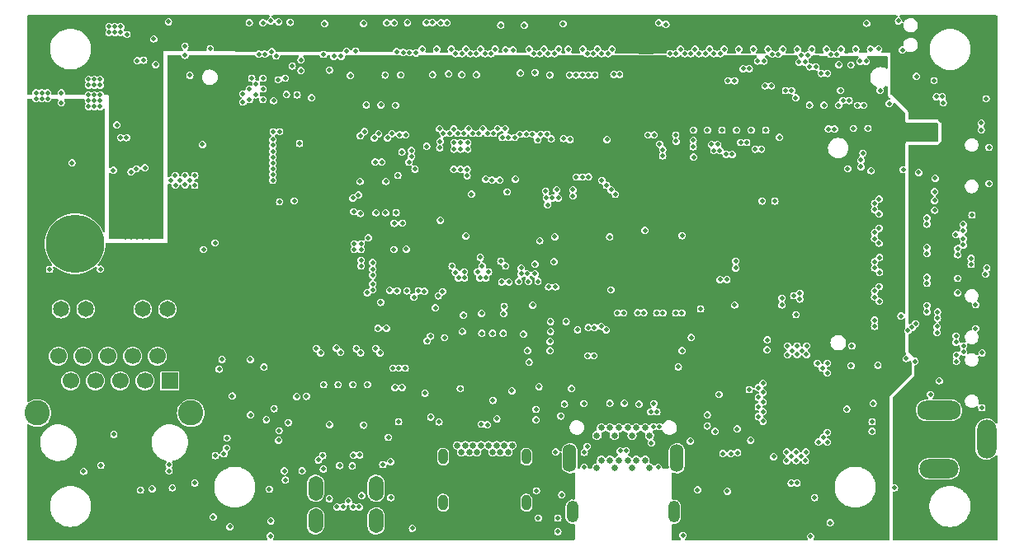
<source format=gbr>
G04 #@! TF.GenerationSoftware,KiCad,Pcbnew,7.0.2*
G04 #@! TF.CreationDate,2023-05-24T19:52:42-04:00*
G04 #@! TF.ProjectId,jetson-nano-baseboard,6a657473-6f6e-42d6-9e61-6e6f2d626173,1.6.1*
G04 #@! TF.SameCoordinates,Original*
G04 #@! TF.FileFunction,Copper,L2,Inr*
G04 #@! TF.FilePolarity,Positive*
%FSLAX46Y46*%
G04 Gerber Fmt 4.6, Leading zero omitted, Abs format (unit mm)*
G04 Created by KiCad (PCBNEW 7.0.2) date 2023-05-24 19:52:42*
%MOMM*%
%LPD*%
G01*
G04 APERTURE LIST*
G04 #@! TA.AperFunction,ComponentPad*
%ADD10C,0.650000*%
G04 #@! TD*
G04 #@! TA.AperFunction,ComponentPad*
%ADD11O,1.400000X2.850000*%
G04 #@! TD*
G04 #@! TA.AperFunction,ComponentPad*
%ADD12O,1.200000X2.250000*%
G04 #@! TD*
G04 #@! TA.AperFunction,ComponentPad*
%ADD13O,4.500000X2.000000*%
G04 #@! TD*
G04 #@! TA.AperFunction,ComponentPad*
%ADD14O,1.990000X4.000000*%
G04 #@! TD*
G04 #@! TA.AperFunction,ComponentPad*
%ADD15O,4.000000X2.000000*%
G04 #@! TD*
G04 #@! TA.AperFunction,ComponentPad*
%ADD16O,1.000000X1.600000*%
G04 #@! TD*
G04 #@! TA.AperFunction,ComponentPad*
%ADD17O,1.500000X2.550000*%
G04 #@! TD*
G04 #@! TA.AperFunction,ComponentPad*
%ADD18R,1.700000X1.700000*%
G04 #@! TD*
G04 #@! TA.AperFunction,ComponentPad*
%ADD19C,1.700000*%
G04 #@! TD*
G04 #@! TA.AperFunction,ComponentPad*
%ADD20C,1.650000*%
G04 #@! TD*
G04 #@! TA.AperFunction,ComponentPad*
%ADD21C,2.600000*%
G04 #@! TD*
G04 #@! TA.AperFunction,ComponentPad*
%ADD22C,6.000000*%
G04 #@! TD*
G04 #@! TA.AperFunction,ViaPad*
%ADD23C,0.500000*%
G04 #@! TD*
G04 APERTURE END LIST*
D10*
X133960000Y-121955000D03*
X133960000Y-118605000D03*
X134410000Y-121180000D03*
X134410000Y-117830000D03*
X135310000Y-121180000D03*
X135310000Y-117830000D03*
X135760000Y-121955000D03*
X135760000Y-118605000D03*
X136210000Y-121180000D03*
X136210000Y-117830000D03*
X137110000Y-121180000D03*
X137110000Y-117830000D03*
X137568000Y-121955000D03*
X137568000Y-118605000D03*
X138009990Y-121180000D03*
X138009990Y-117830000D03*
X138909990Y-121180000D03*
X138909990Y-117830000D03*
X139360000Y-121955000D03*
X139360000Y-118605000D03*
D11*
X131160000Y-120955000D03*
D12*
X131460000Y-126455000D03*
X141860000Y-126455000D03*
D11*
X142160000Y-120955000D03*
D13*
X169057400Y-116030000D03*
D14*
X173937000Y-118980000D03*
D15*
X169057400Y-122030000D03*
D10*
X125259920Y-119645000D03*
X124859920Y-120345000D03*
X124059920Y-120345000D03*
X123659920Y-119645000D03*
X123259920Y-120345000D03*
X122859920Y-119645000D03*
X122059920Y-119645000D03*
X121659920Y-120345000D03*
X121259920Y-119645000D03*
X120859920Y-120345000D03*
X120059920Y-120345000D03*
X119659920Y-119645000D03*
D16*
X126729920Y-125525000D03*
X118189920Y-120795000D03*
X126729920Y-120795000D03*
D10*
X124459920Y-119645000D03*
X120459920Y-119645000D03*
D16*
X118189920Y-125525000D03*
D17*
X111308400Y-127406010D03*
X111308400Y-124046010D03*
X105108400Y-124046010D03*
X105108400Y-127406010D03*
D18*
X90140000Y-113010010D03*
D19*
X88870000Y-110470010D03*
X87600000Y-113010010D03*
X86330000Y-110470010D03*
X85060000Y-113010010D03*
X83790000Y-110470010D03*
X82520000Y-113010010D03*
X81250000Y-110470010D03*
X79980000Y-113010010D03*
X78710000Y-110470010D03*
D20*
X89894000Y-105640010D03*
X87354000Y-105640010D03*
X81504000Y-105640010D03*
X78964000Y-105640010D03*
D21*
X92303180Y-116310010D03*
X76546830Y-116310010D03*
D22*
X80408250Y-98918050D03*
D23*
X136296600Y-81500000D03*
X130000000Y-94200000D03*
X128800000Y-94200000D03*
X129400000Y-94200000D03*
X135700000Y-81500000D03*
X85600000Y-98200000D03*
X86500000Y-97600000D03*
X86800000Y-98200000D03*
X167250000Y-119800000D03*
X167250000Y-118600000D03*
X86200000Y-98200000D03*
X87100000Y-97600000D03*
X166050000Y-119200000D03*
X87400000Y-98200000D03*
X166650000Y-118600000D03*
X167250000Y-119200000D03*
X166050000Y-119800000D03*
X166650000Y-119800000D03*
X85900000Y-97600000D03*
X87000000Y-77200000D03*
X87000000Y-76600000D03*
X88000000Y-98200000D03*
X87600000Y-77200000D03*
X86400000Y-77200000D03*
X166650000Y-119200000D03*
X87700000Y-97600000D03*
X86400000Y-76600000D03*
X166050000Y-118600000D03*
X87600000Y-76600000D03*
X130551990Y-111188360D03*
X145094000Y-124146010D03*
X117450000Y-123500000D03*
X137668200Y-81468210D03*
X136982400Y-81468210D03*
X117500000Y-107700000D03*
X126238200Y-106766610D03*
X131292800Y-103490010D03*
X132250000Y-104200000D03*
X130950000Y-98200000D03*
X168326000Y-86827610D03*
X144424600Y-119466610D03*
X100891200Y-114793010D03*
X138912800Y-98562410D03*
X136423600Y-101483410D03*
X122824502Y-100350000D03*
X88700000Y-101400000D03*
X139179979Y-111529226D03*
X97100000Y-114075000D03*
X89300000Y-100500000D03*
X93800000Y-127400000D03*
X109758400Y-98006010D03*
X84425000Y-121700000D03*
X164100000Y-85300000D03*
X88700000Y-100800000D03*
X114300000Y-106400000D03*
X165000000Y-111800000D03*
X163550825Y-85300000D03*
X88700000Y-102000000D03*
X92200000Y-85600000D03*
X97800000Y-114075000D03*
X123400000Y-100350000D03*
X141400000Y-99600000D03*
X89300000Y-101700000D03*
X136370000Y-110630000D03*
X165800000Y-111800000D03*
X89300000Y-102300000D03*
X109758400Y-96506010D03*
X152300000Y-128800000D03*
X109758400Y-97306010D03*
X164200000Y-111800000D03*
X89300000Y-101100000D03*
X168605400Y-88050000D03*
X116850000Y-107700000D03*
X142700000Y-109900000D03*
X122128461Y-106071539D03*
X120269200Y-106258610D03*
X116916400Y-116723410D03*
X150525000Y-113700000D03*
X151000000Y-114200000D03*
X150525000Y-114700000D03*
X151016800Y-115174990D03*
X151000000Y-113244590D03*
X144300000Y-124200000D03*
X150525000Y-115675000D03*
X151016800Y-117149990D03*
X162800000Y-111400000D03*
X113358400Y-95706010D03*
X154800000Y-104000000D03*
X110958400Y-103641600D03*
X150525000Y-116675000D03*
X159700000Y-91200000D03*
X110958400Y-102141600D03*
X162200000Y-117200000D03*
X151000000Y-116175000D03*
X143550000Y-119175000D03*
X97650000Y-83500000D03*
X154800000Y-104600000D03*
X110958400Y-103041600D03*
X110958400Y-101506010D03*
X110958400Y-100841600D03*
X163020000Y-83160000D03*
X107558400Y-121706010D03*
X108458400Y-125356010D03*
X108858400Y-121756010D03*
X109820039Y-124800496D03*
X95682000Y-120508010D03*
X124351990Y-108106010D03*
X122151990Y-108106010D03*
X123251990Y-108106010D03*
X95978200Y-119897610D03*
X96003600Y-118881610D03*
X123775800Y-87107010D03*
X126085800Y-87665810D03*
X173482200Y-110119410D03*
X83024410Y-101525910D03*
X77800400Y-101534210D03*
X161061600Y-90993210D03*
X161264800Y-89596210D03*
X161061600Y-90307410D03*
X127889200Y-88250010D03*
X141046400Y-76362810D03*
X155778380Y-84660150D03*
X144025790Y-78907010D03*
X160121800Y-109408210D03*
X170993000Y-103947210D03*
X170993000Y-102474010D03*
X145288200Y-117637810D03*
X145288200Y-116494810D03*
X117400000Y-105500000D03*
X116321990Y-114281506D03*
X104165600Y-114589810D03*
X96545600Y-114564410D03*
X98425200Y-116494810D03*
X114020800Y-96784410D03*
X113128890Y-99498010D03*
X130632400Y-115402610D03*
X125247600Y-114031010D03*
X127711400Y-115936010D03*
X127711400Y-117002810D03*
X126099960Y-81361400D03*
X117099980Y-81523930D03*
X127609800Y-81315810D03*
X119025800Y-78907010D03*
X120525780Y-78907010D03*
X122025800Y-78907010D03*
X127025780Y-78907010D03*
X128525780Y-78907010D03*
X131025780Y-78907010D03*
X117525800Y-78907010D03*
X129006800Y-103337610D03*
X129718000Y-103337610D03*
X162915800Y-94317810D03*
X162909390Y-95844890D03*
X162915800Y-97317810D03*
X166979800Y-91577410D03*
X131496000Y-93990410D03*
X128900000Y-94900000D03*
X129277100Y-88134940D03*
X159025820Y-78907010D03*
X160525820Y-78907010D03*
X172443400Y-95948810D03*
X174193400Y-92720410D03*
X174193400Y-89012010D03*
X152694380Y-87965940D03*
X151295590Y-87233370D03*
X149795600Y-87233370D03*
X148295600Y-87233370D03*
X158778380Y-84660150D03*
X157278390Y-84660150D03*
X140386000Y-88656410D03*
X138894000Y-97536010D03*
X145295600Y-87233370D03*
X122275800Y-87107010D03*
X154358790Y-83907900D03*
X130025780Y-78907010D03*
X143865800Y-87234010D03*
X146795600Y-87233370D03*
X165875850Y-107827120D03*
X172826080Y-107623920D03*
X172826080Y-105173920D03*
X162929010Y-104831030D03*
X162915800Y-103317810D03*
X162909630Y-98849560D03*
X162960680Y-100317490D03*
X162960680Y-101849550D03*
X165160640Y-106337990D03*
X110417470Y-113386560D03*
X108917470Y-113386560D03*
X107417470Y-113386560D03*
X105917470Y-113386560D03*
X111497420Y-107615140D03*
X135525790Y-78907010D03*
X134025790Y-78907010D03*
X132525790Y-78907010D03*
X116025790Y-78907010D03*
X162025810Y-78907010D03*
X157525830Y-78907010D03*
X156025820Y-78907010D03*
X154525790Y-78907010D03*
X153025800Y-78907010D03*
X151525780Y-78907010D03*
X147025790Y-78907010D03*
X145525790Y-78907010D03*
X142525790Y-78907010D03*
X94818400Y-120685810D03*
X106013490Y-76284600D03*
X140251990Y-121906010D03*
X132651990Y-121906010D03*
X102300000Y-117300000D03*
X136782080Y-115296040D03*
X173467770Y-115765830D03*
X102484000Y-76150700D03*
X110017080Y-76261070D03*
X91700000Y-92855410D03*
X98291380Y-76200000D03*
X160275870Y-87050280D03*
X161775860Y-87050280D03*
X123525790Y-78907010D03*
X148525790Y-78907010D03*
X150025790Y-78907010D03*
X135293800Y-115304380D03*
X139811520Y-115332510D03*
X113614400Y-117206010D03*
X103175000Y-114615210D03*
X129200000Y-106900000D03*
X135407600Y-103642410D03*
X119278600Y-87109010D03*
X120777000Y-87105810D03*
X117823640Y-87082020D03*
X99692620Y-76200000D03*
X121596370Y-81523930D03*
X120087600Y-81523930D03*
X98550000Y-81900000D03*
X99700000Y-81900000D03*
X92700000Y-91900000D03*
X92697600Y-92900000D03*
X91700000Y-91900000D03*
X102700000Y-80635500D03*
X98300000Y-83000000D03*
X99700000Y-84100000D03*
X98318760Y-84100000D03*
X99700000Y-83000000D03*
X118335680Y-108555380D03*
X170777240Y-97953800D03*
X90716800Y-92874990D03*
X90700000Y-91900000D03*
X90200000Y-92400000D03*
X91200000Y-92400000D03*
X155355410Y-121200000D03*
X154900000Y-120800000D03*
X153900000Y-120800000D03*
X154400000Y-120300000D03*
X155400000Y-120302400D03*
X154400000Y-121200000D03*
X153425010Y-120300000D03*
X153425010Y-121216800D03*
X147699600Y-120482610D03*
X146886800Y-120482610D03*
X76400000Y-84000000D03*
X76400000Y-83400000D03*
X77600000Y-84000000D03*
X77000000Y-84000000D03*
X77000000Y-83400000D03*
X77600000Y-83400000D03*
X100700000Y-92400000D03*
X99000000Y-83600000D03*
X146500000Y-114400000D03*
X126200000Y-101400000D03*
X109058400Y-98906010D03*
X138280000Y-115390000D03*
X84500000Y-76600000D03*
X85100000Y-76600000D03*
X129958400Y-128506010D03*
X119951990Y-113806010D03*
X100350000Y-124150000D03*
X149600000Y-113900000D03*
X131350000Y-113800000D03*
X155455410Y-110300000D03*
X100500000Y-127400000D03*
X153525010Y-109400000D03*
X114393990Y-99450000D03*
X166300000Y-107500000D03*
X99000000Y-82500000D03*
X154150000Y-104250000D03*
X126800000Y-102000000D03*
X92200000Y-81600000D03*
X84350000Y-91350000D03*
X156300000Y-125000000D03*
X110300000Y-84650000D03*
X83900000Y-77200000D03*
X88320722Y-124088819D03*
X120353092Y-101793452D03*
X152950000Y-105200000D03*
X99800000Y-111600000D03*
X92200000Y-92400000D03*
X155000000Y-109900000D03*
X92700000Y-123500000D03*
X81800000Y-84800000D03*
X100700000Y-88200000D03*
X130358400Y-124706010D03*
X154500000Y-110300000D03*
X83000000Y-84800000D03*
X83000000Y-84200000D03*
X109058400Y-99506010D03*
X85700000Y-88000000D03*
X109758400Y-98906010D03*
X84500000Y-77200000D03*
X87125000Y-124225000D03*
X83900000Y-76600000D03*
X164900000Y-76000000D03*
X100700000Y-90000000D03*
X120000000Y-89200000D03*
X95500000Y-110808484D03*
X100700000Y-91800000D03*
X82400000Y-83600000D03*
X100700000Y-91200000D03*
X114300000Y-111700000D03*
X109758400Y-99506010D03*
X93600000Y-99500000D03*
X158958400Y-83156010D03*
X80100000Y-90600000D03*
X154000000Y-109900000D03*
X162305593Y-115305593D03*
X100700000Y-88800000D03*
X164500000Y-124000000D03*
X169400000Y-83800000D03*
X119100000Y-101200000D03*
X121700000Y-101800000D03*
X122850000Y-101800000D03*
X110391639Y-103949500D03*
X96300000Y-128000000D03*
X118750000Y-81450000D03*
X126200000Y-102000000D03*
X81300000Y-122300000D03*
X120700000Y-88500000D03*
X121100000Y-93800000D03*
X81800000Y-84200000D03*
X120000000Y-88500000D03*
X152100000Y-120800000D03*
X166675000Y-107125000D03*
X119300000Y-88500000D03*
X168800000Y-83800000D03*
X85100000Y-77200000D03*
X91700000Y-78600000D03*
X168558400Y-82137500D03*
X154500000Y-123500000D03*
X117900000Y-96500000D03*
X152950000Y-104500000D03*
X119450000Y-101850000D03*
X155500000Y-109402400D03*
X153900000Y-123500000D03*
X100450000Y-128950000D03*
X95200000Y-111800000D03*
X90000000Y-76100000D03*
X154500000Y-109400000D03*
X113650000Y-111700000D03*
X100700000Y-90600000D03*
X85100000Y-88000000D03*
X100700000Y-89400000D03*
X127758400Y-124306010D03*
X148100000Y-105200000D03*
X151450000Y-108800000D03*
X153525010Y-110316800D03*
X82400000Y-84800000D03*
X120700000Y-89200000D03*
X131975000Y-107750000D03*
X81800000Y-83600000D03*
X119300000Y-89200000D03*
X82400000Y-84200000D03*
X142700000Y-98075000D03*
X83000000Y-83600000D03*
X112800000Y-121300000D03*
X169500000Y-84400000D03*
X143650004Y-108550000D03*
X112700000Y-103700000D03*
X113050000Y-111700000D03*
X112573000Y-118806210D03*
X106530000Y-117500000D03*
X101346200Y-118120410D03*
X110020000Y-117550000D03*
X148400000Y-120400000D03*
X151435000Y-109800000D03*
X116886350Y-108413650D03*
X123698000Y-116890800D03*
X117765330Y-117221800D03*
X116549500Y-108900000D03*
X124200000Y-102850000D03*
X144600000Y-105600000D03*
X146100000Y-118200000D03*
X113157200Y-96809810D03*
X100050800Y-116977410D03*
X109758400Y-100606010D03*
X103450000Y-88600000D03*
X109758400Y-101206010D03*
X102900000Y-94500000D03*
X129958400Y-127106010D03*
X142316400Y-111567210D03*
X134930170Y-107750000D03*
X101900000Y-122256010D03*
X103708400Y-122256010D03*
X139555440Y-119383840D03*
X90400000Y-124000000D03*
X83060000Y-121685000D03*
X124387858Y-106093428D03*
X130800000Y-106900000D03*
X124455120Y-105355120D03*
X127384000Y-105206010D03*
X115036800Y-128153410D03*
X111785600Y-104937810D03*
X115196548Y-104396548D03*
X154400000Y-106200000D03*
X142800000Y-128900000D03*
X160020200Y-80528410D03*
X158801000Y-80503010D03*
X131826200Y-92060010D03*
X132461200Y-92060010D03*
X102106920Y-83556920D03*
X94772175Y-98820826D03*
X140098850Y-106022020D03*
X148964491Y-80919500D03*
X139772373Y-117714864D03*
X140723850Y-106022020D03*
X149599895Y-80919500D03*
X140397373Y-117714864D03*
X147421800Y-82154010D03*
X142052360Y-106022020D03*
X139489480Y-116191830D03*
X148089480Y-82162620D03*
X142677360Y-106022020D03*
X140114480Y-116191830D03*
X149750000Y-119100000D03*
X148361351Y-117938648D03*
X136071480Y-106022020D03*
X151964500Y-79432400D03*
X132664400Y-120355610D03*
X136696480Y-106022020D03*
X152589500Y-79432400D03*
X132976980Y-119732610D03*
X138144650Y-106002020D03*
X150464490Y-80135110D03*
X136346500Y-120190660D03*
X138769650Y-106002020D03*
X151089490Y-80135110D03*
X136973500Y-120190660D03*
X139214490Y-87728460D03*
X133080160Y-107533540D03*
X139839490Y-87728460D03*
X133705160Y-107533540D03*
X145964490Y-79368670D03*
X111720971Y-110120971D03*
X146589490Y-79368670D03*
X111279029Y-109679029D03*
X144464490Y-79368670D03*
X109720971Y-110120971D03*
X142964490Y-79368670D03*
X107670971Y-110070971D03*
X145089490Y-79368670D03*
X109279029Y-109679029D03*
X141464490Y-79368670D03*
X105620971Y-110120971D03*
X143589490Y-79368670D03*
X107229029Y-109629029D03*
X142089490Y-79368670D03*
X105179029Y-109679029D03*
X126924000Y-102778810D03*
X123291600Y-115011200D03*
X124917400Y-102855010D03*
X125933400Y-102778810D03*
X127914600Y-102778810D03*
X102000000Y-123200000D03*
X105896761Y-122067649D03*
X106508400Y-125106010D03*
X112807205Y-125007205D03*
X101300000Y-119100000D03*
X112000000Y-121600000D03*
X129724800Y-120306010D03*
X163958400Y-84506010D03*
X161654479Y-76245521D03*
X126416550Y-108192440D03*
X128016000Y-113588800D03*
X112369600Y-107594400D03*
X126851764Y-109898236D03*
X127002664Y-111073733D03*
X129205880Y-107926440D03*
X120157540Y-107906010D03*
X134400000Y-107400000D03*
X127958400Y-127106010D03*
X105829371Y-120685039D03*
X107920900Y-125956010D03*
X105387429Y-121126981D03*
X107295900Y-125956010D03*
X109628812Y-120633688D03*
X109574662Y-125953233D03*
X108949662Y-125953233D03*
X108987500Y-120650000D03*
X130251400Y-116621810D03*
X132626410Y-115326410D03*
X124892000Y-87996010D03*
X133121600Y-81569810D03*
X115650000Y-103751500D03*
X120650200Y-91272610D03*
X124257000Y-87996010D03*
X132486600Y-81569810D03*
X114474470Y-103751500D03*
X119964400Y-91272610D03*
X154714500Y-80235210D03*
X125527000Y-87996010D03*
X116272088Y-103806357D03*
X133756600Y-81569810D03*
X120650200Y-91933010D03*
X124557240Y-87096020D03*
X131851600Y-81569810D03*
X113474470Y-103751500D03*
X119278600Y-91272610D03*
X151229200Y-82681410D03*
X157597710Y-81397440D03*
X153319500Y-83161770D03*
X153944500Y-83161770D03*
X142048990Y-87750500D03*
X142087800Y-88377010D03*
X143850300Y-88278700D03*
X143846910Y-88938950D03*
X140716200Y-89240610D03*
X140709690Y-89871370D03*
X156972710Y-81397440D03*
X151854200Y-82681410D03*
X156421850Y-80722970D03*
X155796850Y-80722970D03*
X155339500Y-80235210D03*
X170850000Y-110994010D03*
X146355000Y-88707210D03*
X170850000Y-110369010D03*
X145714500Y-88710440D03*
X170825000Y-109033430D03*
X147839490Y-89725000D03*
X170825000Y-108408430D03*
X147214490Y-89725000D03*
X145952270Y-89335440D03*
X171566240Y-110033430D03*
X146577270Y-89335440D03*
X171566240Y-109408430D03*
X168860000Y-108040000D03*
X150839490Y-89188110D03*
X168873750Y-107408430D03*
X150214490Y-89188110D03*
X168914190Y-106533440D03*
X149339490Y-88505070D03*
X168914190Y-105908440D03*
X148714490Y-88505070D03*
X158589530Y-79436880D03*
X173838370Y-102033450D03*
X157964530Y-79436880D03*
X173971570Y-101407210D03*
X161589510Y-80150650D03*
X172365790Y-101033450D03*
X160964510Y-80150650D03*
X172365790Y-100408450D03*
X125603200Y-92263210D03*
X124003000Y-92364810D03*
X117691733Y-104258182D03*
X123190200Y-92364810D03*
X118135600Y-103818880D03*
X122555200Y-92263210D03*
X159214520Y-84190790D03*
X171551480Y-96908450D03*
X159839520Y-84190790D03*
X171551480Y-97533450D03*
X171551480Y-98408450D03*
X160714510Y-84679850D03*
X171551480Y-99033450D03*
X161339510Y-84679850D03*
X170980970Y-99408450D03*
X157714530Y-87117670D03*
X170980970Y-100033450D03*
X158339530Y-87117670D03*
X111303000Y-95717610D03*
X106985000Y-79639410D03*
X112293600Y-95717610D03*
X107721600Y-79639410D03*
X135864800Y-93838010D03*
X122200000Y-101200000D03*
X113970000Y-113675410D03*
X134950400Y-92898210D03*
X124600000Y-101200000D03*
X134467800Y-92390210D03*
X113233400Y-113675410D03*
X124100000Y-100700000D03*
X133030160Y-110422270D03*
X133655160Y-110422270D03*
X115299620Y-91239079D03*
X111899996Y-90500004D03*
X114681200Y-90536010D03*
X114750000Y-79258410D03*
X114935200Y-89951810D03*
X115400000Y-79300000D03*
X114935200Y-89316810D03*
X109200670Y-79107140D03*
X113400000Y-79150000D03*
X129150000Y-108950000D03*
X124600000Y-79000000D03*
X165300000Y-79000000D03*
X154950000Y-79525000D03*
X108266060Y-79122840D03*
X155625000Y-79500000D03*
X129150000Y-109900000D03*
X114100000Y-79250000D03*
X166758400Y-81706010D03*
X125350000Y-79000000D03*
X162860000Y-78880000D03*
X129641098Y-98187520D03*
X103600000Y-81100000D03*
X100500000Y-76000000D03*
X160030000Y-111450000D03*
X128100000Y-98600000D03*
X165400000Y-91300000D03*
X112300000Y-92500000D03*
X109700000Y-95800000D03*
X168200000Y-114400000D03*
X162100000Y-91400000D03*
X113538200Y-91882210D03*
X109652000Y-92500000D03*
X135280600Y-98206810D03*
X103600000Y-80000000D03*
X97650000Y-84350000D03*
X100784000Y-84206010D03*
X100838200Y-115859810D03*
X135433000Y-93355410D03*
X122000000Y-100300000D03*
X134464490Y-79368670D03*
X90068544Y-121629304D03*
X135089490Y-79368670D03*
X90068544Y-122254304D03*
X132964480Y-79368670D03*
X122105110Y-117462090D03*
X133589480Y-79368670D03*
X122732110Y-117506040D03*
X94291840Y-78845290D03*
X128214480Y-87645560D03*
X167820400Y-96270800D03*
X128839480Y-87645560D03*
X167820400Y-96895800D03*
X167820400Y-99290310D03*
X126714480Y-87645560D03*
X167820400Y-99915310D03*
X127339480Y-87645560D03*
X122714490Y-87563600D03*
X167820400Y-102356580D03*
X123339490Y-87563600D03*
X167820400Y-102981580D03*
X167820400Y-105275890D03*
X121214500Y-87563600D03*
X167820400Y-105900890D03*
X121839500Y-87563600D03*
X121589500Y-79368670D03*
X162457790Y-107393530D03*
X120964500Y-79368670D03*
X162457790Y-106768530D03*
X162457790Y-104393530D03*
X123089500Y-79368670D03*
X162457790Y-103768530D03*
X122464500Y-79368670D03*
X162457790Y-101393530D03*
X128089480Y-79368670D03*
X162457790Y-100768530D03*
X127464480Y-79368670D03*
X129589480Y-79368670D03*
X162457790Y-98393530D03*
X128964480Y-79368670D03*
X162457790Y-97768530D03*
X162457790Y-95393530D03*
X120339490Y-87563600D03*
X162457790Y-94768530D03*
X119714490Y-87563600D03*
X101989460Y-81898910D03*
X118589500Y-76208570D03*
X101254150Y-82056110D03*
X117964500Y-76208570D03*
X112236480Y-81567720D03*
X105904220Y-79444470D03*
X114527270Y-76178930D03*
X101300000Y-76100000D03*
X117089490Y-76179190D03*
X99892690Y-79407390D03*
X116464490Y-76179190D03*
X99267690Y-79407390D03*
X101052880Y-79609690D03*
X117873910Y-88391090D03*
X100610940Y-79167750D03*
X117839420Y-89055290D03*
X122575000Y-102417570D03*
X118214490Y-87574230D03*
X121950000Y-102417570D03*
X118839490Y-87574230D03*
X119464490Y-79368670D03*
X120375000Y-102417570D03*
X120089490Y-79368670D03*
X119750000Y-102417570D03*
X114339505Y-87706117D03*
X113714505Y-87706117D03*
X112920971Y-87596729D03*
X112479029Y-88038671D03*
X113300000Y-84679979D03*
X111800000Y-84650000D03*
X110120971Y-87379029D03*
X109679029Y-87820971D03*
X111119386Y-88038671D03*
X111561328Y-87596729D03*
X147300000Y-102600000D03*
X100750000Y-87400000D03*
X127600000Y-102000000D03*
X146600000Y-102600000D03*
X127600000Y-101000000D03*
X101410878Y-87389125D03*
X106527800Y-81061810D03*
X129133800Y-81569810D03*
X113831370Y-81556130D03*
X131165800Y-81570010D03*
X168605400Y-94473010D03*
X131496000Y-93355410D03*
X150927000Y-94523810D03*
X133096200Y-92034610D03*
X168605000Y-95463610D03*
X152222400Y-94523810D03*
X129845000Y-93355410D03*
X120524799Y-98093096D03*
X129550000Y-100750000D03*
X109000000Y-95600000D03*
X87450000Y-80050000D03*
X93500000Y-88700000D03*
X169088000Y-112989610D03*
X111200000Y-90500000D03*
X82400000Y-82000000D03*
X85750000Y-77400000D03*
X81800000Y-82000000D03*
X83000000Y-82600000D03*
X88700000Y-80500000D03*
X81800000Y-82600000D03*
X82400000Y-82600000D03*
X83000000Y-82000000D03*
X156700000Y-119300000D03*
X157200000Y-118800000D03*
X157600000Y-111200000D03*
X157600000Y-119300000D03*
X157600000Y-118300000D03*
X156600000Y-111200000D03*
X157600000Y-112200000D03*
X157100000Y-111700000D03*
X159600000Y-115900000D03*
X162200000Y-118200000D03*
X87600000Y-91100000D03*
X84700000Y-86700000D03*
X173400000Y-87200000D03*
X143900000Y-90000000D03*
X173400000Y-86500000D03*
X135000000Y-88200000D03*
X128700000Y-93500000D03*
X108917000Y-94200000D03*
X166600000Y-111000000D03*
X101400000Y-94600000D03*
X148200000Y-101400000D03*
X108675000Y-81625000D03*
X103200000Y-83600000D03*
X109500000Y-93896309D03*
X148200000Y-100700000D03*
X165700000Y-110700000D03*
X168681600Y-92187010D03*
X116494141Y-88906100D03*
X104700000Y-83900000D03*
X168605400Y-93558610D03*
X113950000Y-89500000D03*
X124750000Y-93576310D03*
X173900000Y-84000000D03*
X91700000Y-79550000D03*
X88500000Y-77850000D03*
X86800000Y-80100000D03*
X94600000Y-127000000D03*
X112400000Y-76205510D03*
X79000000Y-84400000D03*
X79000000Y-83400000D03*
X113150000Y-76205510D03*
X126500000Y-76450500D03*
X86164494Y-91521304D03*
X130500000Y-76300000D03*
X110500000Y-98300000D03*
X124100000Y-76450500D03*
X86700000Y-91200000D03*
X140300000Y-76200000D03*
X131210000Y-88190000D03*
X84400000Y-118500000D03*
X130537000Y-88100000D03*
X98400000Y-110810000D03*
X157900000Y-127600000D03*
X147345600Y-124343410D03*
X155900000Y-129000000D03*
G04 #@! TA.AperFunction,Conductor*
G36*
X100363237Y-75436393D02*
G01*
X100409546Y-75489835D01*
X100419610Y-75559831D01*
X100390234Y-75624155D01*
X100352364Y-75653789D01*
X100306950Y-75676929D01*
X100276534Y-75692427D01*
X100192426Y-75776535D01*
X100138452Y-75882465D01*
X100089897Y-75933876D01*
X100021256Y-75950874D01*
X99954321Y-75928063D01*
X99937889Y-75914231D01*
X99916084Y-75892426D01*
X99810102Y-75838426D01*
X99692620Y-75819819D01*
X99575137Y-75838426D01*
X99469155Y-75892426D01*
X99385046Y-75976535D01*
X99331046Y-76082517D01*
X99321374Y-76143588D01*
X99312439Y-76200000D01*
X99316721Y-76227035D01*
X99331046Y-76317482D01*
X99384486Y-76422365D01*
X99385047Y-76423465D01*
X99469155Y-76507573D01*
X99575138Y-76561574D01*
X99692620Y-76580181D01*
X99810102Y-76561574D01*
X99916085Y-76507573D01*
X100000193Y-76423465D01*
X100054168Y-76317532D01*
X100102721Y-76266124D01*
X100171362Y-76249125D01*
X100238297Y-76271935D01*
X100254730Y-76285768D01*
X100276535Y-76307573D01*
X100382518Y-76361574D01*
X100500000Y-76380181D01*
X100617482Y-76361574D01*
X100723465Y-76307573D01*
X100774135Y-76256902D01*
X100836198Y-76223013D01*
X100906733Y-76228057D01*
X100963343Y-76270435D01*
X100974697Y-76288669D01*
X100992186Y-76322992D01*
X100992427Y-76323465D01*
X101076535Y-76407573D01*
X101182518Y-76461574D01*
X101300000Y-76480181D01*
X101417482Y-76461574D01*
X101523465Y-76407573D01*
X101607573Y-76323465D01*
X101661574Y-76217482D01*
X101672151Y-76150700D01*
X102103819Y-76150700D01*
X102115344Y-76223465D01*
X102122426Y-76268182D01*
X102173775Y-76368962D01*
X102176427Y-76374165D01*
X102260535Y-76458273D01*
X102366518Y-76512274D01*
X102484000Y-76530881D01*
X102601482Y-76512274D01*
X102707465Y-76458273D01*
X102791573Y-76374165D01*
X102837209Y-76284600D01*
X105633309Y-76284600D01*
X105651916Y-76402082D01*
X105697563Y-76491671D01*
X105705917Y-76508065D01*
X105790025Y-76592173D01*
X105896008Y-76646174D01*
X106013490Y-76664781D01*
X106130972Y-76646174D01*
X106236955Y-76592173D01*
X106321063Y-76508065D01*
X106375064Y-76402082D01*
X106393671Y-76284600D01*
X106389944Y-76261070D01*
X109636899Y-76261070D01*
X109655506Y-76378552D01*
X109708478Y-76482517D01*
X109709507Y-76484535D01*
X109793615Y-76568643D01*
X109899598Y-76622644D01*
X110017080Y-76641251D01*
X110134562Y-76622644D01*
X110240545Y-76568643D01*
X110324653Y-76484535D01*
X110378654Y-76378552D01*
X110397261Y-76261070D01*
X110388461Y-76205510D01*
X112019819Y-76205510D01*
X112038426Y-76322992D01*
X112089619Y-76423465D01*
X112092427Y-76428975D01*
X112176535Y-76513083D01*
X112282518Y-76567084D01*
X112400000Y-76585691D01*
X112517482Y-76567084D01*
X112623465Y-76513083D01*
X112686257Y-76450290D01*
X112748321Y-76416400D01*
X112818856Y-76421445D01*
X112863740Y-76450290D01*
X112926532Y-76513082D01*
X112980350Y-76540503D01*
X113032518Y-76567084D01*
X113150000Y-76585691D01*
X113267482Y-76567084D01*
X113373465Y-76513083D01*
X113457573Y-76428975D01*
X113511574Y-76322992D01*
X113530181Y-76205510D01*
X113525971Y-76178930D01*
X114147089Y-76178930D01*
X114160899Y-76266124D01*
X114165696Y-76296412D01*
X114219537Y-76402082D01*
X114219697Y-76402395D01*
X114303805Y-76486503D01*
X114409788Y-76540504D01*
X114527270Y-76559111D01*
X114644752Y-76540504D01*
X114750735Y-76486503D01*
X114834843Y-76402395D01*
X114888844Y-76296412D01*
X114907410Y-76179190D01*
X116084309Y-76179190D01*
X116097277Y-76261070D01*
X116102916Y-76296672D01*
X116156784Y-76402395D01*
X116156917Y-76402655D01*
X116241025Y-76486763D01*
X116347008Y-76540764D01*
X116464490Y-76559371D01*
X116581972Y-76540764D01*
X116687955Y-76486763D01*
X116688248Y-76486470D01*
X116750313Y-76452580D01*
X116820848Y-76457625D01*
X116865731Y-76486470D01*
X116866025Y-76486763D01*
X116972008Y-76540764D01*
X117089490Y-76559371D01*
X117206972Y-76540764D01*
X117312955Y-76486763D01*
X117397063Y-76402655D01*
X117407689Y-76381799D01*
X117456243Y-76330390D01*
X117524884Y-76313391D01*
X117591819Y-76336201D01*
X117631331Y-76381800D01*
X117655367Y-76428975D01*
X117656927Y-76432035D01*
X117741035Y-76516143D01*
X117847018Y-76570144D01*
X117964500Y-76588751D01*
X118081982Y-76570144D01*
X118187965Y-76516143D01*
X118188258Y-76515850D01*
X118250323Y-76481960D01*
X118320858Y-76487005D01*
X118365742Y-76515850D01*
X118366035Y-76516143D01*
X118472018Y-76570144D01*
X118589500Y-76588751D01*
X118706982Y-76570144D01*
X118812965Y-76516143D01*
X118878608Y-76450500D01*
X123719819Y-76450500D01*
X123738426Y-76567982D01*
X123790601Y-76670383D01*
X123792427Y-76673965D01*
X123876535Y-76758073D01*
X123982518Y-76812074D01*
X124100000Y-76830681D01*
X124217482Y-76812074D01*
X124323465Y-76758073D01*
X124407573Y-76673965D01*
X124461574Y-76567982D01*
X124480181Y-76450500D01*
X126119819Y-76450500D01*
X126125601Y-76487005D01*
X126138426Y-76567982D01*
X126190601Y-76670383D01*
X126192427Y-76673965D01*
X126276535Y-76758073D01*
X126382518Y-76812074D01*
X126500000Y-76830681D01*
X126617482Y-76812074D01*
X126723465Y-76758073D01*
X126807573Y-76673965D01*
X126861574Y-76567982D01*
X126880181Y-76450500D01*
X126861574Y-76333018D01*
X126844750Y-76300000D01*
X130119819Y-76300000D01*
X130136078Y-76402654D01*
X130138426Y-76417482D01*
X130187136Y-76513082D01*
X130192427Y-76523465D01*
X130276535Y-76607573D01*
X130382518Y-76661574D01*
X130500000Y-76680181D01*
X130617482Y-76661574D01*
X130723465Y-76607573D01*
X130807573Y-76523465D01*
X130861574Y-76417482D01*
X130880181Y-76300000D01*
X130864343Y-76200000D01*
X139919819Y-76200000D01*
X139924101Y-76227035D01*
X139938426Y-76317482D01*
X139991866Y-76422365D01*
X139992427Y-76423465D01*
X140076535Y-76507573D01*
X140182518Y-76561574D01*
X140300000Y-76580181D01*
X140417482Y-76561574D01*
X140523465Y-76507573D01*
X140523464Y-76507573D01*
X140541176Y-76498549D01*
X140542011Y-76500188D01*
X140579482Y-76479724D01*
X140650017Y-76484764D01*
X140706630Y-76527138D01*
X140717988Y-76545377D01*
X140729506Y-76567982D01*
X140738827Y-76586275D01*
X140822935Y-76670383D01*
X140928918Y-76724384D01*
X141046400Y-76742991D01*
X141163882Y-76724384D01*
X141269865Y-76670383D01*
X141353973Y-76586275D01*
X141407974Y-76480292D01*
X141426581Y-76362810D01*
X141408005Y-76245521D01*
X161274298Y-76245521D01*
X161283156Y-76301451D01*
X161292905Y-76363003D01*
X161343128Y-76461573D01*
X161346906Y-76468986D01*
X161431014Y-76553094D01*
X161536997Y-76607095D01*
X161654479Y-76625702D01*
X161771961Y-76607095D01*
X161877944Y-76553094D01*
X161962052Y-76468986D01*
X162016053Y-76363003D01*
X162034660Y-76245521D01*
X162016053Y-76128039D01*
X161962052Y-76022056D01*
X161877944Y-75937948D01*
X161877943Y-75937947D01*
X161771961Y-75883947D01*
X161654479Y-75865340D01*
X161536996Y-75883947D01*
X161431014Y-75937947D01*
X161346905Y-76022056D01*
X161292905Y-76128038D01*
X161274329Y-76245328D01*
X161274298Y-76245521D01*
X141408005Y-76245521D01*
X141407974Y-76245328D01*
X141353973Y-76139345D01*
X141269865Y-76055237D01*
X141269864Y-76055236D01*
X141163882Y-76001236D01*
X141152833Y-75999486D01*
X141046400Y-75982629D01*
X141046399Y-75982629D01*
X140928917Y-76001236D01*
X140805224Y-76064261D01*
X140804388Y-76062621D01*
X140766901Y-76083089D01*
X140696367Y-76078039D01*
X140639759Y-76035658D01*
X140628411Y-76017431D01*
X140607573Y-75976535D01*
X140523464Y-75892426D01*
X140417482Y-75838426D01*
X140300000Y-75819819D01*
X140182517Y-75838426D01*
X140076535Y-75892426D01*
X139992426Y-75976535D01*
X139938426Y-76082517D01*
X139928754Y-76143588D01*
X139919819Y-76200000D01*
X130864343Y-76200000D01*
X130861574Y-76182518D01*
X130807573Y-76076535D01*
X130723465Y-75992427D01*
X130723464Y-75992426D01*
X130617482Y-75938426D01*
X130500000Y-75919819D01*
X130382517Y-75938426D01*
X130276535Y-75992426D01*
X130192426Y-76076535D01*
X130138426Y-76182517D01*
X130121019Y-76292426D01*
X130119819Y-76300000D01*
X126844750Y-76300000D01*
X126807573Y-76227035D01*
X126723465Y-76142927D01*
X126723464Y-76142926D01*
X126617482Y-76088926D01*
X126580628Y-76083089D01*
X126500000Y-76070319D01*
X126499999Y-76070319D01*
X126382517Y-76088926D01*
X126276535Y-76142926D01*
X126192426Y-76227035D01*
X126138426Y-76333017D01*
X126122744Y-76432035D01*
X126119819Y-76450500D01*
X124480181Y-76450500D01*
X124461574Y-76333018D01*
X124407573Y-76227035D01*
X124323465Y-76142927D01*
X124323464Y-76142926D01*
X124217482Y-76088926D01*
X124180628Y-76083089D01*
X124100000Y-76070319D01*
X124099999Y-76070319D01*
X123982517Y-76088926D01*
X123876535Y-76142926D01*
X123792426Y-76227035D01*
X123738426Y-76333017D01*
X123719819Y-76450500D01*
X118878608Y-76450500D01*
X118897073Y-76432035D01*
X118951074Y-76326052D01*
X118969681Y-76208570D01*
X118951074Y-76091088D01*
X118897073Y-75985105D01*
X118812965Y-75900997D01*
X118812964Y-75900996D01*
X118706982Y-75846996D01*
X118589500Y-75828389D01*
X118472017Y-75846996D01*
X118366035Y-75900996D01*
X118365742Y-75901290D01*
X118303677Y-75935180D01*
X118233142Y-75930135D01*
X118188258Y-75901290D01*
X118187964Y-75900996D01*
X118081982Y-75846996D01*
X118081982Y-75846995D01*
X117964500Y-75828389D01*
X117964499Y-75828389D01*
X117847017Y-75846996D01*
X117741035Y-75900996D01*
X117656925Y-75985106D01*
X117646299Y-76005961D01*
X117597743Y-76057371D01*
X117529101Y-76074368D01*
X117462167Y-76051556D01*
X117422659Y-76005960D01*
X117397063Y-75955725D01*
X117312955Y-75871617D01*
X117312954Y-75871616D01*
X117206972Y-75817616D01*
X117089490Y-75799009D01*
X116972007Y-75817616D01*
X116866025Y-75871616D01*
X116865732Y-75871910D01*
X116803667Y-75905800D01*
X116733132Y-75900755D01*
X116688248Y-75871910D01*
X116687954Y-75871616D01*
X116581972Y-75817616D01*
X116542283Y-75811330D01*
X116464490Y-75799009D01*
X116464489Y-75799009D01*
X116347007Y-75817616D01*
X116241025Y-75871616D01*
X116156916Y-75955725D01*
X116102916Y-76061707D01*
X116085322Y-76172797D01*
X116084309Y-76179190D01*
X114907410Y-76179190D01*
X114907451Y-76178930D01*
X114888844Y-76061448D01*
X114834843Y-75955465D01*
X114750735Y-75871357D01*
X114750734Y-75871357D01*
X114750734Y-75871356D01*
X114644752Y-75817356D01*
X114644752Y-75817355D01*
X114527270Y-75798749D01*
X114527269Y-75798749D01*
X114409787Y-75817356D01*
X114303805Y-75871356D01*
X114219696Y-75955465D01*
X114165696Y-76061447D01*
X114152687Y-76143588D01*
X114147089Y-76178930D01*
X113525971Y-76178930D01*
X113511574Y-76088028D01*
X113457573Y-75982045D01*
X113373465Y-75897937D01*
X113373464Y-75897937D01*
X113373464Y-75897936D01*
X113267482Y-75843936D01*
X113262185Y-75843097D01*
X113150000Y-75825329D01*
X113149999Y-75825329D01*
X113032517Y-75843936D01*
X112926532Y-75897937D01*
X112863740Y-75960730D01*
X112801675Y-75994620D01*
X112731140Y-75989575D01*
X112686257Y-75960729D01*
X112623466Y-75897937D01*
X112517482Y-75843936D01*
X112400000Y-75825329D01*
X112282517Y-75843936D01*
X112176535Y-75897936D01*
X112092426Y-75982045D01*
X112038426Y-76088027D01*
X112019819Y-76205510D01*
X110388461Y-76205510D01*
X110378654Y-76143588D01*
X110324653Y-76037605D01*
X110240545Y-75953497D01*
X110240544Y-75953496D01*
X110134562Y-75899496D01*
X110017080Y-75880889D01*
X109899597Y-75899496D01*
X109793615Y-75953496D01*
X109709506Y-76037605D01*
X109655506Y-76143587D01*
X109636899Y-76261070D01*
X106389944Y-76261070D01*
X106375064Y-76167118D01*
X106321063Y-76061135D01*
X106236955Y-75977027D01*
X106236954Y-75977026D01*
X106130972Y-75923026D01*
X106013490Y-75904419D01*
X105896007Y-75923026D01*
X105790025Y-75977026D01*
X105705916Y-76061135D01*
X105651916Y-76167117D01*
X105633309Y-76284600D01*
X102837209Y-76284600D01*
X102845574Y-76268182D01*
X102864181Y-76150700D01*
X102845574Y-76033218D01*
X102791573Y-75927235D01*
X102707465Y-75843127D01*
X102707464Y-75843126D01*
X102601482Y-75789126D01*
X102601481Y-75789125D01*
X102484000Y-75770519D01*
X102483999Y-75770519D01*
X102366517Y-75789126D01*
X102260535Y-75843126D01*
X102176426Y-75927235D01*
X102122426Y-76033217D01*
X102103849Y-76150513D01*
X102103819Y-76150700D01*
X101672151Y-76150700D01*
X101680181Y-76100000D01*
X101661574Y-75982518D01*
X101607573Y-75876535D01*
X101523465Y-75792427D01*
X101523464Y-75792426D01*
X101417482Y-75738426D01*
X101300000Y-75719819D01*
X101182517Y-75738426D01*
X101076534Y-75792426D01*
X101025864Y-75843097D01*
X100963799Y-75876986D01*
X100893264Y-75871941D01*
X100836654Y-75829563D01*
X100825302Y-75811330D01*
X100807573Y-75776535D01*
X100723465Y-75692427D01*
X100647636Y-75653790D01*
X100596227Y-75605237D01*
X100579228Y-75536596D01*
X100602038Y-75469661D01*
X100657415Y-75425683D01*
X100704613Y-75416470D01*
X164695387Y-75416470D01*
X164763237Y-75436393D01*
X164809546Y-75489835D01*
X164819610Y-75559831D01*
X164790234Y-75624155D01*
X164752364Y-75653789D01*
X164706950Y-75676929D01*
X164676534Y-75692427D01*
X164592426Y-75776535D01*
X164538426Y-75882517D01*
X164519819Y-76000000D01*
X164538426Y-76117482D01*
X164592196Y-76223013D01*
X164592427Y-76223465D01*
X164676535Y-76307573D01*
X164782518Y-76361574D01*
X164900000Y-76380181D01*
X165017482Y-76361574D01*
X165123465Y-76307573D01*
X165200795Y-76230243D01*
X165262859Y-76196352D01*
X165333394Y-76201397D01*
X165390005Y-76243774D01*
X165414717Y-76310030D01*
X165414825Y-76326281D01*
X165405191Y-76491674D01*
X165435473Y-76663409D01*
X165504547Y-76823539D01*
X165604688Y-76958054D01*
X165608685Y-76963422D01*
X165620659Y-76973469D01*
X165742276Y-77075518D01*
X165898116Y-77153783D01*
X166067804Y-77194000D01*
X166067805Y-77194000D01*
X166194809Y-77194000D01*
X166198455Y-77194000D01*
X166328211Y-77178834D01*
X166334528Y-77176535D01*
X166415259Y-77147151D01*
X166492084Y-77119189D01*
X166637784Y-77023360D01*
X166757458Y-76896513D01*
X166844653Y-76745487D01*
X166894668Y-76578423D01*
X166904808Y-76404329D01*
X166904807Y-76404328D01*
X166904808Y-76404325D01*
X166874526Y-76232590D01*
X166874526Y-76232588D01*
X166805453Y-76072461D01*
X166701315Y-75932578D01*
X166641656Y-75882518D01*
X166567723Y-75820481D01*
X166411883Y-75742216D01*
X166242196Y-75702000D01*
X166242195Y-75702000D01*
X166111545Y-75702000D01*
X166073323Y-75706467D01*
X165981785Y-75717166D01*
X165817919Y-75776809D01*
X165672214Y-75872641D01*
X165552542Y-75999486D01*
X165515898Y-76062955D01*
X165464719Y-76111753D01*
X165395282Y-76125136D01*
X165329632Y-76098853D01*
X165288614Y-76041250D01*
X165286694Y-76019092D01*
X165283290Y-76019632D01*
X165280181Y-76000000D01*
X165261574Y-75882518D01*
X165207573Y-75776535D01*
X165123465Y-75692427D01*
X165047636Y-75653790D01*
X164996227Y-75605237D01*
X164979228Y-75536596D01*
X165002038Y-75469661D01*
X165057415Y-75425683D01*
X165104613Y-75416470D01*
X174931000Y-75416470D01*
X174998850Y-75436393D01*
X175045159Y-75489835D01*
X175056500Y-75541970D01*
X175056500Y-117223310D01*
X175036577Y-117291160D01*
X174983135Y-117337469D01*
X174913139Y-117347533D01*
X174848815Y-117318157D01*
X174832350Y-117300889D01*
X174751633Y-117198249D01*
X174695939Y-117149990D01*
X174589910Y-117058116D01*
X174584826Y-117055181D01*
X174404592Y-116951122D01*
X174404591Y-116951121D01*
X174404590Y-116951121D01*
X174202370Y-116881132D01*
X173990558Y-116850678D01*
X173990556Y-116850678D01*
X173776808Y-116860859D01*
X173568853Y-116911309D01*
X173374203Y-117000202D01*
X173199891Y-117124330D01*
X173052218Y-117279205D01*
X172936529Y-117459221D01*
X172856998Y-117657881D01*
X172817797Y-117861275D01*
X172816500Y-117868005D01*
X172816500Y-120038378D01*
X172816782Y-120041335D01*
X172816783Y-120041348D01*
X172831744Y-120198022D01*
X172892031Y-120403341D01*
X172990086Y-120593542D01*
X173119749Y-120758422D01*
X173122367Y-120761751D01*
X173284090Y-120901884D01*
X173469410Y-121008879D01*
X173671630Y-121078868D01*
X173883442Y-121109322D01*
X174077752Y-121100065D01*
X174097191Y-121099140D01*
X174247310Y-121062721D01*
X174305147Y-121048690D01*
X174499798Y-120959796D01*
X174674109Y-120835669D01*
X174821779Y-120680798D01*
X174825422Y-120675128D01*
X174878864Y-120628820D01*
X174948859Y-120618755D01*
X175013184Y-120648131D01*
X175051416Y-120707620D01*
X175056500Y-120742978D01*
X175056500Y-129270050D01*
X175036577Y-129337900D01*
X174983135Y-129384209D01*
X174931000Y-129395550D01*
X164435200Y-129395550D01*
X164367350Y-129375627D01*
X164321041Y-129322185D01*
X164309700Y-129270050D01*
X164309700Y-126049688D01*
X168083500Y-126049688D01*
X168084082Y-126053929D01*
X168084083Y-126053930D01*
X168122044Y-126330116D01*
X168122045Y-126330124D01*
X168122629Y-126334368D01*
X168123786Y-126338500D01*
X168123787Y-126338501D01*
X168197002Y-126599813D01*
X168200156Y-126611068D01*
X168201860Y-126614993D01*
X168201863Y-126614999D01*
X168312927Y-126870695D01*
X168312930Y-126870702D01*
X168314639Y-126874635D01*
X168316868Y-126878301D01*
X168316871Y-126878306D01*
X168461712Y-127116486D01*
X168461716Y-127116492D01*
X168463945Y-127120157D01*
X168466653Y-127123485D01*
X168466654Y-127123487D01*
X168642586Y-127339738D01*
X168642593Y-127339745D01*
X168645292Y-127343063D01*
X168855302Y-127539199D01*
X168858803Y-127541670D01*
X168858804Y-127541671D01*
X168995875Y-127638426D01*
X169090064Y-127704911D01*
X169345203Y-127837114D01*
X169615968Y-127933344D01*
X169897314Y-127991808D01*
X170112248Y-128006510D01*
X170114405Y-128006510D01*
X170253595Y-128006510D01*
X170255752Y-128006510D01*
X170470686Y-127991808D01*
X170752032Y-127933344D01*
X171022797Y-127837114D01*
X171277936Y-127704911D01*
X171512698Y-127539199D01*
X171722708Y-127343063D01*
X171904055Y-127120157D01*
X172053361Y-126874635D01*
X172167844Y-126611068D01*
X172245371Y-126334368D01*
X172284500Y-126049688D01*
X172284500Y-125762332D01*
X172245371Y-125477652D01*
X172167844Y-125200952D01*
X172077478Y-124992908D01*
X172055072Y-124941324D01*
X172055071Y-124941323D01*
X172053361Y-124937385D01*
X172020012Y-124882545D01*
X171906287Y-124695533D01*
X171906285Y-124695530D01*
X171904055Y-124691863D01*
X171819986Y-124588528D01*
X171725413Y-124472281D01*
X171725407Y-124472274D01*
X171722708Y-124468957D01*
X171560518Y-124317482D01*
X171515829Y-124275745D01*
X171515827Y-124275743D01*
X171512698Y-124272821D01*
X171509195Y-124270348D01*
X171281440Y-124109582D01*
X171281436Y-124109579D01*
X171277936Y-124107109D01*
X171126282Y-124028528D01*
X171026609Y-123976881D01*
X171026606Y-123976879D01*
X171022797Y-123974906D01*
X171018760Y-123973471D01*
X171018755Y-123973469D01*
X170756066Y-123880109D01*
X170756056Y-123880106D01*
X170752032Y-123878676D01*
X170747844Y-123877805D01*
X170747838Y-123877804D01*
X170474892Y-123821086D01*
X170474891Y-123821085D01*
X170470686Y-123820212D01*
X170466402Y-123819918D01*
X170466395Y-123819918D01*
X170257910Y-123805657D01*
X170257892Y-123805656D01*
X170255752Y-123805510D01*
X170112248Y-123805510D01*
X170110108Y-123805656D01*
X170110089Y-123805657D01*
X169901604Y-123819918D01*
X169901595Y-123819919D01*
X169897314Y-123820212D01*
X169893110Y-123821085D01*
X169893107Y-123821086D01*
X169620161Y-123877804D01*
X169620151Y-123877806D01*
X169615968Y-123878676D01*
X169611946Y-123880105D01*
X169611933Y-123880109D01*
X169349244Y-123973469D01*
X169349233Y-123973473D01*
X169345203Y-123974906D01*
X169341398Y-123976877D01*
X169341390Y-123976881D01*
X169093877Y-124105133D01*
X169090064Y-124107109D01*
X169086570Y-124109575D01*
X169086559Y-124109582D01*
X168858804Y-124270348D01*
X168858794Y-124270355D01*
X168855302Y-124272821D01*
X168852179Y-124275737D01*
X168852170Y-124275745D01*
X168648421Y-124466034D01*
X168648415Y-124466039D01*
X168645292Y-124468957D01*
X168642599Y-124472266D01*
X168642586Y-124472281D01*
X168466654Y-124688532D01*
X168466647Y-124688540D01*
X168463945Y-124691863D01*
X168461720Y-124695520D01*
X168461712Y-124695533D01*
X168316871Y-124933713D01*
X168316865Y-124933724D01*
X168314639Y-124937385D01*
X168312933Y-124941311D01*
X168312927Y-124941324D01*
X168201863Y-125197020D01*
X168201858Y-125197031D01*
X168200156Y-125200952D01*
X168199000Y-125205074D01*
X168198999Y-125205080D01*
X168123787Y-125473518D01*
X168122629Y-125477652D01*
X168122046Y-125481893D01*
X168122044Y-125481903D01*
X168088095Y-125728901D01*
X168083500Y-125762332D01*
X168083500Y-126049688D01*
X164309700Y-126049688D01*
X164309700Y-124496981D01*
X164329623Y-124429131D01*
X164383065Y-124382822D01*
X164453061Y-124372758D01*
X164454622Y-124372993D01*
X164500000Y-124380181D01*
X164617482Y-124361574D01*
X164723465Y-124307573D01*
X164807573Y-124223465D01*
X164861574Y-124117482D01*
X164880181Y-124000000D01*
X164861574Y-123882518D01*
X164807573Y-123776535D01*
X164723465Y-123692427D01*
X164723464Y-123692427D01*
X164723464Y-123692426D01*
X164617482Y-123638426D01*
X164617482Y-123638425D01*
X164500000Y-123619819D01*
X164499998Y-123619819D01*
X164499997Y-123619819D01*
X164454830Y-123626972D01*
X164384699Y-123617908D01*
X164330601Y-123572366D01*
X164309713Y-123504807D01*
X164309700Y-123503017D01*
X164309700Y-121976203D01*
X166928061Y-121976203D01*
X166938287Y-122190906D01*
X166988962Y-122399787D01*
X166988963Y-122399790D01*
X167063765Y-122563583D01*
X167078255Y-122595312D01*
X167202931Y-122770396D01*
X167202933Y-122770398D01*
X167202934Y-122770399D01*
X167358497Y-122918727D01*
X167358499Y-122918728D01*
X167358500Y-122918729D01*
X167448448Y-122976535D01*
X167539320Y-123034935D01*
X167738868Y-123114822D01*
X167915822Y-123148926D01*
X167949927Y-123155500D01*
X167949928Y-123155500D01*
X170108032Y-123155500D01*
X170111018Y-123155500D01*
X170271371Y-123140188D01*
X170477609Y-123079631D01*
X170668659Y-122981138D01*
X170837617Y-122848268D01*
X170978376Y-122685824D01*
X171085848Y-122499677D01*
X171156150Y-122296554D01*
X171186739Y-122083797D01*
X171176833Y-121875829D01*
X171176512Y-121869093D01*
X171146107Y-121743764D01*
X171125837Y-121660210D01*
X171036546Y-121464690D01*
X171019153Y-121440265D01*
X170911868Y-121289603D01*
X170888928Y-121267730D01*
X170756303Y-121141273D01*
X170756300Y-121141271D01*
X170756299Y-121141270D01*
X170575482Y-121025066D01*
X170575480Y-121025065D01*
X170375932Y-120945178D01*
X170270401Y-120924838D01*
X170164873Y-120904500D01*
X170164872Y-120904500D01*
X168003782Y-120904500D01*
X168000823Y-120904782D01*
X168000813Y-120904783D01*
X167843426Y-120919812D01*
X167637191Y-120980368D01*
X167446142Y-121078860D01*
X167277183Y-121211731D01*
X167136422Y-121374178D01*
X167028953Y-121560320D01*
X166958650Y-121763446D01*
X166928061Y-121976203D01*
X164309700Y-121976203D01*
X164309700Y-115976203D01*
X166678061Y-115976203D01*
X166688287Y-116190906D01*
X166738962Y-116399787D01*
X166738963Y-116399790D01*
X166799351Y-116532021D01*
X166828255Y-116595312D01*
X166952931Y-116770396D01*
X166952933Y-116770398D01*
X166952934Y-116770399D01*
X167108497Y-116918727D01*
X167289320Y-117034935D01*
X167488868Y-117114822D01*
X167665822Y-117148926D01*
X167699927Y-117155500D01*
X167699928Y-117155500D01*
X170358032Y-117155500D01*
X170361018Y-117155500D01*
X170521371Y-117140188D01*
X170727609Y-117079631D01*
X170918659Y-116981138D01*
X171087617Y-116848268D01*
X171228376Y-116685824D01*
X171335848Y-116499677D01*
X171406150Y-116296554D01*
X171436739Y-116083797D01*
X171426512Y-115869096D01*
X171426512Y-115869093D01*
X171384901Y-115697573D01*
X171375837Y-115660210D01*
X171286546Y-115464690D01*
X171281965Y-115458257D01*
X171161868Y-115289603D01*
X171104250Y-115234665D01*
X171053281Y-115186066D01*
X171723830Y-115186066D01*
X171764540Y-115351235D01*
X171789323Y-115398455D01*
X171843596Y-115501863D01*
X171956402Y-115629194D01*
X172096397Y-115725827D01*
X172096400Y-115725828D01*
X172255458Y-115786150D01*
X172381958Y-115801510D01*
X172385749Y-115801510D01*
X172462911Y-115801510D01*
X172466702Y-115801510D01*
X172593202Y-115786150D01*
X172752260Y-115725828D01*
X172892259Y-115629193D01*
X172892261Y-115629189D01*
X172894791Y-115627444D01*
X172961948Y-115605296D01*
X173030418Y-115622972D01*
X173078463Y-115674860D01*
X173090828Y-115744485D01*
X173090039Y-115750358D01*
X173087589Y-115765828D01*
X173087589Y-115765830D01*
X173097793Y-115830256D01*
X173106196Y-115883312D01*
X173149532Y-115968365D01*
X173160197Y-115989295D01*
X173244305Y-116073403D01*
X173350288Y-116127404D01*
X173467770Y-116146011D01*
X173585252Y-116127404D01*
X173691235Y-116073403D01*
X173775343Y-115989295D01*
X173829344Y-115883312D01*
X173847951Y-115765830D01*
X173829344Y-115648348D01*
X173775343Y-115542365D01*
X173691235Y-115458257D01*
X173691234Y-115458257D01*
X173691234Y-115458256D01*
X173585252Y-115404256D01*
X173548625Y-115398455D01*
X173467770Y-115385649D01*
X173467769Y-115385649D01*
X173360681Y-115402610D01*
X173350288Y-115404256D01*
X173302024Y-115428848D01*
X173275444Y-115442391D01*
X173205944Y-115455442D01*
X173140421Y-115428848D01*
X173099677Y-115371050D01*
X173096616Y-115300535D01*
X173098604Y-115292472D01*
X173124830Y-115186066D01*
X173124830Y-115015954D01*
X173122764Y-115007573D01*
X173108915Y-114951384D01*
X173084120Y-114850785D01*
X173005064Y-114700158D01*
X173005063Y-114700156D01*
X172917994Y-114601876D01*
X172892259Y-114572827D01*
X172892258Y-114572826D01*
X172892257Y-114572825D01*
X172752262Y-114476192D01*
X172593202Y-114415870D01*
X172470463Y-114400966D01*
X172470451Y-114400965D01*
X172466702Y-114400510D01*
X172381958Y-114400510D01*
X172378208Y-114400965D01*
X172378196Y-114400966D01*
X172255457Y-114415870D01*
X172096397Y-114476192D01*
X171956402Y-114572825D01*
X171843596Y-114700156D01*
X171764539Y-114850787D01*
X171723830Y-115015953D01*
X171723830Y-115015954D01*
X171723830Y-115186066D01*
X171053281Y-115186066D01*
X171006303Y-115141273D01*
X171006300Y-115141271D01*
X171006299Y-115141270D01*
X170825482Y-115025066D01*
X170825160Y-115024937D01*
X170625932Y-114945178D01*
X170473809Y-114915859D01*
X170414873Y-114904500D01*
X170414872Y-114904500D01*
X168529522Y-114904500D01*
X168461672Y-114884577D01*
X168415363Y-114831135D01*
X168405299Y-114761139D01*
X168434675Y-114696815D01*
X168440780Y-114690258D01*
X168473516Y-114657522D01*
X168507573Y-114623465D01*
X168561574Y-114517482D01*
X168580181Y-114400000D01*
X168561574Y-114282518D01*
X168507573Y-114176535D01*
X168423465Y-114092427D01*
X168423464Y-114092426D01*
X168317482Y-114038426D01*
X168200000Y-114019819D01*
X168082517Y-114038426D01*
X167976535Y-114092426D01*
X167892426Y-114176535D01*
X167838426Y-114282517D01*
X167819819Y-114400000D01*
X167838426Y-114517482D01*
X167892426Y-114623464D01*
X167959220Y-114690258D01*
X167993110Y-114752323D01*
X167988065Y-114822858D01*
X167945687Y-114879468D01*
X167879431Y-114904180D01*
X167870478Y-114904500D01*
X167753782Y-114904500D01*
X167750823Y-114904782D01*
X167750813Y-114904783D01*
X167593426Y-114919812D01*
X167387191Y-114980368D01*
X167196142Y-115078860D01*
X167027183Y-115211731D01*
X166886422Y-115374178D01*
X166778953Y-115560320D01*
X166708650Y-115763446D01*
X166678061Y-115976203D01*
X164309700Y-115976203D01*
X164309700Y-114746264D01*
X164329623Y-114678414D01*
X164346458Y-114657522D01*
X164984161Y-114019819D01*
X165890980Y-113113000D01*
X166014370Y-112989610D01*
X168707819Y-112989610D01*
X168713422Y-113024986D01*
X168726426Y-113107092D01*
X168778156Y-113208619D01*
X168780427Y-113213075D01*
X168864535Y-113297183D01*
X168970518Y-113351184D01*
X169088000Y-113369791D01*
X169205482Y-113351184D01*
X169311465Y-113297183D01*
X169395573Y-113213075D01*
X169449574Y-113107092D01*
X169468181Y-112989610D01*
X169449574Y-112872128D01*
X169395573Y-112766145D01*
X169311465Y-112682037D01*
X169311465Y-112682036D01*
X169311464Y-112682036D01*
X169205482Y-112628036D01*
X169088000Y-112609429D01*
X168970517Y-112628036D01*
X168864535Y-112682036D01*
X168780426Y-112766145D01*
X168726426Y-112872127D01*
X168724702Y-112883016D01*
X168707819Y-112989610D01*
X166014370Y-112989610D01*
X166502580Y-112501400D01*
X166526620Y-112470060D01*
X166541740Y-112433570D01*
X166546890Y-112394420D01*
X166546890Y-111495778D01*
X166566813Y-111427929D01*
X166620255Y-111381620D01*
X166652752Y-111371825D01*
X166717482Y-111361574D01*
X166823465Y-111307573D01*
X166907573Y-111223465D01*
X166961574Y-111117482D01*
X166980181Y-111000000D01*
X166961574Y-110882518D01*
X166907573Y-110776535D01*
X166823465Y-110692427D01*
X166823464Y-110692426D01*
X166717483Y-110638426D01*
X166580743Y-110616769D01*
X166516845Y-110586477D01*
X166506013Y-110575553D01*
X166505078Y-110574487D01*
X166502580Y-110571230D01*
X165974048Y-110042698D01*
X165940158Y-109980633D01*
X165937290Y-109953956D01*
X165937290Y-109033430D01*
X170444819Y-109033430D01*
X170463426Y-109150912D01*
X170513326Y-109248848D01*
X170517427Y-109256895D01*
X170601535Y-109341003D01*
X170707518Y-109395004D01*
X170825000Y-109413611D01*
X170942482Y-109395004D01*
X171011994Y-109359585D01*
X171081493Y-109346533D01*
X171147016Y-109373128D01*
X171187761Y-109430925D01*
X171192924Y-109451774D01*
X171204666Y-109525913D01*
X171258666Y-109631894D01*
X171258960Y-109632188D01*
X171292850Y-109694253D01*
X171287805Y-109764788D01*
X171258960Y-109809672D01*
X171258666Y-109809965D01*
X171204666Y-109915946D01*
X171200568Y-109941823D01*
X171170275Y-110005721D01*
X171110246Y-110043098D01*
X171039538Y-110042088D01*
X171019638Y-110034011D01*
X171018496Y-110033429D01*
X170967482Y-110007436D01*
X170850000Y-109988829D01*
X170849999Y-109988829D01*
X170732517Y-110007436D01*
X170626535Y-110061436D01*
X170542426Y-110145545D01*
X170488426Y-110251527D01*
X170469819Y-110369010D01*
X170488426Y-110486492D01*
X170542426Y-110592474D01*
X170542720Y-110592768D01*
X170576610Y-110654833D01*
X170571565Y-110725368D01*
X170542720Y-110770252D01*
X170542426Y-110770545D01*
X170488426Y-110876527D01*
X170469819Y-110994010D01*
X170488426Y-111111492D01*
X170536394Y-111205636D01*
X170542427Y-111217475D01*
X170626535Y-111301583D01*
X170732518Y-111355584D01*
X170850000Y-111374191D01*
X170967482Y-111355584D01*
X171073465Y-111301583D01*
X171157573Y-111217475D01*
X171211574Y-111111492D01*
X171230181Y-110994010D01*
X171211574Y-110876528D01*
X171157573Y-110770545D01*
X171157278Y-110770250D01*
X171123389Y-110708186D01*
X171128434Y-110637651D01*
X171157281Y-110592766D01*
X171157573Y-110592475D01*
X171211574Y-110486492D01*
X171215672Y-110460616D01*
X171245962Y-110396720D01*
X171305990Y-110359341D01*
X171376698Y-110360350D01*
X171396599Y-110368428D01*
X171448758Y-110395004D01*
X171566240Y-110413611D01*
X171642711Y-110401499D01*
X171712841Y-110410562D01*
X171766940Y-110456103D01*
X171787829Y-110523662D01*
X171773467Y-110583776D01*
X171764540Y-110600784D01*
X171723830Y-110765953D01*
X171723830Y-110936066D01*
X171759926Y-111082518D01*
X171764540Y-111101235D01*
X171801457Y-111171574D01*
X171843596Y-111251863D01*
X171956402Y-111379194D01*
X172096397Y-111475827D01*
X172096400Y-111475828D01*
X172255458Y-111536150D01*
X172381958Y-111551510D01*
X172385749Y-111551510D01*
X172462911Y-111551510D01*
X172466702Y-111551510D01*
X172593202Y-111536150D01*
X172752260Y-111475828D01*
X172752260Y-111475827D01*
X172752262Y-111475827D01*
X172873086Y-111392427D01*
X172892259Y-111379193D01*
X173005064Y-111251862D01*
X173084120Y-111101235D01*
X173124830Y-110936066D01*
X173124830Y-110765954D01*
X173106707Y-110692427D01*
X173084120Y-110600785D01*
X173079912Y-110592768D01*
X173079120Y-110591259D01*
X173065229Y-110521924D01*
X173091029Y-110456083D01*
X173148330Y-110414643D01*
X173218938Y-110410761D01*
X173247221Y-110421116D01*
X173258734Y-110426982D01*
X173258735Y-110426983D01*
X173364718Y-110480984D01*
X173482200Y-110499591D01*
X173599682Y-110480984D01*
X173705665Y-110426983D01*
X173789773Y-110342875D01*
X173843774Y-110236892D01*
X173862381Y-110119410D01*
X173843774Y-110001928D01*
X173789773Y-109895945D01*
X173705665Y-109811837D01*
X173705664Y-109811836D01*
X173599682Y-109757836D01*
X173482200Y-109739229D01*
X173364717Y-109757836D01*
X173258735Y-109811836D01*
X173174626Y-109895945D01*
X173120626Y-110001927D01*
X173102019Y-110119410D01*
X173119643Y-110230687D01*
X173110579Y-110300819D01*
X173065038Y-110354917D01*
X172997479Y-110375806D01*
X172929351Y-110356854D01*
X172901749Y-110333539D01*
X172892258Y-110322826D01*
X172752262Y-110226192D01*
X172593202Y-110165870D01*
X172470463Y-110150966D01*
X172470451Y-110150965D01*
X172466702Y-110150510D01*
X172381958Y-110150510D01*
X172378208Y-110150965D01*
X172378196Y-110150966D01*
X172255457Y-110165870D01*
X172106658Y-110222301D01*
X172036152Y-110227732D01*
X171973902Y-110194183D01*
X171939672Y-110132305D01*
X171938201Y-110085328D01*
X171946421Y-110033430D01*
X171927814Y-109915948D01*
X171873813Y-109809965D01*
X171873520Y-109809671D01*
X171839630Y-109747607D01*
X171844675Y-109677072D01*
X171873520Y-109632188D01*
X171873813Y-109631895D01*
X171927814Y-109525912D01*
X171946421Y-109408430D01*
X171927814Y-109290948D01*
X171927812Y-109290945D01*
X171926923Y-109285329D01*
X171935986Y-109215197D01*
X171981527Y-109161098D01*
X172049086Y-109140209D01*
X172095380Y-109148351D01*
X172096399Y-109148737D01*
X172096400Y-109148738D01*
X172255458Y-109209060D01*
X172381958Y-109224420D01*
X172385749Y-109224420D01*
X172462911Y-109224420D01*
X172466702Y-109224420D01*
X172593202Y-109209060D01*
X172752260Y-109148738D01*
X172752260Y-109148737D01*
X172752262Y-109148737D01*
X172822259Y-109100420D01*
X172892259Y-109052103D01*
X173005064Y-108924772D01*
X173084120Y-108774145D01*
X173124830Y-108608976D01*
X173124830Y-108438864D01*
X173118615Y-108413650D01*
X173097868Y-108329475D01*
X173084120Y-108273695D01*
X173005064Y-108123068D01*
X173005063Y-108123067D01*
X172997982Y-108109575D01*
X173000253Y-108108382D01*
X172979439Y-108064104D01*
X172988730Y-107994002D01*
X173034447Y-107940052D01*
X173046483Y-107933053D01*
X173049545Y-107931493D01*
X173133653Y-107847385D01*
X173187654Y-107741402D01*
X173206261Y-107623920D01*
X173187654Y-107506438D01*
X173133653Y-107400455D01*
X173049545Y-107316347D01*
X173049544Y-107316346D01*
X172943562Y-107262346D01*
X172826080Y-107243739D01*
X172708597Y-107262346D01*
X172602615Y-107316346D01*
X172518506Y-107400455D01*
X172464506Y-107506437D01*
X172445899Y-107623920D01*
X172455336Y-107683508D01*
X172446272Y-107753640D01*
X172400731Y-107807738D01*
X172346509Y-107827724D01*
X172255457Y-107838780D01*
X172096397Y-107899102D01*
X171956402Y-107995735D01*
X171843596Y-108123066D01*
X171764539Y-108273697D01*
X171723830Y-108438863D01*
X171723830Y-108608976D01*
X171764539Y-108774143D01*
X171811779Y-108864150D01*
X171825670Y-108933487D01*
X171799869Y-108999327D01*
X171742568Y-109040767D01*
X171681022Y-109046428D01*
X171566240Y-109028249D01*
X171448756Y-109046856D01*
X171379244Y-109082274D01*
X171309744Y-109095325D01*
X171244221Y-109068730D01*
X171203478Y-109010933D01*
X171198317Y-108990092D01*
X171186574Y-108915948D01*
X171132573Y-108809965D01*
X171132280Y-108809672D01*
X171098390Y-108747607D01*
X171103435Y-108677072D01*
X171132280Y-108632188D01*
X171132573Y-108631895D01*
X171186574Y-108525912D01*
X171205181Y-108408430D01*
X171186574Y-108290948D01*
X171132573Y-108184965D01*
X171048465Y-108100857D01*
X171048464Y-108100856D01*
X170942482Y-108046856D01*
X170825000Y-108028249D01*
X170707517Y-108046856D01*
X170601535Y-108100856D01*
X170517426Y-108184965D01*
X170463426Y-108290947D01*
X170444819Y-108408430D01*
X170463426Y-108525912D01*
X170517426Y-108631894D01*
X170517720Y-108632188D01*
X170551610Y-108694253D01*
X170546565Y-108764788D01*
X170517720Y-108809672D01*
X170517426Y-108809965D01*
X170463426Y-108915947D01*
X170444819Y-109033430D01*
X165937290Y-109033430D01*
X165937290Y-108294154D01*
X165957213Y-108226304D01*
X166005810Y-108182335D01*
X166099315Y-108134693D01*
X166183423Y-108050585D01*
X166188816Y-108040000D01*
X168479819Y-108040000D01*
X168498426Y-108157482D01*
X168544448Y-108247807D01*
X168552427Y-108263465D01*
X168636535Y-108347573D01*
X168742518Y-108401574D01*
X168860000Y-108420181D01*
X168977482Y-108401574D01*
X169083465Y-108347573D01*
X169167573Y-108263465D01*
X169221574Y-108157482D01*
X169240181Y-108040000D01*
X169221574Y-107922518D01*
X169167573Y-107816535D01*
X169158549Y-107798824D01*
X169159213Y-107798485D01*
X169136980Y-107757773D01*
X169142022Y-107687238D01*
X169170869Y-107642348D01*
X169181323Y-107631895D01*
X169235324Y-107525912D01*
X169253931Y-107408430D01*
X169235324Y-107290948D01*
X169181323Y-107184965D01*
X169097215Y-107100857D01*
X169097214Y-107100856D01*
X169081909Y-107093058D01*
X169030499Y-107044504D01*
X169013500Y-106975862D01*
X169036310Y-106908927D01*
X169081908Y-106869417D01*
X169137655Y-106841013D01*
X169221763Y-106756905D01*
X169275764Y-106650922D01*
X169294371Y-106533440D01*
X169275764Y-106415958D01*
X169221763Y-106309975D01*
X169221469Y-106309681D01*
X169187579Y-106247616D01*
X169192624Y-106177081D01*
X169221471Y-106132196D01*
X169221763Y-106131905D01*
X169275764Y-106025922D01*
X169294371Y-105908440D01*
X169275764Y-105790958D01*
X169221763Y-105684975D01*
X169137655Y-105600867D01*
X169137654Y-105600866D01*
X169031672Y-105546866D01*
X169016935Y-105544532D01*
X168914190Y-105528259D01*
X168914189Y-105528259D01*
X168796707Y-105546866D01*
X168690725Y-105600866D01*
X168606616Y-105684975D01*
X168552616Y-105790957D01*
X168537795Y-105884538D01*
X168534009Y-105908440D01*
X168548830Y-106002020D01*
X168552616Y-106025922D01*
X168602769Y-106124354D01*
X168606617Y-106131905D01*
X168606908Y-106132196D01*
X168640799Y-106194258D01*
X168635757Y-106264793D01*
X168606913Y-106309678D01*
X168606617Y-106309973D01*
X168552616Y-106415957D01*
X168534009Y-106533440D01*
X168552616Y-106650922D01*
X168600458Y-106744819D01*
X168606617Y-106756905D01*
X168690725Y-106841013D01*
X168706028Y-106848810D01*
X168757440Y-106897364D01*
X168774439Y-106966005D01*
X168751629Y-107032940D01*
X168706030Y-107072453D01*
X168650285Y-107100856D01*
X168566176Y-107184965D01*
X168512176Y-107290947D01*
X168493569Y-107408429D01*
X168512176Y-107525912D01*
X168575201Y-107649606D01*
X168574536Y-107649944D01*
X168596770Y-107690663D01*
X168591725Y-107761198D01*
X168562880Y-107806082D01*
X168552426Y-107816535D01*
X168498426Y-107922517D01*
X168479819Y-108040000D01*
X166188816Y-108040000D01*
X166237424Y-107944602D01*
X166237424Y-107944601D01*
X166238606Y-107942282D01*
X166287160Y-107890872D01*
X166330791Y-107875304D01*
X166417482Y-107861574D01*
X166523465Y-107807573D01*
X166607573Y-107723465D01*
X166661574Y-107617482D01*
X166665208Y-107594531D01*
X166695497Y-107530636D01*
X166755524Y-107493255D01*
X166769514Y-107490211D01*
X166792482Y-107486574D01*
X166898465Y-107432573D01*
X166982573Y-107348465D01*
X167036574Y-107242482D01*
X167055181Y-107125000D01*
X167036574Y-107007518D01*
X166982573Y-106901535D01*
X166898465Y-106817427D01*
X166898464Y-106817426D01*
X166792482Y-106763426D01*
X166675000Y-106744819D01*
X166557517Y-106763426D01*
X166451535Y-106817426D01*
X166367426Y-106901535D01*
X166313426Y-107007516D01*
X166309791Y-107030470D01*
X166279498Y-107094368D01*
X166219469Y-107131745D01*
X166205474Y-107134790D01*
X166191070Y-107137071D01*
X166182517Y-107138426D01*
X166119765Y-107170400D01*
X166050265Y-107183451D01*
X165984741Y-107156857D01*
X165943998Y-107099059D01*
X165937290Y-107058578D01*
X165937290Y-105900890D01*
X167440219Y-105900890D01*
X167458826Y-106018372D01*
X167512827Y-106124355D01*
X167596935Y-106208463D01*
X167702918Y-106262464D01*
X167820400Y-106281071D01*
X167937882Y-106262464D01*
X168043865Y-106208463D01*
X168127973Y-106124355D01*
X168181974Y-106018372D01*
X168200581Y-105900890D01*
X168181974Y-105783408D01*
X168127973Y-105677425D01*
X168127680Y-105677132D01*
X168093790Y-105615067D01*
X168098835Y-105544532D01*
X168127680Y-105499648D01*
X168127684Y-105499644D01*
X168127973Y-105499355D01*
X168181974Y-105393372D01*
X168200581Y-105275890D01*
X168181974Y-105158408D01*
X168127973Y-105052425D01*
X168043865Y-104968317D01*
X168043864Y-104968317D01*
X168043864Y-104968316D01*
X167937882Y-104914316D01*
X167820400Y-104895709D01*
X167702917Y-104914316D01*
X167596935Y-104968316D01*
X167512826Y-105052425D01*
X167458826Y-105158407D01*
X167446153Y-105238426D01*
X167440219Y-105275890D01*
X167446887Y-105317991D01*
X167458826Y-105393372D01*
X167503725Y-105481493D01*
X167512827Y-105499355D01*
X167513118Y-105499646D01*
X167547009Y-105561708D01*
X167541967Y-105632243D01*
X167513123Y-105677128D01*
X167512827Y-105677423D01*
X167458826Y-105783407D01*
X167453059Y-105819819D01*
X167440219Y-105900890D01*
X165937290Y-105900890D01*
X165937290Y-104358976D01*
X171723830Y-104358976D01*
X171752048Y-104473465D01*
X171764540Y-104524145D01*
X171786379Y-104565755D01*
X171843596Y-104674773D01*
X171956402Y-104802104D01*
X172096397Y-104898737D01*
X172096400Y-104898738D01*
X172255458Y-104959060D01*
X172346509Y-104970115D01*
X172411462Y-104998071D01*
X172450991Y-105056705D01*
X172455336Y-105114331D01*
X172445899Y-105173918D01*
X172445899Y-105173920D01*
X172462049Y-105275889D01*
X172464506Y-105291402D01*
X172510931Y-105382518D01*
X172518507Y-105397385D01*
X172602615Y-105481493D01*
X172708598Y-105535494D01*
X172826080Y-105554101D01*
X172943562Y-105535494D01*
X173049545Y-105481493D01*
X173133653Y-105397385D01*
X173187654Y-105291402D01*
X173206261Y-105173920D01*
X173187654Y-105056438D01*
X173133653Y-104950455D01*
X173049545Y-104866347D01*
X173049543Y-104866345D01*
X173046479Y-104864784D01*
X172995069Y-104816228D01*
X172978072Y-104747586D01*
X172998242Y-104688401D01*
X172997982Y-104688265D01*
X172998858Y-104686594D01*
X173000884Y-104680652D01*
X173004129Y-104676552D01*
X173005063Y-104674773D01*
X173005064Y-104674772D01*
X173084120Y-104524145D01*
X173124830Y-104358976D01*
X173124830Y-104188864D01*
X173120940Y-104173083D01*
X173098618Y-104082518D01*
X173084120Y-104023695D01*
X173005064Y-103873068D01*
X173005063Y-103873066D01*
X172904799Y-103759892D01*
X172892259Y-103745737D01*
X172892258Y-103745736D01*
X172892257Y-103745735D01*
X172752262Y-103649102D01*
X172593202Y-103588780D01*
X172470463Y-103573876D01*
X172470451Y-103573875D01*
X172466702Y-103573420D01*
X172381958Y-103573420D01*
X172378208Y-103573875D01*
X172378196Y-103573876D01*
X172255457Y-103588780D01*
X172096397Y-103649102D01*
X171956402Y-103745735D01*
X171843596Y-103873066D01*
X171764539Y-104023697D01*
X171723830Y-104188863D01*
X171723830Y-104358976D01*
X165937290Y-104358976D01*
X165937290Y-103947210D01*
X170612819Y-103947210D01*
X170631426Y-104064692D01*
X170684028Y-104167931D01*
X170685427Y-104170675D01*
X170769535Y-104254783D01*
X170875518Y-104308784D01*
X170993000Y-104327391D01*
X171110482Y-104308784D01*
X171216465Y-104254783D01*
X171300573Y-104170675D01*
X171354574Y-104064692D01*
X171373181Y-103947210D01*
X171354574Y-103829728D01*
X171300573Y-103723745D01*
X171216465Y-103639637D01*
X171216464Y-103639636D01*
X171110482Y-103585636D01*
X170993000Y-103567029D01*
X170875517Y-103585636D01*
X170769535Y-103639636D01*
X170685426Y-103723745D01*
X170631426Y-103829727D01*
X170612819Y-103947210D01*
X165937290Y-103947210D01*
X165937290Y-102981580D01*
X167440219Y-102981580D01*
X167458826Y-103099062D01*
X167510423Y-103200328D01*
X167512827Y-103205045D01*
X167596935Y-103289153D01*
X167702918Y-103343154D01*
X167820400Y-103361761D01*
X167937882Y-103343154D01*
X168043865Y-103289153D01*
X168127973Y-103205045D01*
X168181974Y-103099062D01*
X168200581Y-102981580D01*
X168181974Y-102864098D01*
X168127973Y-102758115D01*
X168127679Y-102757821D01*
X168093790Y-102695757D01*
X168098835Y-102625222D01*
X168127680Y-102580338D01*
X168127973Y-102580045D01*
X168181974Y-102474062D01*
X168181982Y-102474010D01*
X170612819Y-102474010D01*
X170625701Y-102555345D01*
X170631426Y-102591492D01*
X170684551Y-102695757D01*
X170685427Y-102697475D01*
X170769535Y-102781583D01*
X170875518Y-102835584D01*
X170993000Y-102854191D01*
X171110482Y-102835584D01*
X171216465Y-102781583D01*
X171300573Y-102697475D01*
X171354574Y-102591492D01*
X171373181Y-102474010D01*
X171354574Y-102356528D01*
X171300573Y-102250545D01*
X171216465Y-102166437D01*
X171216464Y-102166436D01*
X171110482Y-102112436D01*
X170993000Y-102093829D01*
X170875517Y-102112436D01*
X170769535Y-102166436D01*
X170685426Y-102250545D01*
X170631426Y-102356527D01*
X170631425Y-102356528D01*
X170631426Y-102356528D01*
X170612819Y-102474010D01*
X168181982Y-102474010D01*
X168200581Y-102356580D01*
X168181974Y-102239098D01*
X168127973Y-102133115D01*
X168043865Y-102049007D01*
X168043864Y-102049007D01*
X168043864Y-102049006D01*
X168013333Y-102033450D01*
X173458189Y-102033450D01*
X173476796Y-102150932D01*
X173521718Y-102239098D01*
X173530797Y-102256915D01*
X173614905Y-102341023D01*
X173720888Y-102395024D01*
X173838370Y-102413631D01*
X173955852Y-102395024D01*
X174061835Y-102341023D01*
X174145943Y-102256915D01*
X174199944Y-102150932D01*
X174218551Y-102033450D01*
X174199944Y-101915968D01*
X174171773Y-101860680D01*
X174158721Y-101791182D01*
X174185316Y-101725659D01*
X174194854Y-101714964D01*
X174279142Y-101630676D01*
X174281252Y-101626535D01*
X174333144Y-101524692D01*
X174351751Y-101407210D01*
X174333144Y-101289728D01*
X174279143Y-101183745D01*
X174195035Y-101099637D01*
X174195035Y-101099636D01*
X174195034Y-101099636D01*
X174089052Y-101045636D01*
X173971570Y-101027029D01*
X173854087Y-101045636D01*
X173748105Y-101099636D01*
X173663996Y-101183745D01*
X173609996Y-101289727D01*
X173609995Y-101289728D01*
X173609996Y-101289728D01*
X173591389Y-101407210D01*
X173609996Y-101524692D01*
X173638166Y-101579978D01*
X173651217Y-101649478D01*
X173624623Y-101715001D01*
X173615086Y-101725694D01*
X173530797Y-101809982D01*
X173476796Y-101915967D01*
X173458189Y-102033450D01*
X168013333Y-102033450D01*
X167937882Y-101995006D01*
X167820400Y-101976399D01*
X167702917Y-101995006D01*
X167596935Y-102049006D01*
X167512826Y-102133115D01*
X167458826Y-102239097D01*
X167440219Y-102356579D01*
X167458826Y-102474062D01*
X167512826Y-102580044D01*
X167513120Y-102580338D01*
X167547010Y-102642403D01*
X167541965Y-102712938D01*
X167513120Y-102757822D01*
X167512826Y-102758115D01*
X167458826Y-102864097D01*
X167440219Y-102981580D01*
X165937290Y-102981580D01*
X165937290Y-101033450D01*
X171985609Y-101033450D01*
X171993925Y-101085957D01*
X172004216Y-101150932D01*
X172042789Y-101226637D01*
X172058217Y-101256915D01*
X172142325Y-101341023D01*
X172248308Y-101395024D01*
X172365790Y-101413631D01*
X172483272Y-101395024D01*
X172589255Y-101341023D01*
X172673363Y-101256915D01*
X172727364Y-101150932D01*
X172745971Y-101033450D01*
X172727364Y-100915968D01*
X172673363Y-100809985D01*
X172673070Y-100809692D01*
X172639180Y-100747627D01*
X172644225Y-100677092D01*
X172673070Y-100632208D01*
X172673363Y-100631915D01*
X172727364Y-100525932D01*
X172745971Y-100408450D01*
X172727364Y-100290968D01*
X172673363Y-100184985D01*
X172589255Y-100100877D01*
X172589254Y-100100876D01*
X172483272Y-100046876D01*
X172365790Y-100028269D01*
X172248307Y-100046876D01*
X172142325Y-100100876D01*
X172058216Y-100184985D01*
X172004216Y-100290967D01*
X171985846Y-100406956D01*
X171985609Y-100408450D01*
X171986430Y-100413631D01*
X172004216Y-100525932D01*
X172058216Y-100631914D01*
X172058510Y-100632208D01*
X172092400Y-100694273D01*
X172087355Y-100764808D01*
X172058510Y-100809692D01*
X172058216Y-100809985D01*
X172004216Y-100915967D01*
X171995110Y-100973465D01*
X171985609Y-101033450D01*
X165937290Y-101033450D01*
X165937290Y-99915309D01*
X167440219Y-99915309D01*
X167458826Y-100032792D01*
X167496489Y-100106711D01*
X167512827Y-100138775D01*
X167596935Y-100222883D01*
X167702918Y-100276884D01*
X167820400Y-100295491D01*
X167937882Y-100276884D01*
X168043865Y-100222883D01*
X168127973Y-100138775D01*
X168181974Y-100032792D01*
X168200581Y-99915310D01*
X168181974Y-99797828D01*
X168127973Y-99691845D01*
X168127680Y-99691552D01*
X168093790Y-99629487D01*
X168098835Y-99558952D01*
X168127680Y-99514068D01*
X168127973Y-99513775D01*
X168181974Y-99407792D01*
X168200581Y-99290310D01*
X168181974Y-99172828D01*
X168127973Y-99066845D01*
X168043865Y-98982737D01*
X168043864Y-98982737D01*
X168043864Y-98982736D01*
X167937882Y-98928736D01*
X167820400Y-98910129D01*
X167820399Y-98910129D01*
X167702917Y-98928736D01*
X167596935Y-98982736D01*
X167512826Y-99066845D01*
X167458826Y-99172827D01*
X167440219Y-99290310D01*
X167458826Y-99407792D01*
X167512826Y-99513774D01*
X167513120Y-99514068D01*
X167547010Y-99576133D01*
X167541965Y-99646668D01*
X167513120Y-99691552D01*
X167512826Y-99691845D01*
X167458826Y-99797827D01*
X167440219Y-99915309D01*
X165937290Y-99915309D01*
X165937290Y-97953800D01*
X170397059Y-97953800D01*
X170415666Y-98071282D01*
X170469667Y-98177265D01*
X170553775Y-98261373D01*
X170659758Y-98315374D01*
X170777240Y-98333981D01*
X170894722Y-98315374D01*
X170992155Y-98265729D01*
X171061651Y-98252677D01*
X171127175Y-98279271D01*
X171167919Y-98337068D01*
X171173083Y-98397180D01*
X171171298Y-98408446D01*
X171189906Y-98525932D01*
X171243906Y-98631914D01*
X171244200Y-98632208D01*
X171278090Y-98694273D01*
X171273045Y-98764808D01*
X171244200Y-98809692D01*
X171243906Y-98809985D01*
X171189906Y-98915967D01*
X171187074Y-98933850D01*
X171156781Y-98997748D01*
X171096752Y-99035125D01*
X171043489Y-99038170D01*
X170980970Y-99028269D01*
X170980969Y-99028269D01*
X170863487Y-99046876D01*
X170757505Y-99100876D01*
X170673396Y-99184985D01*
X170619396Y-99290967D01*
X170600789Y-99408450D01*
X170619396Y-99525932D01*
X170673396Y-99631914D01*
X170673690Y-99632208D01*
X170707580Y-99694273D01*
X170702535Y-99764808D01*
X170673690Y-99809692D01*
X170673396Y-99809985D01*
X170619396Y-99915967D01*
X170601610Y-100028269D01*
X170600789Y-100033450D01*
X170607613Y-100076535D01*
X170619396Y-100150932D01*
X170667038Y-100244436D01*
X170673397Y-100256915D01*
X170757505Y-100341023D01*
X170863488Y-100395024D01*
X170980970Y-100413631D01*
X171098452Y-100395024D01*
X171204435Y-100341023D01*
X171288543Y-100256915D01*
X171342544Y-100150932D01*
X171361151Y-100033450D01*
X171342544Y-99915968D01*
X171288543Y-99809985D01*
X171288250Y-99809691D01*
X171254360Y-99747627D01*
X171259405Y-99677092D01*
X171288250Y-99632208D01*
X171288543Y-99631915D01*
X171342544Y-99525932D01*
X171345376Y-99508050D01*
X171375665Y-99444154D01*
X171435694Y-99406775D01*
X171488956Y-99403728D01*
X171551480Y-99413631D01*
X171668962Y-99395024D01*
X171774945Y-99341023D01*
X171859053Y-99256915D01*
X171913054Y-99150932D01*
X171931661Y-99033450D01*
X171913054Y-98915968D01*
X171859053Y-98809985D01*
X171858760Y-98809692D01*
X171824870Y-98747627D01*
X171829915Y-98677092D01*
X171858760Y-98632208D01*
X171859053Y-98631915D01*
X171913054Y-98525932D01*
X171931661Y-98408450D01*
X171913054Y-98290968D01*
X171859053Y-98184985D01*
X171774945Y-98100877D01*
X171752279Y-98089328D01*
X171739409Y-98082770D01*
X171687999Y-98034214D01*
X171671001Y-97965573D01*
X171693812Y-97898638D01*
X171739409Y-97859129D01*
X171774945Y-97841023D01*
X171859053Y-97756915D01*
X171913054Y-97650932D01*
X171931661Y-97533450D01*
X171913054Y-97415968D01*
X171859053Y-97309985D01*
X171859052Y-97309983D01*
X171858757Y-97309688D01*
X171824869Y-97247622D01*
X171829916Y-97177087D01*
X171858761Y-97132206D01*
X171859053Y-97131915D01*
X171913054Y-97025932D01*
X171931661Y-96908450D01*
X171913054Y-96790968D01*
X171859053Y-96684985D01*
X171774945Y-96600877D01*
X171774944Y-96600876D01*
X171668962Y-96546876D01*
X171668962Y-96546875D01*
X171551480Y-96528269D01*
X171551479Y-96528269D01*
X171433997Y-96546876D01*
X171328015Y-96600876D01*
X171243906Y-96684985D01*
X171189906Y-96790967D01*
X171173303Y-96895800D01*
X171171299Y-96908450D01*
X171180455Y-96966262D01*
X171189906Y-97025932D01*
X171243906Y-97131914D01*
X171244200Y-97132208D01*
X171278090Y-97194273D01*
X171273045Y-97264808D01*
X171244200Y-97309692D01*
X171243906Y-97309985D01*
X171189906Y-97415966D01*
X171169053Y-97547628D01*
X171138761Y-97611526D01*
X171078732Y-97648904D01*
X171008024Y-97647894D01*
X170988125Y-97639817D01*
X170894722Y-97592226D01*
X170777240Y-97573619D01*
X170659757Y-97592226D01*
X170553775Y-97646226D01*
X170469666Y-97730335D01*
X170415666Y-97836317D01*
X170403016Y-97916191D01*
X170397059Y-97953800D01*
X165937290Y-97953800D01*
X165937290Y-96895800D01*
X167440219Y-96895800D01*
X167458826Y-97013282D01*
X167500129Y-97094345D01*
X167512827Y-97119265D01*
X167596935Y-97203373D01*
X167702918Y-97257374D01*
X167820400Y-97275981D01*
X167937882Y-97257374D01*
X168043865Y-97203373D01*
X168127973Y-97119265D01*
X168181974Y-97013282D01*
X168200581Y-96895800D01*
X168181974Y-96778318D01*
X168127973Y-96672335D01*
X168127680Y-96672042D01*
X168093790Y-96609977D01*
X168098835Y-96539442D01*
X168127680Y-96494558D01*
X168127973Y-96494265D01*
X168181974Y-96388282D01*
X168200581Y-96270800D01*
X168181974Y-96153318D01*
X168127973Y-96047335D01*
X168043865Y-95963227D01*
X168043864Y-95963227D01*
X168043864Y-95963226D01*
X168015571Y-95948810D01*
X172063219Y-95948810D01*
X172065513Y-95963294D01*
X172081826Y-96066292D01*
X172130374Y-96161574D01*
X172135827Y-96172275D01*
X172219935Y-96256383D01*
X172325918Y-96310384D01*
X172443400Y-96328991D01*
X172560882Y-96310384D01*
X172666865Y-96256383D01*
X172750973Y-96172275D01*
X172804974Y-96066292D01*
X172823581Y-95948810D01*
X172804974Y-95831328D01*
X172750973Y-95725345D01*
X172666865Y-95641237D01*
X172666864Y-95641236D01*
X172560882Y-95587236D01*
X172443400Y-95568629D01*
X172443399Y-95568629D01*
X172325917Y-95587236D01*
X172219935Y-95641236D01*
X172135826Y-95725345D01*
X172081826Y-95831327D01*
X172081825Y-95831328D01*
X172081826Y-95831328D01*
X172063219Y-95948810D01*
X168015571Y-95948810D01*
X167937882Y-95909226D01*
X167820400Y-95890619D01*
X167702917Y-95909226D01*
X167596935Y-95963226D01*
X167512826Y-96047335D01*
X167458826Y-96153317D01*
X167440219Y-96270799D01*
X167458826Y-96388282D01*
X167512826Y-96494264D01*
X167513120Y-96494558D01*
X167547010Y-96556623D01*
X167541965Y-96627158D01*
X167513120Y-96672042D01*
X167512826Y-96672335D01*
X167458826Y-96778317D01*
X167440219Y-96895800D01*
X165937290Y-96895800D01*
X165937290Y-95463610D01*
X168224819Y-95463610D01*
X168243426Y-95581092D01*
X168263976Y-95621425D01*
X168297427Y-95687075D01*
X168381535Y-95771183D01*
X168487518Y-95825184D01*
X168605000Y-95843791D01*
X168722482Y-95825184D01*
X168828465Y-95771183D01*
X168912573Y-95687075D01*
X168966574Y-95581092D01*
X168985181Y-95463610D01*
X168966574Y-95346128D01*
X168912573Y-95240145D01*
X168828465Y-95156037D01*
X168828464Y-95156036D01*
X168722482Y-95102036D01*
X168660985Y-95092296D01*
X168606173Y-95066311D01*
X168549414Y-95092232D01*
X168525881Y-95095959D01*
X168487516Y-95102036D01*
X168381535Y-95156036D01*
X168297426Y-95240145D01*
X168243426Y-95346127D01*
X168224819Y-95463610D01*
X165937290Y-95463610D01*
X165937290Y-94473010D01*
X168225219Y-94473010D01*
X168243826Y-94590492D01*
X168289118Y-94679384D01*
X168297827Y-94696475D01*
X168381935Y-94780583D01*
X168487918Y-94834584D01*
X168549415Y-94844324D01*
X168604226Y-94870306D01*
X168660983Y-94844387D01*
X168722882Y-94834584D01*
X168828865Y-94780583D01*
X168912973Y-94696475D01*
X168966974Y-94590492D01*
X168985581Y-94473010D01*
X168966974Y-94355528D01*
X168912973Y-94249545D01*
X168828865Y-94165437D01*
X168754665Y-94127630D01*
X168703256Y-94079077D01*
X168686257Y-94010436D01*
X168709067Y-93943501D01*
X168754664Y-93903989D01*
X168828865Y-93866183D01*
X168912973Y-93782075D01*
X168966974Y-93676092D01*
X168985581Y-93558610D01*
X168966974Y-93441128D01*
X168912973Y-93335145D01*
X168828865Y-93251037D01*
X168828864Y-93251036D01*
X168722882Y-93197036D01*
X168631501Y-93182563D01*
X168605400Y-93178429D01*
X168605399Y-93178429D01*
X168487917Y-93197036D01*
X168381935Y-93251036D01*
X168297826Y-93335145D01*
X168243826Y-93441127D01*
X168225219Y-93558610D01*
X168243826Y-93676092D01*
X168297826Y-93782074D01*
X168381935Y-93866183D01*
X168456133Y-93903989D01*
X168507543Y-93952543D01*
X168524542Y-94021185D01*
X168501732Y-94088120D01*
X168456133Y-94127631D01*
X168381935Y-94165436D01*
X168297826Y-94249545D01*
X168243826Y-94355527D01*
X168225219Y-94473010D01*
X165937290Y-94473010D01*
X165937290Y-93098066D01*
X171723500Y-93098066D01*
X171763800Y-93261574D01*
X171764210Y-93263235D01*
X171772165Y-93278391D01*
X171843266Y-93413863D01*
X171956072Y-93541194D01*
X172096067Y-93637827D01*
X172096070Y-93637828D01*
X172255128Y-93698150D01*
X172381628Y-93713510D01*
X172385419Y-93713510D01*
X172462581Y-93713510D01*
X172466372Y-93713510D01*
X172592872Y-93698150D01*
X172751930Y-93637828D01*
X172751930Y-93637827D01*
X172751932Y-93637827D01*
X172823052Y-93588736D01*
X172891929Y-93541193D01*
X173004734Y-93413862D01*
X173083790Y-93263235D01*
X173124500Y-93098066D01*
X173124500Y-92927954D01*
X173083790Y-92762785D01*
X173061550Y-92720410D01*
X173813219Y-92720410D01*
X173819931Y-92762787D01*
X173831826Y-92837892D01*
X173877714Y-92927954D01*
X173885827Y-92943875D01*
X173969935Y-93027983D01*
X174075918Y-93081984D01*
X174193400Y-93100591D01*
X174310882Y-93081984D01*
X174416865Y-93027983D01*
X174500973Y-92943875D01*
X174554974Y-92837892D01*
X174573581Y-92720410D01*
X174554974Y-92602928D01*
X174500973Y-92496945D01*
X174416865Y-92412837D01*
X174416864Y-92412836D01*
X174310882Y-92358836D01*
X174193400Y-92340229D01*
X174075917Y-92358836D01*
X173969935Y-92412836D01*
X173885826Y-92496945D01*
X173831826Y-92602927D01*
X173820452Y-92674745D01*
X173813219Y-92720410D01*
X173061550Y-92720410D01*
X173004734Y-92612158D01*
X173004733Y-92612156D01*
X172912295Y-92507816D01*
X172891929Y-92484827D01*
X172891928Y-92484826D01*
X172891927Y-92484825D01*
X172751932Y-92388192D01*
X172592872Y-92327870D01*
X172470133Y-92312966D01*
X172470121Y-92312965D01*
X172466372Y-92312510D01*
X172381628Y-92312510D01*
X172377878Y-92312965D01*
X172377866Y-92312966D01*
X172255127Y-92327870D01*
X172096067Y-92388192D01*
X171956072Y-92484825D01*
X171843266Y-92612156D01*
X171764209Y-92762787D01*
X171723500Y-92927953D01*
X171723500Y-93098066D01*
X165937290Y-93098066D01*
X165937290Y-92187010D01*
X168301419Y-92187010D01*
X168320026Y-92304492D01*
X168368689Y-92400000D01*
X168374027Y-92410475D01*
X168458135Y-92494583D01*
X168564118Y-92548584D01*
X168681600Y-92567191D01*
X168799082Y-92548584D01*
X168905065Y-92494583D01*
X168989173Y-92410475D01*
X169043174Y-92304492D01*
X169061781Y-92187010D01*
X169043174Y-92069528D01*
X168989173Y-91963545D01*
X168905065Y-91879437D01*
X168905064Y-91879436D01*
X168799082Y-91825436D01*
X168681600Y-91806829D01*
X168564117Y-91825436D01*
X168458135Y-91879436D01*
X168374026Y-91963545D01*
X168320026Y-92069527D01*
X168301419Y-92187010D01*
X165937290Y-92187010D01*
X165937290Y-91577410D01*
X166599619Y-91577410D01*
X166618226Y-91694892D01*
X166662873Y-91782518D01*
X166672227Y-91800875D01*
X166756335Y-91884983D01*
X166862318Y-91938984D01*
X166979800Y-91957591D01*
X167097282Y-91938984D01*
X167203265Y-91884983D01*
X167287373Y-91800875D01*
X167341374Y-91694892D01*
X167359981Y-91577410D01*
X167341374Y-91459928D01*
X167287373Y-91353945D01*
X167203265Y-91269837D01*
X167203264Y-91269836D01*
X167097282Y-91215836D01*
X166979800Y-91197229D01*
X166862317Y-91215836D01*
X166756335Y-91269836D01*
X166672226Y-91353945D01*
X166618226Y-91459927D01*
X166599619Y-91577410D01*
X165937290Y-91577410D01*
X165937290Y-88857010D01*
X165939916Y-88848066D01*
X171723500Y-88848066D01*
X171763224Y-89009237D01*
X171764210Y-89013235D01*
X171795060Y-89072014D01*
X171843266Y-89163863D01*
X171916497Y-89246523D01*
X171952324Y-89286964D01*
X171956072Y-89291194D01*
X172096067Y-89387827D01*
X172096070Y-89387828D01*
X172255128Y-89448150D01*
X172381628Y-89463510D01*
X172385419Y-89463510D01*
X172462581Y-89463510D01*
X172466372Y-89463510D01*
X172592872Y-89448150D01*
X172751930Y-89387828D01*
X172751930Y-89387827D01*
X172751932Y-89387827D01*
X172853843Y-89317482D01*
X172891929Y-89291193D01*
X173004734Y-89163862D01*
X173083790Y-89013235D01*
X173084092Y-89012010D01*
X173813219Y-89012010D01*
X173816765Y-89034399D01*
X173831826Y-89129492D01*
X173885399Y-89234636D01*
X173885827Y-89235475D01*
X173969935Y-89319583D01*
X174075918Y-89373584D01*
X174193400Y-89392191D01*
X174310882Y-89373584D01*
X174416865Y-89319583D01*
X174500973Y-89235475D01*
X174554974Y-89129492D01*
X174573581Y-89012010D01*
X174554974Y-88894528D01*
X174500973Y-88788545D01*
X174416865Y-88704437D01*
X174416864Y-88704436D01*
X174310882Y-88650436D01*
X174193400Y-88631829D01*
X174075917Y-88650436D01*
X173969935Y-88704436D01*
X173885826Y-88788545D01*
X173831826Y-88894527D01*
X173818838Y-88976535D01*
X173813219Y-89012010D01*
X173084092Y-89012010D01*
X173124500Y-88848066D01*
X173124500Y-88677954D01*
X173083790Y-88512785D01*
X173004734Y-88362158D01*
X173004733Y-88362156D01*
X172891927Y-88234825D01*
X172751932Y-88138192D01*
X172592872Y-88077870D01*
X172470133Y-88062966D01*
X172470121Y-88062965D01*
X172466372Y-88062510D01*
X172381628Y-88062510D01*
X172377878Y-88062965D01*
X172377866Y-88062966D01*
X172255127Y-88077870D01*
X172096067Y-88138192D01*
X171956072Y-88234825D01*
X171843266Y-88362156D01*
X171777756Y-88486975D01*
X171766946Y-88507573D01*
X171764209Y-88512787D01*
X171723500Y-88677953D01*
X171723500Y-88848066D01*
X165939916Y-88848066D01*
X165957213Y-88789160D01*
X166010655Y-88742851D01*
X166062790Y-88731510D01*
X168906080Y-88731510D01*
X168910200Y-88731510D01*
X168949360Y-88726350D01*
X168985850Y-88711240D01*
X169017180Y-88687200D01*
X169245780Y-88458600D01*
X169269820Y-88427260D01*
X169284940Y-88390770D01*
X169290090Y-88351610D01*
X169290090Y-87200000D01*
X173019819Y-87200000D01*
X173038426Y-87317482D01*
X173091728Y-87422095D01*
X173092427Y-87423465D01*
X173176535Y-87507573D01*
X173282518Y-87561574D01*
X173400000Y-87580181D01*
X173517482Y-87561574D01*
X173623465Y-87507573D01*
X173707573Y-87423465D01*
X173761574Y-87317482D01*
X173780181Y-87200000D01*
X173761574Y-87082518D01*
X173707573Y-86976535D01*
X173669778Y-86938740D01*
X173635889Y-86876678D01*
X173640933Y-86806143D01*
X173669778Y-86761259D01*
X173707573Y-86723465D01*
X173761574Y-86617482D01*
X173780181Y-86500000D01*
X173761574Y-86382518D01*
X173707573Y-86276535D01*
X173623465Y-86192427D01*
X173623464Y-86192426D01*
X173517482Y-86138426D01*
X173400000Y-86119819D01*
X173282517Y-86138426D01*
X173176535Y-86192426D01*
X173092426Y-86276535D01*
X173038426Y-86382517D01*
X173019819Y-86500000D01*
X173038426Y-86617482D01*
X173092426Y-86723464D01*
X173130220Y-86761258D01*
X173164110Y-86823323D01*
X173159065Y-86893858D01*
X173130220Y-86938742D01*
X173092426Y-86976535D01*
X173038426Y-87082517D01*
X173019819Y-87200000D01*
X169290090Y-87200000D01*
X169290090Y-86547240D01*
X169289554Y-86543164D01*
X169284941Y-86508083D01*
X169284940Y-86508080D01*
X169269820Y-86471590D01*
X169245780Y-86440260D01*
X169018160Y-86212630D01*
X168986820Y-86188590D01*
X168966841Y-86180311D01*
X168950326Y-86173468D01*
X168915245Y-86168855D01*
X168915231Y-86168854D01*
X168911170Y-86168320D01*
X168907069Y-86168320D01*
X166060800Y-86168320D01*
X165992950Y-86148397D01*
X165946641Y-86094955D01*
X165935300Y-86042820D01*
X165935300Y-85432727D01*
X165935300Y-85428610D01*
X165930140Y-85389460D01*
X165915030Y-85352970D01*
X165890980Y-85321630D01*
X164369350Y-83800000D01*
X168419819Y-83800000D01*
X168423910Y-83825829D01*
X168438426Y-83917482D01*
X168489378Y-84017482D01*
X168492427Y-84023465D01*
X168576535Y-84107573D01*
X168682518Y-84161574D01*
X168800000Y-84180181D01*
X168917482Y-84161574D01*
X168959201Y-84140317D01*
X169028696Y-84127265D01*
X169094219Y-84153859D01*
X169134964Y-84211655D01*
X169140128Y-84271771D01*
X169128938Y-84342427D01*
X169119819Y-84400000D01*
X169124022Y-84426535D01*
X169138426Y-84517482D01*
X169166950Y-84573465D01*
X169192427Y-84623465D01*
X169276535Y-84707573D01*
X169382518Y-84761574D01*
X169500000Y-84780181D01*
X169617482Y-84761574D01*
X169723465Y-84707573D01*
X169807573Y-84623465D01*
X169861574Y-84517482D01*
X169880181Y-84400000D01*
X169861574Y-84282518D01*
X169807573Y-84176535D01*
X169754134Y-84123096D01*
X169720244Y-84061031D01*
X169724609Y-84000000D01*
X173519819Y-84000000D01*
X173538426Y-84117482D01*
X173589378Y-84217482D01*
X173592427Y-84223465D01*
X173676535Y-84307573D01*
X173782518Y-84361574D01*
X173900000Y-84380181D01*
X174017482Y-84361574D01*
X174123465Y-84307573D01*
X174207573Y-84223465D01*
X174261574Y-84117482D01*
X174280181Y-84000000D01*
X174261574Y-83882518D01*
X174207573Y-83776535D01*
X174123465Y-83692427D01*
X174123464Y-83692426D01*
X174017482Y-83638426D01*
X173921290Y-83623191D01*
X173900000Y-83619819D01*
X173899999Y-83619819D01*
X173782517Y-83638426D01*
X173676535Y-83692426D01*
X173592426Y-83776535D01*
X173538426Y-83882517D01*
X173519819Y-84000000D01*
X169724609Y-84000000D01*
X169725289Y-83990496D01*
X169731055Y-83977378D01*
X169731485Y-83976535D01*
X169761574Y-83917482D01*
X169780181Y-83800000D01*
X169761574Y-83682518D01*
X169707573Y-83576535D01*
X169623465Y-83492427D01*
X169623464Y-83492426D01*
X169517482Y-83438426D01*
X169400000Y-83419819D01*
X169282517Y-83438426D01*
X169158824Y-83501451D01*
X169156872Y-83497621D01*
X169126643Y-83514117D01*
X169056109Y-83509053D01*
X169041943Y-83499944D01*
X169041176Y-83501451D01*
X168917482Y-83438426D01*
X168800000Y-83419819D01*
X168799999Y-83419819D01*
X168682517Y-83438426D01*
X168576535Y-83492426D01*
X168492426Y-83576535D01*
X168438426Y-83682517D01*
X168421337Y-83790418D01*
X168419819Y-83800000D01*
X164369350Y-83800000D01*
X164171720Y-83602370D01*
X164152314Y-83587479D01*
X164110613Y-83530372D01*
X164103218Y-83489072D01*
X164090803Y-82137500D01*
X168178219Y-82137500D01*
X168196826Y-82254982D01*
X168248741Y-82356872D01*
X168250827Y-82360965D01*
X168334935Y-82445073D01*
X168440918Y-82499074D01*
X168558400Y-82517681D01*
X168675882Y-82499074D01*
X168781865Y-82445073D01*
X168865973Y-82360965D01*
X168919974Y-82254982D01*
X168938581Y-82137500D01*
X168919974Y-82020018D01*
X168865973Y-81914035D01*
X168781865Y-81829927D01*
X168781864Y-81829926D01*
X168675882Y-81775926D01*
X168558400Y-81757319D01*
X168440917Y-81775926D01*
X168334935Y-81829926D01*
X168250826Y-81914035D01*
X168196826Y-82020017D01*
X168178219Y-82137500D01*
X164090803Y-82137500D01*
X164089511Y-81996843D01*
X164090108Y-81983434D01*
X164107583Y-81806020D01*
X164097733Y-81706010D01*
X166378219Y-81706010D01*
X166396826Y-81823492D01*
X166450734Y-81929294D01*
X166450827Y-81929475D01*
X166534935Y-82013583D01*
X166640918Y-82067584D01*
X166758400Y-82086191D01*
X166875882Y-82067584D01*
X166981865Y-82013583D01*
X167065973Y-81929475D01*
X167119974Y-81823492D01*
X167138581Y-81706010D01*
X167119974Y-81588528D01*
X167065973Y-81482545D01*
X166981865Y-81398437D01*
X166981864Y-81398436D01*
X166875882Y-81344436D01*
X166758400Y-81325829D01*
X166640917Y-81344436D01*
X166534935Y-81398436D01*
X166450826Y-81482545D01*
X166396826Y-81588527D01*
X166378219Y-81706010D01*
X164097733Y-81706010D01*
X164087300Y-81600086D01*
X164087299Y-81600083D01*
X164086267Y-81589604D01*
X164085669Y-81578475D01*
X164064740Y-79300000D01*
X164064739Y-79300000D01*
X163271048Y-79303363D01*
X163203113Y-79283728D01*
X163156579Y-79230482D01*
X163146219Y-79160530D01*
X163158695Y-79120888D01*
X163167571Y-79103466D01*
X163167573Y-79103465D01*
X163220291Y-79000000D01*
X164919819Y-79000000D01*
X164938426Y-79117482D01*
X164992232Y-79223084D01*
X164992427Y-79223465D01*
X165076535Y-79307573D01*
X165182518Y-79361574D01*
X165300000Y-79380181D01*
X165417482Y-79361574D01*
X165523465Y-79307573D01*
X165607573Y-79223465D01*
X165627037Y-79185263D01*
X165675592Y-79133853D01*
X165744234Y-79116854D01*
X165795181Y-79130087D01*
X165855798Y-79160530D01*
X165898116Y-79181783D01*
X166067804Y-79222000D01*
X166067805Y-79222000D01*
X166194809Y-79222000D01*
X166198455Y-79222000D01*
X166328211Y-79206834D01*
X166340762Y-79202266D01*
X166363120Y-79194128D01*
X166492084Y-79147189D01*
X166603851Y-79073678D01*
X168107480Y-79073678D01*
X168108062Y-79077919D01*
X168108063Y-79077920D01*
X168146024Y-79354106D01*
X168146025Y-79354114D01*
X168146609Y-79358358D01*
X168147766Y-79362490D01*
X168147767Y-79362491D01*
X168222769Y-79630181D01*
X168224136Y-79635058D01*
X168225840Y-79638983D01*
X168225843Y-79638989D01*
X168336907Y-79894685D01*
X168336910Y-79894692D01*
X168338619Y-79898625D01*
X168340848Y-79902291D01*
X168340851Y-79902296D01*
X168485692Y-80140476D01*
X168485696Y-80140482D01*
X168487925Y-80144147D01*
X168490633Y-80147475D01*
X168490634Y-80147477D01*
X168666566Y-80363728D01*
X168666573Y-80363735D01*
X168669272Y-80367053D01*
X168750252Y-80442683D01*
X168857432Y-80542783D01*
X168879282Y-80563189D01*
X169114044Y-80728901D01*
X169369183Y-80861104D01*
X169639948Y-80957334D01*
X169921294Y-81015798D01*
X170136228Y-81030500D01*
X170138385Y-81030500D01*
X170277575Y-81030500D01*
X170279732Y-81030500D01*
X170494666Y-81015798D01*
X170776012Y-80957334D01*
X171046777Y-80861104D01*
X171301916Y-80728901D01*
X171536678Y-80563189D01*
X171746688Y-80367053D01*
X171928035Y-80144147D01*
X172077341Y-79898625D01*
X172191824Y-79635058D01*
X172269351Y-79358358D01*
X172308480Y-79073678D01*
X172308480Y-78786322D01*
X172269351Y-78501642D01*
X172191824Y-78224942D01*
X172077341Y-77961375D01*
X171928035Y-77715853D01*
X171916715Y-77701938D01*
X171749393Y-77496271D01*
X171749387Y-77496264D01*
X171746688Y-77492947D01*
X171536678Y-77296811D01*
X171533175Y-77294338D01*
X171305420Y-77133572D01*
X171305416Y-77133569D01*
X171301916Y-77131099D01*
X171093990Y-77023360D01*
X171050589Y-77000871D01*
X171050586Y-77000869D01*
X171046777Y-76998896D01*
X171042740Y-76997461D01*
X171042735Y-76997459D01*
X170780046Y-76904099D01*
X170780036Y-76904096D01*
X170776012Y-76902666D01*
X170771824Y-76901795D01*
X170771818Y-76901794D01*
X170498872Y-76845076D01*
X170498871Y-76845075D01*
X170494666Y-76844202D01*
X170490382Y-76843908D01*
X170490375Y-76843908D01*
X170281890Y-76829647D01*
X170281872Y-76829646D01*
X170279732Y-76829500D01*
X170136228Y-76829500D01*
X170134088Y-76829646D01*
X170134069Y-76829647D01*
X169925584Y-76843908D01*
X169925575Y-76843909D01*
X169921294Y-76844202D01*
X169917090Y-76845075D01*
X169917087Y-76845076D01*
X169644141Y-76901794D01*
X169644131Y-76901796D01*
X169639948Y-76902666D01*
X169635926Y-76904095D01*
X169635913Y-76904099D01*
X169373224Y-76997459D01*
X169373213Y-76997463D01*
X169369183Y-76998896D01*
X169365378Y-77000867D01*
X169365370Y-77000871D01*
X169137029Y-77119189D01*
X169114044Y-77131099D01*
X169110550Y-77133565D01*
X169110539Y-77133572D01*
X168882784Y-77294338D01*
X168882774Y-77294345D01*
X168879282Y-77296811D01*
X168876159Y-77299727D01*
X168876150Y-77299735D01*
X168672401Y-77490024D01*
X168672395Y-77490029D01*
X168669272Y-77492947D01*
X168666579Y-77496256D01*
X168666566Y-77496271D01*
X168490634Y-77712522D01*
X168490627Y-77712530D01*
X168487925Y-77715853D01*
X168485700Y-77719510D01*
X168485692Y-77719523D01*
X168340851Y-77957703D01*
X168340845Y-77957714D01*
X168338619Y-77961375D01*
X168336913Y-77965301D01*
X168336907Y-77965314D01*
X168225843Y-78221010D01*
X168225838Y-78221021D01*
X168224136Y-78224942D01*
X168222980Y-78229064D01*
X168222979Y-78229070D01*
X168147767Y-78497508D01*
X168146609Y-78501642D01*
X168146026Y-78505883D01*
X168146024Y-78505893D01*
X168110924Y-78761266D01*
X168107480Y-78786322D01*
X168107480Y-79073678D01*
X166603851Y-79073678D01*
X166637784Y-79051360D01*
X166757458Y-78924513D01*
X166760044Y-78920035D01*
X166810005Y-78833499D01*
X166844653Y-78773487D01*
X166894668Y-78606423D01*
X166904808Y-78432329D01*
X166904807Y-78432328D01*
X166904808Y-78432325D01*
X166874526Y-78260590D01*
X166874526Y-78260588D01*
X166805453Y-78100461D01*
X166701315Y-77960578D01*
X166673675Y-77937385D01*
X166567723Y-77848481D01*
X166411883Y-77770216D01*
X166242196Y-77730000D01*
X166242195Y-77730000D01*
X166111545Y-77730000D01*
X166090002Y-77732518D01*
X165981785Y-77745166D01*
X165817919Y-77804809D01*
X165672214Y-77900641D01*
X165552540Y-78027487D01*
X165465347Y-78178512D01*
X165415332Y-78345575D01*
X165406158Y-78503082D01*
X165382323Y-78569659D01*
X165326278Y-78612781D01*
X165300503Y-78619739D01*
X165182516Y-78638426D01*
X165076535Y-78692426D01*
X164992426Y-78776535D01*
X164938426Y-78882517D01*
X164919819Y-79000000D01*
X163220291Y-79000000D01*
X163221574Y-78997482D01*
X163240181Y-78880000D01*
X163221574Y-78762518D01*
X163167573Y-78656535D01*
X163083465Y-78572427D01*
X163083464Y-78572426D01*
X162977482Y-78518426D01*
X162898350Y-78505893D01*
X162860000Y-78499819D01*
X162859999Y-78499819D01*
X162742517Y-78518426D01*
X162636535Y-78572426D01*
X162552426Y-78656535D01*
X162547794Y-78665627D01*
X162499239Y-78717038D01*
X162430598Y-78734036D01*
X162363663Y-78711225D01*
X162347231Y-78697393D01*
X162249274Y-78599436D01*
X162143292Y-78545436D01*
X162025810Y-78526829D01*
X161908327Y-78545436D01*
X161802345Y-78599436D01*
X161718236Y-78683545D01*
X161664236Y-78789527D01*
X161660159Y-78815267D01*
X161645629Y-78907010D01*
X161664236Y-79024492D01*
X161715508Y-79125120D01*
X161716948Y-79127945D01*
X161730001Y-79197445D01*
X161703406Y-79262969D01*
X161645609Y-79303713D01*
X161605659Y-79310420D01*
X160945609Y-79313217D01*
X160877675Y-79293582D01*
X160831140Y-79240336D01*
X160820780Y-79170384D01*
X160833256Y-79130742D01*
X160833391Y-79130476D01*
X160833393Y-79130475D01*
X160887394Y-79024492D01*
X160906001Y-78907010D01*
X160887394Y-78789528D01*
X160833393Y-78683545D01*
X160749285Y-78599437D01*
X160749284Y-78599436D01*
X160643302Y-78545436D01*
X160594559Y-78537716D01*
X160525820Y-78526829D01*
X160525819Y-78526829D01*
X160408337Y-78545436D01*
X160302355Y-78599436D01*
X160218246Y-78683545D01*
X160164246Y-78789527D01*
X160147162Y-78897397D01*
X160145639Y-78907010D01*
X160164246Y-79024492D01*
X160190137Y-79075306D01*
X160220190Y-79134289D01*
X160233241Y-79203789D01*
X160206647Y-79269312D01*
X160148849Y-79310056D01*
X160108900Y-79316763D01*
X159442364Y-79319587D01*
X159374429Y-79299952D01*
X159327895Y-79246706D01*
X159317535Y-79176754D01*
X159330011Y-79137112D01*
X159333393Y-79130475D01*
X159387394Y-79024492D01*
X159406001Y-78907010D01*
X159387394Y-78789528D01*
X159333393Y-78683545D01*
X159249285Y-78599437D01*
X159249284Y-78599436D01*
X159143302Y-78545436D01*
X159025820Y-78526829D01*
X158908337Y-78545436D01*
X158802355Y-78599436D01*
X158718246Y-78683545D01*
X158664246Y-78789527D01*
X158645639Y-78907010D01*
X158647762Y-78920415D01*
X158638696Y-78990547D01*
X158593154Y-79044644D01*
X158543439Y-79063999D01*
X158472046Y-79075306D01*
X158366065Y-79129306D01*
X158365772Y-79129600D01*
X158303707Y-79163490D01*
X158233172Y-79158445D01*
X158188288Y-79129600D01*
X158187994Y-79129306D01*
X158082012Y-79075306D01*
X158008268Y-79063626D01*
X157944369Y-79033334D01*
X157906992Y-78973304D01*
X157903947Y-78920040D01*
X157906011Y-78907010D01*
X157887404Y-78789528D01*
X157833403Y-78683545D01*
X157749295Y-78599437D01*
X157749294Y-78599436D01*
X157643312Y-78545436D01*
X157594569Y-78537716D01*
X157525830Y-78526829D01*
X157525829Y-78526829D01*
X157408347Y-78545436D01*
X157302365Y-78599436D01*
X157218256Y-78683545D01*
X157164256Y-78789527D01*
X157160179Y-78815267D01*
X157145649Y-78907010D01*
X157164256Y-79024492D01*
X157202785Y-79100109D01*
X157226664Y-79146975D01*
X157239715Y-79216475D01*
X157213121Y-79281998D01*
X157155323Y-79322742D01*
X157115374Y-79329449D01*
X156435050Y-79332332D01*
X156367116Y-79312697D01*
X156320581Y-79259451D01*
X156310221Y-79189499D01*
X156328033Y-79150053D01*
X156324369Y-79148186D01*
X156335807Y-79125737D01*
X156387394Y-79024492D01*
X156406001Y-78907010D01*
X156387394Y-78789528D01*
X156333393Y-78683545D01*
X156249285Y-78599437D01*
X156249284Y-78599436D01*
X156143302Y-78545436D01*
X156094559Y-78537716D01*
X156025820Y-78526829D01*
X156025819Y-78526829D01*
X155908337Y-78545436D01*
X155802355Y-78599436D01*
X155718246Y-78683545D01*
X155664246Y-78789527D01*
X155645639Y-78907010D01*
X155658382Y-78987468D01*
X155649318Y-79057600D01*
X155603777Y-79111698D01*
X155554061Y-79131054D01*
X155528041Y-79135175D01*
X155507516Y-79138426D01*
X155401534Y-79192426D01*
X155363740Y-79230221D01*
X155301675Y-79264110D01*
X155231140Y-79259065D01*
X155186257Y-79230219D01*
X155173465Y-79217427D01*
X155130835Y-79195706D01*
X155067483Y-79163426D01*
X155023070Y-79156392D01*
X154994258Y-79151828D01*
X154930361Y-79121537D01*
X154892983Y-79061508D01*
X154889937Y-79008244D01*
X154905971Y-78907010D01*
X154887364Y-78789528D01*
X154833363Y-78683545D01*
X154749255Y-78599437D01*
X154749254Y-78599436D01*
X154643272Y-78545436D01*
X154594529Y-78537716D01*
X154525790Y-78526829D01*
X154525789Y-78526829D01*
X154408307Y-78545436D01*
X154302325Y-78599436D01*
X154218216Y-78683545D01*
X154164216Y-78789527D01*
X154147132Y-78897397D01*
X154145609Y-78907010D01*
X154160352Y-79000095D01*
X154164216Y-79024492D01*
X154227241Y-79148186D01*
X154226821Y-79148399D01*
X154249502Y-79189935D01*
X154244457Y-79260470D01*
X154202079Y-79317080D01*
X154135823Y-79341792D01*
X154127402Y-79342111D01*
X153422263Y-79345099D01*
X153354329Y-79325464D01*
X153307794Y-79272218D01*
X153297434Y-79202266D01*
X153326537Y-79137818D01*
X153332979Y-79130868D01*
X153333373Y-79130475D01*
X153387374Y-79024492D01*
X153405981Y-78907010D01*
X153387374Y-78789528D01*
X153333373Y-78683545D01*
X153249265Y-78599437D01*
X153249264Y-78599436D01*
X153143282Y-78545436D01*
X153025800Y-78526829D01*
X152908317Y-78545436D01*
X152802335Y-78599436D01*
X152718226Y-78683545D01*
X152664226Y-78789527D01*
X152645619Y-78907010D01*
X152647049Y-78916042D01*
X152637985Y-78986174D01*
X152592443Y-79040271D01*
X152542727Y-79059627D01*
X152472016Y-79070826D01*
X152366035Y-79124826D01*
X152365742Y-79125120D01*
X152303677Y-79159010D01*
X152233142Y-79153965D01*
X152188258Y-79125120D01*
X152187964Y-79124826D01*
X152081983Y-79070826D01*
X152020548Y-79061096D01*
X152008910Y-79059252D01*
X151945013Y-79028961D01*
X151907635Y-78968932D01*
X151904590Y-78915665D01*
X151905961Y-78907010D01*
X151887354Y-78789528D01*
X151833353Y-78683545D01*
X151749245Y-78599437D01*
X151749244Y-78599436D01*
X151643262Y-78545436D01*
X151525780Y-78526829D01*
X151408297Y-78545436D01*
X151302315Y-78599436D01*
X151218206Y-78683545D01*
X151164206Y-78789527D01*
X151145599Y-78907010D01*
X151164206Y-79024492D01*
X151218206Y-79130474D01*
X151228263Y-79140531D01*
X151262153Y-79202596D01*
X151257108Y-79273131D01*
X151214730Y-79329741D01*
X151148474Y-79354453D01*
X151140053Y-79354772D01*
X150409485Y-79357867D01*
X150341550Y-79338232D01*
X150295016Y-79284986D01*
X150284656Y-79215034D01*
X150313759Y-79150586D01*
X150320200Y-79143637D01*
X150333363Y-79130475D01*
X150387364Y-79024492D01*
X150405971Y-78907010D01*
X150387364Y-78789528D01*
X150333363Y-78683545D01*
X150249255Y-78599437D01*
X150249254Y-78599436D01*
X150143272Y-78545436D01*
X150094529Y-78537716D01*
X150025790Y-78526829D01*
X150025789Y-78526829D01*
X149908307Y-78545436D01*
X149802325Y-78599436D01*
X149718216Y-78683545D01*
X149664216Y-78789527D01*
X149647132Y-78897397D01*
X149645609Y-78907010D01*
X149660352Y-79000095D01*
X149664216Y-79024492D01*
X149718216Y-79130474D01*
X149734602Y-79146860D01*
X149768492Y-79208925D01*
X149763447Y-79279460D01*
X149721069Y-79336070D01*
X149654813Y-79360782D01*
X149646392Y-79361101D01*
X148903101Y-79364251D01*
X148835167Y-79344616D01*
X148788632Y-79291370D01*
X148778272Y-79221418D01*
X148807375Y-79156970D01*
X148813815Y-79150022D01*
X148833363Y-79130475D01*
X148887364Y-79024492D01*
X148905971Y-78907010D01*
X148887364Y-78789528D01*
X148833363Y-78683545D01*
X148749255Y-78599437D01*
X148749254Y-78599436D01*
X148643272Y-78545436D01*
X148525790Y-78526829D01*
X148408307Y-78545436D01*
X148302325Y-78599436D01*
X148218216Y-78683545D01*
X148164216Y-78789527D01*
X148147132Y-78897397D01*
X148145609Y-78907010D01*
X148160352Y-79000095D01*
X148164216Y-79024492D01*
X148218216Y-79130474D01*
X148240932Y-79153190D01*
X148274822Y-79215255D01*
X148269777Y-79285790D01*
X148227399Y-79342400D01*
X148161143Y-79367112D01*
X148152722Y-79367431D01*
X147396718Y-79370634D01*
X147328783Y-79350999D01*
X147282249Y-79297753D01*
X147271889Y-79227801D01*
X147300992Y-79163353D01*
X147307432Y-79156405D01*
X147333363Y-79130475D01*
X147387364Y-79024492D01*
X147405971Y-78907010D01*
X147387364Y-78789528D01*
X147333363Y-78683545D01*
X147249255Y-78599437D01*
X147249254Y-78599436D01*
X147143272Y-78545436D01*
X147025790Y-78526829D01*
X146908307Y-78545436D01*
X146802325Y-78599436D01*
X146718216Y-78683545D01*
X146664216Y-78789526D01*
X146660139Y-78815267D01*
X146648142Y-78891021D01*
X146648080Y-78891410D01*
X146617788Y-78955308D01*
X146557759Y-78992686D01*
X146543758Y-78995732D01*
X146472007Y-79007096D01*
X146366025Y-79061096D01*
X146365732Y-79061390D01*
X146303667Y-79095280D01*
X146233132Y-79090235D01*
X146188248Y-79061390D01*
X146187954Y-79061096D01*
X146081972Y-79007096D01*
X146007760Y-78995342D01*
X145943861Y-78965050D01*
X145906484Y-78905021D01*
X145903439Y-78891024D01*
X145887364Y-78789528D01*
X145833363Y-78683545D01*
X145749255Y-78599437D01*
X145749254Y-78599436D01*
X145643272Y-78545436D01*
X145594529Y-78537716D01*
X145525790Y-78526829D01*
X145525789Y-78526829D01*
X145408307Y-78545436D01*
X145302325Y-78599436D01*
X145218216Y-78683545D01*
X145164216Y-78789526D01*
X145160139Y-78815267D01*
X145148142Y-78891021D01*
X145148080Y-78891410D01*
X145117788Y-78955308D01*
X145057759Y-78992686D01*
X145043758Y-78995732D01*
X144972007Y-79007096D01*
X144866025Y-79061096D01*
X144865732Y-79061390D01*
X144803667Y-79095280D01*
X144733132Y-79090235D01*
X144688248Y-79061390D01*
X144687954Y-79061096D01*
X144581972Y-79007096D01*
X144507760Y-78995342D01*
X144443861Y-78965050D01*
X144406484Y-78905021D01*
X144403439Y-78891024D01*
X144387364Y-78789528D01*
X144333363Y-78683545D01*
X144249255Y-78599437D01*
X144249254Y-78599436D01*
X144143272Y-78545436D01*
X144025790Y-78526829D01*
X143908307Y-78545436D01*
X143802325Y-78599436D01*
X143718216Y-78683545D01*
X143664216Y-78789526D01*
X143660139Y-78815267D01*
X143648142Y-78891021D01*
X143648080Y-78891410D01*
X143617788Y-78955308D01*
X143557759Y-78992686D01*
X143543758Y-78995732D01*
X143472007Y-79007096D01*
X143366023Y-79061097D01*
X143365729Y-79061392D01*
X143303663Y-79095280D01*
X143233128Y-79090233D01*
X143188251Y-79061392D01*
X143187956Y-79061097D01*
X143081972Y-79007096D01*
X143007760Y-78995342D01*
X142943861Y-78965050D01*
X142906484Y-78905021D01*
X142903439Y-78891024D01*
X142887364Y-78789528D01*
X142833363Y-78683545D01*
X142749255Y-78599437D01*
X142749254Y-78599436D01*
X142643272Y-78545436D01*
X142594529Y-78537716D01*
X142525790Y-78526829D01*
X142525789Y-78526829D01*
X142408307Y-78545436D01*
X142302325Y-78599436D01*
X142218216Y-78683545D01*
X142164216Y-78789526D01*
X142160139Y-78815267D01*
X142148142Y-78891021D01*
X142148080Y-78891410D01*
X142117788Y-78955308D01*
X142057759Y-78992686D01*
X142043758Y-78995732D01*
X141972007Y-79007096D01*
X141866023Y-79061097D01*
X141865729Y-79061392D01*
X141803663Y-79095280D01*
X141733128Y-79090233D01*
X141688251Y-79061392D01*
X141687956Y-79061097D01*
X141581972Y-79007096D01*
X141464490Y-78988489D01*
X141347007Y-79007096D01*
X141241025Y-79061096D01*
X141156916Y-79145205D01*
X141102916Y-79251186D01*
X141102915Y-79251188D01*
X141102916Y-79251188D01*
X141096784Y-79289908D01*
X141096454Y-79291991D01*
X141066162Y-79355889D01*
X141006133Y-79393267D01*
X140973031Y-79397857D01*
X138568536Y-79408047D01*
X138562695Y-79407936D01*
X138025110Y-79385175D01*
X138025088Y-79385174D01*
X138023800Y-79385120D01*
X138022480Y-79385120D01*
X135944052Y-79385120D01*
X135937968Y-79384972D01*
X135878503Y-79382086D01*
X135811698Y-79358898D01*
X135768035Y-79303273D01*
X135761376Y-79232873D01*
X135793836Y-79170048D01*
X135795803Y-79168034D01*
X135833363Y-79130475D01*
X135887364Y-79024492D01*
X135905971Y-78907010D01*
X135887364Y-78789528D01*
X135833363Y-78683545D01*
X135749255Y-78599437D01*
X135749254Y-78599436D01*
X135643272Y-78545436D01*
X135525790Y-78526829D01*
X135408307Y-78545436D01*
X135302325Y-78599436D01*
X135218216Y-78683545D01*
X135164216Y-78789526D01*
X135160139Y-78815267D01*
X135148142Y-78891021D01*
X135148080Y-78891410D01*
X135117788Y-78955308D01*
X135057759Y-78992686D01*
X135043758Y-78995732D01*
X134972007Y-79007096D01*
X134866025Y-79061096D01*
X134865732Y-79061390D01*
X134803667Y-79095280D01*
X134733132Y-79090235D01*
X134688248Y-79061390D01*
X134687954Y-79061096D01*
X134581972Y-79007096D01*
X134507760Y-78995342D01*
X134443861Y-78965050D01*
X134406484Y-78905021D01*
X134403439Y-78891024D01*
X134387364Y-78789528D01*
X134333363Y-78683545D01*
X134249255Y-78599437D01*
X134249254Y-78599436D01*
X134143272Y-78545436D01*
X134094529Y-78537716D01*
X134025790Y-78526829D01*
X134025789Y-78526829D01*
X133908307Y-78545436D01*
X133802325Y-78599436D01*
X133718216Y-78683545D01*
X133664216Y-78789526D01*
X133648080Y-78891409D01*
X133617788Y-78955307D01*
X133557759Y-78992685D01*
X133543762Y-78995729D01*
X133507640Y-79001451D01*
X133471997Y-79007096D01*
X133366013Y-79061097D01*
X133365719Y-79061392D01*
X133303653Y-79095280D01*
X133233118Y-79090233D01*
X133188241Y-79061392D01*
X133187946Y-79061097D01*
X133081963Y-79007096D01*
X133046320Y-79001451D01*
X133007759Y-78995343D01*
X132943862Y-78965052D01*
X132906484Y-78905023D01*
X132903440Y-78891031D01*
X132887364Y-78789528D01*
X132833363Y-78683545D01*
X132749255Y-78599437D01*
X132749254Y-78599436D01*
X132643272Y-78545436D01*
X132525790Y-78526829D01*
X132408307Y-78545436D01*
X132302325Y-78599436D01*
X132218216Y-78683545D01*
X132164216Y-78789527D01*
X132147132Y-78897397D01*
X132145609Y-78907010D01*
X132160352Y-79000095D01*
X132164216Y-79024492D01*
X132227241Y-79148186D01*
X132225975Y-79148830D01*
X132247119Y-79187552D01*
X132242074Y-79258087D01*
X132199696Y-79314697D01*
X132133440Y-79339409D01*
X132123781Y-79339727D01*
X131430277Y-79335826D01*
X131362540Y-79315522D01*
X131316533Y-79261820D01*
X131306863Y-79191769D01*
X131326541Y-79149313D01*
X131324329Y-79148186D01*
X131335767Y-79125737D01*
X131387354Y-79024492D01*
X131405961Y-78907010D01*
X131387354Y-78789528D01*
X131333353Y-78683545D01*
X131249245Y-78599437D01*
X131249244Y-78599436D01*
X131143262Y-78545436D01*
X131025780Y-78526829D01*
X130908297Y-78545436D01*
X130802315Y-78599436D01*
X130718206Y-78683545D01*
X130664206Y-78789527D01*
X130664205Y-78789528D01*
X130664206Y-78789528D01*
X130650158Y-78878229D01*
X130649735Y-78880898D01*
X130637587Y-78906522D01*
X130649734Y-78933119D01*
X130660342Y-79000095D01*
X130664206Y-79024492D01*
X130727231Y-79148186D01*
X130722952Y-79150366D01*
X130738624Y-79179067D01*
X130733579Y-79249602D01*
X130691201Y-79306212D01*
X130624945Y-79330924D01*
X130615286Y-79331242D01*
X130435661Y-79330232D01*
X130367924Y-79309928D01*
X130321917Y-79256226D01*
X130312247Y-79186175D01*
X130324546Y-79147758D01*
X130333351Y-79130476D01*
X130333353Y-79130475D01*
X130387354Y-79024492D01*
X130401825Y-78933119D01*
X130413972Y-78907496D01*
X130401825Y-78880898D01*
X130401683Y-78880000D01*
X130387354Y-78789528D01*
X130333353Y-78683545D01*
X130249245Y-78599437D01*
X130249244Y-78599436D01*
X130143262Y-78545436D01*
X130025780Y-78526829D01*
X129908297Y-78545436D01*
X129802315Y-78599436D01*
X129718206Y-78683545D01*
X129664206Y-78789526D01*
X129660129Y-78815267D01*
X129648132Y-78891021D01*
X129648070Y-78891410D01*
X129617778Y-78955308D01*
X129557749Y-78992686D01*
X129543748Y-78995732D01*
X129471997Y-79007096D01*
X129366015Y-79061096D01*
X129365722Y-79061390D01*
X129303657Y-79095280D01*
X129233122Y-79090235D01*
X129188238Y-79061390D01*
X129187944Y-79061096D01*
X129081962Y-79007096D01*
X129007750Y-78995342D01*
X128943851Y-78965050D01*
X128906474Y-78905021D01*
X128903429Y-78891024D01*
X128887354Y-78789528D01*
X128833353Y-78683545D01*
X128749245Y-78599437D01*
X128749244Y-78599436D01*
X128643262Y-78545436D01*
X128525780Y-78526829D01*
X128408297Y-78545436D01*
X128302315Y-78599436D01*
X128218206Y-78683545D01*
X128164206Y-78789526D01*
X128160129Y-78815267D01*
X128148132Y-78891021D01*
X128148070Y-78891410D01*
X128117778Y-78955308D01*
X128057749Y-78992686D01*
X128043748Y-78995732D01*
X127971997Y-79007096D01*
X127866015Y-79061096D01*
X127865722Y-79061390D01*
X127803657Y-79095280D01*
X127733122Y-79090235D01*
X127688238Y-79061390D01*
X127687944Y-79061096D01*
X127581962Y-79007096D01*
X127507750Y-78995342D01*
X127443851Y-78965050D01*
X127406474Y-78905021D01*
X127403429Y-78891024D01*
X127387354Y-78789528D01*
X127333353Y-78683545D01*
X127249245Y-78599437D01*
X127249244Y-78599436D01*
X127143262Y-78545436D01*
X127025780Y-78526829D01*
X126908297Y-78545436D01*
X126802315Y-78599436D01*
X126718206Y-78683545D01*
X126664206Y-78789527D01*
X126660129Y-78815267D01*
X126645599Y-78907010D01*
X126664206Y-79024492D01*
X126715793Y-79125737D01*
X126716032Y-79126206D01*
X126729083Y-79195706D01*
X126702489Y-79261229D01*
X126644692Y-79301973D01*
X126603504Y-79308679D01*
X125820487Y-79304276D01*
X125752750Y-79283972D01*
X125706743Y-79230270D01*
X125697073Y-79160219D01*
X125709371Y-79121804D01*
X125711574Y-79117482D01*
X125730181Y-79000000D01*
X125711574Y-78882518D01*
X125657573Y-78776535D01*
X125573465Y-78692427D01*
X125573464Y-78692426D01*
X125467482Y-78638426D01*
X125467481Y-78638425D01*
X125350000Y-78619819D01*
X125349999Y-78619819D01*
X125232517Y-78638426D01*
X125126535Y-78692426D01*
X125063742Y-78755220D01*
X125001677Y-78789110D01*
X124931142Y-78784065D01*
X124886258Y-78755220D01*
X124823464Y-78692426D01*
X124717482Y-78638426D01*
X124600000Y-78619819D01*
X124482517Y-78638426D01*
X124376535Y-78692426D01*
X124292426Y-78776535D01*
X124238426Y-78882517D01*
X124219867Y-78999700D01*
X124219819Y-79000000D01*
X124238243Y-79116328D01*
X124241536Y-79137115D01*
X124240463Y-79137284D01*
X124248816Y-79181754D01*
X124222222Y-79247278D01*
X124164425Y-79288022D01*
X124123237Y-79294729D01*
X123954246Y-79293779D01*
X123886508Y-79273475D01*
X123840501Y-79219773D01*
X123830831Y-79149722D01*
X123843128Y-79111308D01*
X123887364Y-79024492D01*
X123905971Y-78907010D01*
X123887364Y-78789528D01*
X123833363Y-78683545D01*
X123749255Y-78599437D01*
X123749254Y-78599436D01*
X123643272Y-78545436D01*
X123525790Y-78526829D01*
X123408307Y-78545436D01*
X123302325Y-78599436D01*
X123218216Y-78683545D01*
X123164216Y-78789527D01*
X123148079Y-78891412D01*
X123117787Y-78955311D01*
X123057758Y-78992688D01*
X123043759Y-78995733D01*
X123022409Y-78999115D01*
X122972016Y-79007096D01*
X122866035Y-79061096D01*
X122865742Y-79061390D01*
X122803677Y-79095280D01*
X122733142Y-79090235D01*
X122688258Y-79061390D01*
X122687964Y-79061096D01*
X122581982Y-79007096D01*
X122507770Y-78995342D01*
X122443871Y-78965050D01*
X122406494Y-78905021D01*
X122403449Y-78891024D01*
X122387374Y-78789528D01*
X122333373Y-78683545D01*
X122249265Y-78599437D01*
X122249264Y-78599436D01*
X122143282Y-78545436D01*
X122025800Y-78526829D01*
X121908317Y-78545436D01*
X121802335Y-78599436D01*
X121718226Y-78683545D01*
X121664226Y-78789526D01*
X121660149Y-78815267D01*
X121648152Y-78891021D01*
X121648090Y-78891410D01*
X121617798Y-78955308D01*
X121557769Y-78992686D01*
X121543768Y-78995732D01*
X121472017Y-79007096D01*
X121366033Y-79061097D01*
X121365738Y-79061393D01*
X121303672Y-79095281D01*
X121233137Y-79090234D01*
X121188256Y-79061388D01*
X121187965Y-79061097D01*
X121187962Y-79061095D01*
X121081983Y-79007096D01*
X121037179Y-79000000D01*
X121007748Y-78995338D01*
X120943851Y-78965047D01*
X120906473Y-78905018D01*
X120903430Y-78891030D01*
X120887354Y-78789528D01*
X120833353Y-78683545D01*
X120749245Y-78599437D01*
X120749244Y-78599436D01*
X120643262Y-78545436D01*
X120525780Y-78526829D01*
X120408297Y-78545436D01*
X120302315Y-78599436D01*
X120218206Y-78683545D01*
X120164206Y-78789527D01*
X120148069Y-78891412D01*
X120117777Y-78955311D01*
X120057748Y-78992688D01*
X120043749Y-78995733D01*
X120022399Y-78999115D01*
X119972006Y-79007096D01*
X119866025Y-79061096D01*
X119865732Y-79061390D01*
X119803667Y-79095280D01*
X119733132Y-79090235D01*
X119688248Y-79061390D01*
X119687954Y-79061096D01*
X119581973Y-79007096D01*
X119546330Y-79001451D01*
X119507769Y-78995343D01*
X119443872Y-78965052D01*
X119406494Y-78905023D01*
X119403450Y-78891031D01*
X119387374Y-78789528D01*
X119333373Y-78683545D01*
X119249265Y-78599437D01*
X119249264Y-78599436D01*
X119143282Y-78545436D01*
X119094539Y-78537716D01*
X119025800Y-78526829D01*
X119025799Y-78526829D01*
X118908317Y-78545436D01*
X118802335Y-78599436D01*
X118718226Y-78683545D01*
X118664226Y-78789527D01*
X118647142Y-78897397D01*
X118645619Y-78907010D01*
X118664226Y-79024492D01*
X118691314Y-79077656D01*
X118693060Y-79081081D01*
X118706113Y-79150581D01*
X118679518Y-79216104D01*
X118621721Y-79256849D01*
X118580533Y-79263555D01*
X117971400Y-79260130D01*
X117903663Y-79239826D01*
X117857656Y-79186124D01*
X117847986Y-79116073D01*
X117860283Y-79077659D01*
X117887374Y-79024492D01*
X117905981Y-78907010D01*
X117887374Y-78789528D01*
X117833373Y-78683545D01*
X117749265Y-78599437D01*
X117749264Y-78599436D01*
X117643282Y-78545436D01*
X117525800Y-78526829D01*
X117408317Y-78545436D01*
X117302335Y-78599436D01*
X117218226Y-78683545D01*
X117164226Y-78789527D01*
X117147142Y-78897397D01*
X117145619Y-78907010D01*
X117164226Y-79024492D01*
X117183027Y-79061392D01*
X117188749Y-79072621D01*
X117201802Y-79142121D01*
X117175207Y-79207645D01*
X117117410Y-79248389D01*
X117076222Y-79255095D01*
X116475676Y-79251718D01*
X116407939Y-79231414D01*
X116361932Y-79177712D01*
X116352262Y-79107661D01*
X116364558Y-79069249D01*
X116387364Y-79024492D01*
X116405971Y-78907010D01*
X116387364Y-78789528D01*
X116333363Y-78683545D01*
X116249255Y-78599437D01*
X116249254Y-78599436D01*
X116143272Y-78545436D01*
X116025790Y-78526829D01*
X115908307Y-78545436D01*
X115802325Y-78599436D01*
X115718216Y-78683545D01*
X115664216Y-78789526D01*
X115657252Y-78833499D01*
X115626960Y-78897397D01*
X115566931Y-78934775D01*
X115513666Y-78937821D01*
X115400000Y-78919819D01*
X115282517Y-78938426D01*
X115158824Y-79001451D01*
X115157633Y-78999115D01*
X115122461Y-79018317D01*
X115051927Y-79013267D01*
X115007053Y-78984425D01*
X114973465Y-78950837D01*
X114973464Y-78950836D01*
X114867482Y-78896836D01*
X114864155Y-78896309D01*
X114750000Y-78878229D01*
X114749999Y-78878229D01*
X114632517Y-78896836D01*
X114526535Y-78950836D01*
X114517947Y-78959425D01*
X114455882Y-78993315D01*
X114385347Y-78988270D01*
X114340463Y-78959425D01*
X114323464Y-78942426D01*
X114217482Y-78888426D01*
X114187485Y-78883675D01*
X114100000Y-78869819D01*
X114099999Y-78869819D01*
X113982517Y-78888426D01*
X113858824Y-78951451D01*
X113856872Y-78947621D01*
X113826677Y-78964110D01*
X113756142Y-78959065D01*
X113711258Y-78930220D01*
X113623464Y-78842426D01*
X113517482Y-78788426D01*
X113400000Y-78769819D01*
X113282517Y-78788426D01*
X113176535Y-78842426D01*
X113092426Y-78926535D01*
X113038426Y-79032516D01*
X113030447Y-79082896D01*
X113023901Y-79124230D01*
X113023662Y-79125737D01*
X112993370Y-79189635D01*
X112933341Y-79227013D01*
X112899001Y-79231602D01*
X109704198Y-79213632D01*
X109636461Y-79193328D01*
X109590454Y-79139626D01*
X109580949Y-79107766D01*
X109580850Y-79107143D01*
X109580851Y-79107140D01*
X109562244Y-78989658D01*
X109547934Y-78961574D01*
X109508243Y-78883675D01*
X109424134Y-78799566D01*
X109318152Y-78745566D01*
X109318152Y-78745565D01*
X109200670Y-78726959D01*
X109200669Y-78726959D01*
X109083187Y-78745566D01*
X108977205Y-78799566D01*
X108893096Y-78883675D01*
X108841186Y-78985555D01*
X108792631Y-79036965D01*
X108723990Y-79053964D01*
X108657055Y-79031153D01*
X108617544Y-78985555D01*
X108573633Y-78899375D01*
X108489524Y-78815266D01*
X108383542Y-78761266D01*
X108284414Y-78745566D01*
X108266060Y-78742659D01*
X108266059Y-78742659D01*
X108148577Y-78761266D01*
X108042595Y-78815266D01*
X107958486Y-78899375D01*
X107904486Y-79005357D01*
X107889993Y-79096863D01*
X107859701Y-79160762D01*
X107799672Y-79198139D01*
X107765332Y-79202728D01*
X106236196Y-79194128D01*
X106168459Y-79173824D01*
X106148160Y-79157372D01*
X106127684Y-79136896D01*
X106021702Y-79082896D01*
X105904220Y-79064289D01*
X105786738Y-79082896D01*
X105680752Y-79136898D01*
X105663998Y-79153652D01*
X105601933Y-79187541D01*
X105574552Y-79190407D01*
X101097203Y-79165225D01*
X101029466Y-79144921D01*
X100983459Y-79091219D01*
X100973954Y-79059358D01*
X100972514Y-79050267D01*
X100918513Y-78944285D01*
X100834404Y-78860176D01*
X100728422Y-78806176D01*
X100610940Y-78787569D01*
X100493457Y-78806176D01*
X100387475Y-78860176D01*
X100303367Y-78944284D01*
X100258842Y-79031669D01*
X100210287Y-79083079D01*
X100141645Y-79100077D01*
X100090046Y-79086514D01*
X100010172Y-79045816D01*
X99892690Y-79027209D01*
X99892689Y-79027209D01*
X99775208Y-79045816D01*
X99669221Y-79099818D01*
X99668925Y-79100115D01*
X99606857Y-79134001D01*
X99536323Y-79128951D01*
X99491447Y-79100109D01*
X99491154Y-79099816D01*
X99385172Y-79045816D01*
X99267690Y-79027209D01*
X99150208Y-79045816D01*
X99044222Y-79099818D01*
X99027712Y-79116328D01*
X98965647Y-79150217D01*
X98938266Y-79153083D01*
X94772473Y-79129653D01*
X94704736Y-79109349D01*
X94658729Y-79055647D01*
X94649059Y-78985596D01*
X94650522Y-78981028D01*
X94653413Y-78962773D01*
X94653414Y-78962772D01*
X94672021Y-78845290D01*
X94653414Y-78727808D01*
X94599413Y-78621825D01*
X94515305Y-78537717D01*
X94515304Y-78537716D01*
X94409322Y-78483716D01*
X94291840Y-78465109D01*
X94174357Y-78483716D01*
X94068375Y-78537716D01*
X93984266Y-78621825D01*
X93930266Y-78727807D01*
X93911659Y-78845290D01*
X93932852Y-78979100D01*
X93923788Y-79049232D01*
X93878248Y-79103330D01*
X93810688Y-79124219D01*
X93808191Y-79124230D01*
X92019145Y-79114168D01*
X91951408Y-79093864D01*
X91905401Y-79040162D01*
X91895731Y-78970111D01*
X91925468Y-78905953D01*
X91931110Y-78899928D01*
X92007572Y-78823466D01*
X92007573Y-78823465D01*
X92061574Y-78717482D01*
X92080181Y-78600000D01*
X92061574Y-78482518D01*
X92007573Y-78376535D01*
X91923465Y-78292427D01*
X91923464Y-78292426D01*
X91817482Y-78238426D01*
X91765424Y-78230181D01*
X91700000Y-78219819D01*
X91699999Y-78219819D01*
X91582517Y-78238426D01*
X91476535Y-78292426D01*
X91392426Y-78376535D01*
X91338426Y-78482517D01*
X91319819Y-78599999D01*
X91338426Y-78717482D01*
X91392426Y-78823464D01*
X91465271Y-78896309D01*
X91499161Y-78958374D01*
X91494116Y-79028909D01*
X91451738Y-79085519D01*
X91385482Y-79110231D01*
X91375823Y-79110549D01*
X89500000Y-79099999D01*
X89500000Y-98274429D01*
X89480077Y-98342279D01*
X89426635Y-98388588D01*
X89374430Y-98399929D01*
X84020720Y-98396930D01*
X83952880Y-98376969D01*
X83906602Y-98323501D01*
X83895290Y-98271430D01*
X83895290Y-91729312D01*
X83915213Y-91661462D01*
X83968655Y-91615153D01*
X84038651Y-91605089D01*
X84102975Y-91634465D01*
X84109532Y-91640570D01*
X84126535Y-91657573D01*
X84232518Y-91711574D01*
X84350000Y-91730181D01*
X84467482Y-91711574D01*
X84573465Y-91657573D01*
X84657573Y-91573465D01*
X84684151Y-91521303D01*
X85784313Y-91521303D01*
X85802920Y-91638786D01*
X85849487Y-91730180D01*
X85856921Y-91744769D01*
X85941029Y-91828877D01*
X86047012Y-91882878D01*
X86164494Y-91901485D01*
X86281976Y-91882878D01*
X86387959Y-91828877D01*
X86472067Y-91744769D01*
X86525293Y-91640306D01*
X86573846Y-91588898D01*
X86642487Y-91571899D01*
X86656720Y-91573326D01*
X86700000Y-91580181D01*
X86817482Y-91561574D01*
X86923465Y-91507573D01*
X87007573Y-91423465D01*
X87061574Y-91317482D01*
X87061574Y-91317479D01*
X87063654Y-91313398D01*
X87112209Y-91261987D01*
X87180850Y-91244988D01*
X87247785Y-91267798D01*
X87287297Y-91313398D01*
X87292425Y-91323463D01*
X87292427Y-91323464D01*
X87292427Y-91323465D01*
X87376535Y-91407573D01*
X87482518Y-91461574D01*
X87600000Y-91480181D01*
X87717482Y-91461574D01*
X87823465Y-91407573D01*
X87907573Y-91323465D01*
X87961574Y-91217482D01*
X87980181Y-91100000D01*
X87961574Y-90982518D01*
X87907573Y-90876535D01*
X87823465Y-90792427D01*
X87823464Y-90792427D01*
X87823464Y-90792426D01*
X87717482Y-90738426D01*
X87717482Y-90738425D01*
X87600000Y-90719819D01*
X87599999Y-90719819D01*
X87482517Y-90738426D01*
X87376535Y-90792426D01*
X87292426Y-90876535D01*
X87236344Y-90986602D01*
X87187789Y-91038013D01*
X87119148Y-91055011D01*
X87052213Y-91032200D01*
X87012701Y-90986600D01*
X87010621Y-90982517D01*
X87007573Y-90976535D01*
X86923465Y-90892427D01*
X86923464Y-90892427D01*
X86923464Y-90892426D01*
X86817482Y-90838426D01*
X86700000Y-90819819D01*
X86582517Y-90838426D01*
X86476535Y-90892426D01*
X86392426Y-90976535D01*
X86339202Y-91080995D01*
X86290648Y-91132405D01*
X86222006Y-91149404D01*
X86207752Y-91147974D01*
X86164494Y-91141123D01*
X86047011Y-91159730D01*
X85941029Y-91213730D01*
X85856920Y-91297839D01*
X85802920Y-91403821D01*
X85784313Y-91521303D01*
X84684151Y-91521303D01*
X84711574Y-91467482D01*
X84730181Y-91350000D01*
X84711574Y-91232518D01*
X84657573Y-91126535D01*
X84573465Y-91042427D01*
X84573464Y-91042426D01*
X84467482Y-90988426D01*
X84350000Y-90969819D01*
X84232517Y-90988426D01*
X84126535Y-91042426D01*
X84109532Y-91059430D01*
X84047467Y-91093320D01*
X83976932Y-91088275D01*
X83920322Y-91045897D01*
X83895610Y-90979641D01*
X83895290Y-90970688D01*
X83895290Y-88000000D01*
X84719819Y-88000000D01*
X84738426Y-88117482D01*
X84789378Y-88217482D01*
X84792427Y-88223465D01*
X84876535Y-88307573D01*
X84982518Y-88361574D01*
X85100000Y-88380181D01*
X85217482Y-88361574D01*
X85323465Y-88307573D01*
X85323464Y-88307573D01*
X85341176Y-88298549D01*
X85343127Y-88302378D01*
X85373323Y-88285890D01*
X85443858Y-88290935D01*
X85458054Y-88300058D01*
X85458824Y-88298549D01*
X85476535Y-88307573D01*
X85582518Y-88361574D01*
X85700000Y-88380181D01*
X85817482Y-88361574D01*
X85923465Y-88307573D01*
X86007573Y-88223465D01*
X86061574Y-88117482D01*
X86080181Y-88000000D01*
X86061574Y-87882518D01*
X86007573Y-87776535D01*
X85923465Y-87692427D01*
X85923464Y-87692427D01*
X85923464Y-87692426D01*
X85817482Y-87638426D01*
X85700000Y-87619819D01*
X85582517Y-87638426D01*
X85458824Y-87701451D01*
X85456872Y-87697621D01*
X85426677Y-87714110D01*
X85356142Y-87709065D01*
X85341945Y-87699941D01*
X85341176Y-87701451D01*
X85217482Y-87638426D01*
X85100000Y-87619819D01*
X84982517Y-87638426D01*
X84876535Y-87692426D01*
X84792426Y-87776535D01*
X84738426Y-87882517D01*
X84719819Y-88000000D01*
X83895290Y-88000000D01*
X83895290Y-86700000D01*
X84319819Y-86700000D01*
X84338426Y-86817482D01*
X84382444Y-86903874D01*
X84392427Y-86923465D01*
X84476535Y-87007573D01*
X84582518Y-87061574D01*
X84700000Y-87080181D01*
X84817482Y-87061574D01*
X84923465Y-87007573D01*
X85007573Y-86923465D01*
X85061574Y-86817482D01*
X85080181Y-86700000D01*
X85061574Y-86582518D01*
X85007573Y-86476535D01*
X84923465Y-86392427D01*
X84923464Y-86392426D01*
X84817482Y-86338426D01*
X84700000Y-86319819D01*
X84582517Y-86338426D01*
X84476535Y-86392426D01*
X84392426Y-86476535D01*
X84338426Y-86582517D01*
X84319819Y-86700000D01*
X83895290Y-86700000D01*
X83895290Y-83758311D01*
X83895290Y-83754210D01*
X83894754Y-83750134D01*
X83890141Y-83715053D01*
X83890140Y-83715050D01*
X83875020Y-83678560D01*
X83865943Y-83666730D01*
X83850980Y-83647229D01*
X83819651Y-83623191D01*
X83819650Y-83623190D01*
X83796624Y-83613649D01*
X83783156Y-83608068D01*
X83748075Y-83603455D01*
X83748061Y-83603454D01*
X83744000Y-83602920D01*
X83739899Y-83602920D01*
X83487831Y-83602920D01*
X83419981Y-83582997D01*
X83373672Y-83529555D01*
X83363876Y-83497054D01*
X83363143Y-83492426D01*
X83361574Y-83482518D01*
X83307573Y-83376535D01*
X83223465Y-83292427D01*
X83223464Y-83292426D01*
X83117482Y-83238426D01*
X83117481Y-83238425D01*
X83026109Y-83223954D01*
X83000486Y-83211807D01*
X82973889Y-83223954D01*
X82911741Y-83233797D01*
X82882517Y-83238426D01*
X82758824Y-83301451D01*
X82756872Y-83297620D01*
X82726644Y-83314116D01*
X82656110Y-83309052D01*
X82641942Y-83299947D01*
X82641176Y-83301451D01*
X82517482Y-83238426D01*
X82517481Y-83238425D01*
X82426109Y-83223954D01*
X82400486Y-83211807D01*
X82373889Y-83223954D01*
X82311741Y-83233797D01*
X82282517Y-83238426D01*
X82158824Y-83301451D01*
X82156872Y-83297620D01*
X82126644Y-83314116D01*
X82056110Y-83309052D01*
X82041942Y-83299947D01*
X82041176Y-83301451D01*
X81917482Y-83238426D01*
X81917481Y-83238425D01*
X81826109Y-83223954D01*
X81800486Y-83211807D01*
X81773889Y-83223954D01*
X81711741Y-83233797D01*
X81682517Y-83238426D01*
X81576535Y-83292426D01*
X81492426Y-83376535D01*
X81438426Y-83482517D01*
X81436124Y-83497054D01*
X81405831Y-83560952D01*
X81345802Y-83598329D01*
X81312169Y-83602920D01*
X79494983Y-83602920D01*
X79427133Y-83582997D01*
X79380824Y-83529555D01*
X79370760Y-83459559D01*
X79371028Y-83457788D01*
X79380181Y-83400000D01*
X79361574Y-83282518D01*
X79307573Y-83176535D01*
X79223465Y-83092427D01*
X79223464Y-83092426D01*
X79117482Y-83038426D01*
X79117481Y-83038425D01*
X79000000Y-83019819D01*
X78999999Y-83019819D01*
X78882517Y-83038426D01*
X78776535Y-83092426D01*
X78692426Y-83176535D01*
X78638426Y-83282517D01*
X78622158Y-83385235D01*
X78619819Y-83400000D01*
X78626065Y-83439438D01*
X78628972Y-83457788D01*
X78619909Y-83527919D01*
X78574368Y-83582018D01*
X78506809Y-83602907D01*
X78505017Y-83602920D01*
X78094983Y-83602920D01*
X78027133Y-83582997D01*
X77980824Y-83529555D01*
X77970760Y-83459559D01*
X77971028Y-83457788D01*
X77980181Y-83400000D01*
X77961574Y-83282518D01*
X77907573Y-83176535D01*
X77823465Y-83092427D01*
X77823464Y-83092426D01*
X77717482Y-83038426D01*
X77600000Y-83019819D01*
X77482517Y-83038426D01*
X77358824Y-83101451D01*
X77356872Y-83097620D01*
X77326644Y-83114116D01*
X77256110Y-83109052D01*
X77241942Y-83099947D01*
X77241176Y-83101451D01*
X77117482Y-83038426D01*
X77000000Y-83019819D01*
X76882517Y-83038426D01*
X76758824Y-83101451D01*
X76756872Y-83097620D01*
X76726644Y-83114116D01*
X76656110Y-83109052D01*
X76641942Y-83099947D01*
X76641176Y-83101451D01*
X76517482Y-83038426D01*
X76400000Y-83019819D01*
X76282517Y-83038426D01*
X76176535Y-83092426D01*
X76092426Y-83176535D01*
X76038426Y-83282517D01*
X76022158Y-83385235D01*
X76019819Y-83400000D01*
X76026065Y-83439438D01*
X76028972Y-83457788D01*
X76019909Y-83527919D01*
X75974368Y-83582018D01*
X75906809Y-83602907D01*
X75905017Y-83602920D01*
X75594360Y-83602920D01*
X75526510Y-83582997D01*
X75480201Y-83529555D01*
X75468860Y-83477420D01*
X75468860Y-82600000D01*
X81419819Y-82600000D01*
X81438426Y-82717482D01*
X81484329Y-82807573D01*
X81492427Y-82823465D01*
X81576535Y-82907573D01*
X81682518Y-82961574D01*
X81773889Y-82976045D01*
X81799512Y-82988192D01*
X81826109Y-82976045D01*
X81917482Y-82961574D01*
X82023465Y-82907573D01*
X82023464Y-82907573D01*
X82041176Y-82898549D01*
X82043127Y-82902378D01*
X82073323Y-82885890D01*
X82143858Y-82890935D01*
X82158054Y-82900058D01*
X82158824Y-82898549D01*
X82176535Y-82907573D01*
X82282518Y-82961574D01*
X82373889Y-82976045D01*
X82399512Y-82988192D01*
X82426109Y-82976045D01*
X82517482Y-82961574D01*
X82623465Y-82907573D01*
X82623464Y-82907573D01*
X82641176Y-82898549D01*
X82643127Y-82902378D01*
X82673323Y-82885890D01*
X82743858Y-82890935D01*
X82758054Y-82900058D01*
X82758824Y-82898549D01*
X82776535Y-82907573D01*
X82882518Y-82961574D01*
X82973889Y-82976045D01*
X82999512Y-82988192D01*
X83026109Y-82976045D01*
X83117482Y-82961574D01*
X83223465Y-82907573D01*
X83307573Y-82823465D01*
X83361574Y-82717482D01*
X83380181Y-82600000D01*
X83361574Y-82482518D01*
X83312439Y-82386085D01*
X83298549Y-82358824D01*
X83302378Y-82356872D01*
X83285890Y-82326677D01*
X83290935Y-82256142D01*
X83300058Y-82241945D01*
X83298549Y-82241176D01*
X83316226Y-82206483D01*
X83361574Y-82117482D01*
X83380181Y-82000000D01*
X83361574Y-81882518D01*
X83307573Y-81776535D01*
X83223465Y-81692427D01*
X83223464Y-81692426D01*
X83117482Y-81638426D01*
X83000000Y-81619819D01*
X82882517Y-81638426D01*
X82758824Y-81701451D01*
X82756872Y-81697620D01*
X82726644Y-81714116D01*
X82656110Y-81709052D01*
X82641942Y-81699947D01*
X82641176Y-81701451D01*
X82517482Y-81638426D01*
X82400000Y-81619819D01*
X82282517Y-81638426D01*
X82158824Y-81701451D01*
X82156872Y-81697620D01*
X82126644Y-81714116D01*
X82056110Y-81709052D01*
X82041942Y-81699947D01*
X82041176Y-81701451D01*
X81917482Y-81638426D01*
X81800000Y-81619819D01*
X81682517Y-81638426D01*
X81576535Y-81692426D01*
X81492426Y-81776535D01*
X81438426Y-81882517D01*
X81419819Y-82000000D01*
X81438426Y-82117482D01*
X81501451Y-82241176D01*
X81497620Y-82243127D01*
X81514116Y-82273356D01*
X81509052Y-82343890D01*
X81499947Y-82358057D01*
X81501451Y-82358824D01*
X81438426Y-82482517D01*
X81419819Y-82600000D01*
X75468860Y-82600000D01*
X75468860Y-79049688D01*
X77857900Y-79049688D01*
X77858482Y-79053929D01*
X77858483Y-79053930D01*
X77896444Y-79330116D01*
X77896445Y-79330124D01*
X77897029Y-79334368D01*
X77898186Y-79338500D01*
X77898187Y-79338501D01*
X77959567Y-79557573D01*
X77974556Y-79611068D01*
X77976260Y-79614993D01*
X77976263Y-79614999D01*
X78087327Y-79870695D01*
X78087330Y-79870702D01*
X78089039Y-79874635D01*
X78091268Y-79878301D01*
X78091271Y-79878306D01*
X78236112Y-80116486D01*
X78236116Y-80116492D01*
X78238345Y-80120157D01*
X78241053Y-80123485D01*
X78241054Y-80123487D01*
X78416986Y-80339738D01*
X78416993Y-80339745D01*
X78419692Y-80343063D01*
X78629702Y-80539199D01*
X78633203Y-80541670D01*
X78633204Y-80541671D01*
X78780852Y-80645892D01*
X78864464Y-80704911D01*
X79119603Y-80837114D01*
X79390368Y-80933344D01*
X79671714Y-80991808D01*
X79886648Y-81006510D01*
X79888805Y-81006510D01*
X80027995Y-81006510D01*
X80030152Y-81006510D01*
X80245086Y-80991808D01*
X80526432Y-80933344D01*
X80797197Y-80837114D01*
X81052336Y-80704911D01*
X81287098Y-80539199D01*
X81329070Y-80500000D01*
X88319819Y-80500000D01*
X88326419Y-80541671D01*
X88338426Y-80617482D01*
X88392174Y-80722970D01*
X88392427Y-80723465D01*
X88476535Y-80807573D01*
X88582518Y-80861574D01*
X88700000Y-80880181D01*
X88817482Y-80861574D01*
X88923465Y-80807573D01*
X89007573Y-80723465D01*
X89061574Y-80617482D01*
X89080181Y-80500000D01*
X89061574Y-80382518D01*
X89007573Y-80276535D01*
X88923465Y-80192427D01*
X88923464Y-80192426D01*
X88817482Y-80138426D01*
X88796545Y-80135110D01*
X88700000Y-80119819D01*
X88699999Y-80119819D01*
X88582517Y-80138426D01*
X88476535Y-80192426D01*
X88392426Y-80276535D01*
X88338426Y-80382517D01*
X88333219Y-80415397D01*
X88319819Y-80500000D01*
X81329070Y-80500000D01*
X81497108Y-80343063D01*
X81678455Y-80120157D01*
X81690713Y-80100000D01*
X86419819Y-80100000D01*
X86438425Y-80217482D01*
X86438426Y-80217482D01*
X86484329Y-80307573D01*
X86492427Y-80323465D01*
X86576535Y-80407573D01*
X86682518Y-80461574D01*
X86800000Y-80480181D01*
X86917482Y-80461574D01*
X87023465Y-80407573D01*
X87061258Y-80369780D01*
X87123323Y-80335890D01*
X87193858Y-80340935D01*
X87208054Y-80350058D01*
X87208824Y-80348549D01*
X87234038Y-80361396D01*
X87332518Y-80411574D01*
X87450000Y-80430181D01*
X87567482Y-80411574D01*
X87673465Y-80357573D01*
X87757573Y-80273465D01*
X87811574Y-80167482D01*
X87830181Y-80050000D01*
X87811574Y-79932518D01*
X87757573Y-79826535D01*
X87673465Y-79742427D01*
X87673464Y-79742426D01*
X87567482Y-79688426D01*
X87450000Y-79669819D01*
X87332517Y-79688426D01*
X87226535Y-79742426D01*
X87188742Y-79780220D01*
X87126677Y-79814110D01*
X87056142Y-79809065D01*
X87041945Y-79799941D01*
X87041176Y-79801451D01*
X86917482Y-79738426D01*
X86800000Y-79719819D01*
X86682517Y-79738426D01*
X86576535Y-79792426D01*
X86492426Y-79876535D01*
X86438426Y-79982517D01*
X86432266Y-80021414D01*
X86419819Y-80100000D01*
X81690713Y-80100000D01*
X81827761Y-79874635D01*
X81942244Y-79611068D01*
X82019771Y-79334368D01*
X82058900Y-79049688D01*
X82058900Y-78762332D01*
X82019771Y-78477652D01*
X81942244Y-78200952D01*
X81827761Y-77937385D01*
X81774621Y-77850000D01*
X88119819Y-77850000D01*
X88138426Y-77967482D01*
X88192427Y-78073465D01*
X88276535Y-78157573D01*
X88382518Y-78211574D01*
X88500000Y-78230181D01*
X88617482Y-78211574D01*
X88723465Y-78157573D01*
X88807573Y-78073465D01*
X88861574Y-77967482D01*
X88880181Y-77850000D01*
X88861574Y-77732518D01*
X88807573Y-77626535D01*
X88723465Y-77542427D01*
X88723464Y-77542426D01*
X88617482Y-77488426D01*
X88601470Y-77485890D01*
X88500000Y-77469819D01*
X88499999Y-77469819D01*
X88382517Y-77488426D01*
X88276535Y-77542426D01*
X88192426Y-77626535D01*
X88138426Y-77732517D01*
X88138425Y-77732518D01*
X88138426Y-77732518D01*
X88119819Y-77850000D01*
X81774621Y-77850000D01*
X81732162Y-77780180D01*
X81680687Y-77695533D01*
X81680685Y-77695530D01*
X81678455Y-77691863D01*
X81622809Y-77623465D01*
X81499813Y-77472281D01*
X81499807Y-77472274D01*
X81497108Y-77468957D01*
X81287098Y-77272821D01*
X81283595Y-77270348D01*
X81183934Y-77200000D01*
X83519819Y-77200000D01*
X83538426Y-77317482D01*
X83592427Y-77423465D01*
X83676535Y-77507573D01*
X83782518Y-77561574D01*
X83900000Y-77580181D01*
X84017482Y-77561574D01*
X84123465Y-77507573D01*
X84123464Y-77507573D01*
X84141176Y-77498549D01*
X84143127Y-77502378D01*
X84173323Y-77485890D01*
X84243858Y-77490935D01*
X84258054Y-77500058D01*
X84258824Y-77498549D01*
X84276535Y-77507573D01*
X84382518Y-77561574D01*
X84500000Y-77580181D01*
X84617482Y-77561574D01*
X84723465Y-77507573D01*
X84723464Y-77507573D01*
X84741176Y-77498549D01*
X84743127Y-77502378D01*
X84773323Y-77485890D01*
X84843858Y-77490935D01*
X84858054Y-77500058D01*
X84858824Y-77498549D01*
X84876535Y-77507573D01*
X84982518Y-77561574D01*
X85100000Y-77580181D01*
X85217482Y-77561574D01*
X85259210Y-77540312D01*
X85328706Y-77527260D01*
X85394230Y-77553854D01*
X85428003Y-77595156D01*
X85442427Y-77623465D01*
X85526535Y-77707573D01*
X85632518Y-77761574D01*
X85750000Y-77780181D01*
X85867482Y-77761574D01*
X85973465Y-77707573D01*
X86057573Y-77623465D01*
X86111574Y-77517482D01*
X86130181Y-77400000D01*
X86111574Y-77282518D01*
X86057573Y-77176535D01*
X85973465Y-77092427D01*
X85973464Y-77092426D01*
X85867482Y-77038426D01*
X85772357Y-77023360D01*
X85750000Y-77019819D01*
X85749999Y-77019819D01*
X85632517Y-77038426D01*
X85590789Y-77059687D01*
X85521289Y-77072737D01*
X85455766Y-77046142D01*
X85421995Y-77004840D01*
X85407573Y-76976535D01*
X85407572Y-76976534D01*
X85398548Y-76958823D01*
X85402377Y-76956871D01*
X85385890Y-76926677D01*
X85390935Y-76856142D01*
X85400058Y-76841945D01*
X85398549Y-76841176D01*
X85413377Y-76812074D01*
X85461574Y-76717482D01*
X85480181Y-76600000D01*
X85461574Y-76482518D01*
X85407573Y-76376535D01*
X85323465Y-76292427D01*
X85323464Y-76292426D01*
X85217482Y-76238426D01*
X85180634Y-76232590D01*
X85100000Y-76219819D01*
X85099999Y-76219819D01*
X84982517Y-76238426D01*
X84858824Y-76301451D01*
X84856872Y-76297621D01*
X84826677Y-76314110D01*
X84756142Y-76309065D01*
X84741945Y-76299941D01*
X84741176Y-76301451D01*
X84617482Y-76238426D01*
X84500000Y-76219819D01*
X84382517Y-76238426D01*
X84258824Y-76301451D01*
X84256872Y-76297621D01*
X84226677Y-76314110D01*
X84156142Y-76309065D01*
X84141945Y-76299941D01*
X84141176Y-76301451D01*
X84017482Y-76238426D01*
X83980634Y-76232590D01*
X83900000Y-76219819D01*
X83899999Y-76219819D01*
X83782517Y-76238426D01*
X83676535Y-76292426D01*
X83592426Y-76376535D01*
X83538426Y-76482517D01*
X83519819Y-76600000D01*
X83538426Y-76717482D01*
X83601451Y-76841176D01*
X83597621Y-76843127D01*
X83614110Y-76873323D01*
X83609065Y-76943858D01*
X83599941Y-76958054D01*
X83601451Y-76958824D01*
X83538426Y-77082517D01*
X83532618Y-77119189D01*
X83519819Y-77200000D01*
X81183934Y-77200000D01*
X81055840Y-77109582D01*
X81055836Y-77109579D01*
X81052336Y-77107109D01*
X80847307Y-77000871D01*
X80801009Y-76976881D01*
X80801006Y-76976879D01*
X80797197Y-76974906D01*
X80793160Y-76973471D01*
X80793155Y-76973469D01*
X80530466Y-76880109D01*
X80530456Y-76880106D01*
X80526432Y-76878676D01*
X80522244Y-76877805D01*
X80522238Y-76877804D01*
X80249292Y-76821086D01*
X80249291Y-76821085D01*
X80245086Y-76820212D01*
X80240802Y-76819918D01*
X80240795Y-76819918D01*
X80032310Y-76805657D01*
X80032292Y-76805656D01*
X80030152Y-76805510D01*
X79886648Y-76805510D01*
X79884508Y-76805656D01*
X79884489Y-76805657D01*
X79676004Y-76819918D01*
X79675995Y-76819919D01*
X79671714Y-76820212D01*
X79667510Y-76821085D01*
X79667507Y-76821086D01*
X79394561Y-76877804D01*
X79394551Y-76877806D01*
X79390368Y-76878676D01*
X79386346Y-76880105D01*
X79386333Y-76880109D01*
X79123644Y-76973469D01*
X79123633Y-76973473D01*
X79119603Y-76974906D01*
X79115798Y-76976877D01*
X79115790Y-76976881D01*
X78868277Y-77105133D01*
X78864464Y-77107109D01*
X78860970Y-77109575D01*
X78860959Y-77109582D01*
X78633204Y-77270348D01*
X78633194Y-77270355D01*
X78629702Y-77272821D01*
X78626579Y-77275737D01*
X78626570Y-77275745D01*
X78422821Y-77466034D01*
X78422815Y-77466039D01*
X78419692Y-77468957D01*
X78416999Y-77472266D01*
X78416986Y-77472281D01*
X78241054Y-77688532D01*
X78241047Y-77688540D01*
X78238345Y-77691863D01*
X78236120Y-77695520D01*
X78236112Y-77695533D01*
X78091271Y-77933713D01*
X78091265Y-77933724D01*
X78089039Y-77937385D01*
X78087333Y-77941311D01*
X78087327Y-77941324D01*
X77976263Y-78197020D01*
X77976258Y-78197031D01*
X77974556Y-78200952D01*
X77973400Y-78205074D01*
X77973399Y-78205080D01*
X77900543Y-78465109D01*
X77897029Y-78477652D01*
X77896446Y-78481893D01*
X77896444Y-78481903D01*
X77858483Y-78758089D01*
X77857900Y-78762332D01*
X77857900Y-79049688D01*
X75468860Y-79049688D01*
X75468860Y-76100000D01*
X89619819Y-76100000D01*
X89622588Y-76117482D01*
X89638426Y-76217482D01*
X89689426Y-76317577D01*
X89692427Y-76323465D01*
X89776535Y-76407573D01*
X89882518Y-76461574D01*
X90000000Y-76480181D01*
X90117482Y-76461574D01*
X90223465Y-76407573D01*
X90307573Y-76323465D01*
X90361574Y-76217482D01*
X90364343Y-76200000D01*
X97911199Y-76200000D01*
X97929806Y-76317482D01*
X97983246Y-76422365D01*
X97983807Y-76423465D01*
X98067915Y-76507573D01*
X98173898Y-76561574D01*
X98291380Y-76580181D01*
X98408862Y-76561574D01*
X98514845Y-76507573D01*
X98598953Y-76423465D01*
X98652954Y-76317482D01*
X98671561Y-76200000D01*
X98652954Y-76082518D01*
X98598953Y-75976535D01*
X98514845Y-75892427D01*
X98514844Y-75892426D01*
X98408862Y-75838426D01*
X98291380Y-75819819D01*
X98173897Y-75838426D01*
X98067915Y-75892426D01*
X97983806Y-75976535D01*
X97929806Y-76082517D01*
X97911199Y-76200000D01*
X90364343Y-76200000D01*
X90380181Y-76100000D01*
X90361574Y-75982518D01*
X90307573Y-75876535D01*
X90223465Y-75792427D01*
X90223464Y-75792427D01*
X90223464Y-75792426D01*
X90117482Y-75738426D01*
X90000000Y-75719819D01*
X89882517Y-75738426D01*
X89776535Y-75792426D01*
X89692426Y-75876535D01*
X89638426Y-75982517D01*
X89621231Y-76091087D01*
X89619819Y-76100000D01*
X75468860Y-76100000D01*
X75468860Y-75541970D01*
X75488783Y-75474120D01*
X75542225Y-75427811D01*
X75594360Y-75416470D01*
X100295387Y-75416470D01*
X100363237Y-75436393D01*
G37*
G04 #@! TD.AperFunction*
G04 #@! TA.AperFunction,Conductor*
G36*
X91274250Y-79530573D02*
G01*
X91320559Y-79584015D01*
X91330353Y-79616512D01*
X91336586Y-79655864D01*
X91338426Y-79667483D01*
X91390900Y-79770469D01*
X91392427Y-79773465D01*
X91476535Y-79857573D01*
X91582518Y-79911574D01*
X91700000Y-79930181D01*
X91817482Y-79911574D01*
X91923465Y-79857573D01*
X92007573Y-79773465D01*
X92061574Y-79667482D01*
X92069646Y-79616515D01*
X92099936Y-79552620D01*
X92159965Y-79515241D01*
X92193600Y-79510650D01*
X98821963Y-79510650D01*
X98889813Y-79530573D01*
X98933784Y-79579174D01*
X98959981Y-79630590D01*
X98960117Y-79630855D01*
X99044225Y-79714963D01*
X99150208Y-79768964D01*
X99267690Y-79787571D01*
X99385172Y-79768964D01*
X99491155Y-79714963D01*
X99491445Y-79714672D01*
X99553504Y-79680781D01*
X99624039Y-79685821D01*
X99668931Y-79714669D01*
X99669225Y-79714963D01*
X99775208Y-79768964D01*
X99892690Y-79787571D01*
X100010172Y-79768964D01*
X100116155Y-79714963D01*
X100200263Y-79630855D01*
X100224129Y-79584015D01*
X100226596Y-79579174D01*
X100275150Y-79527764D01*
X100338417Y-79510650D01*
X100426678Y-79510650D01*
X100483654Y-79524328D01*
X100493458Y-79529324D01*
X100574195Y-79542111D01*
X100638094Y-79572402D01*
X100675473Y-79632430D01*
X100678517Y-79646426D01*
X100687920Y-79705791D01*
X100691306Y-79727172D01*
X100743923Y-79830440D01*
X100745307Y-79833155D01*
X100829415Y-79917263D01*
X100935398Y-79971264D01*
X101052880Y-79989871D01*
X101170362Y-79971264D01*
X101276345Y-79917263D01*
X101360453Y-79833155D01*
X101414454Y-79727172D01*
X101431979Y-79616516D01*
X101462270Y-79552619D01*
X101522299Y-79515241D01*
X101555934Y-79510650D01*
X103255328Y-79510650D01*
X103323178Y-79530573D01*
X103369487Y-79584015D01*
X103379551Y-79654011D01*
X103350175Y-79718335D01*
X103344070Y-79724892D01*
X103292426Y-79776535D01*
X103238426Y-79882517D01*
X103219819Y-79999999D01*
X103238426Y-80117482D01*
X103291087Y-80220837D01*
X103292427Y-80223465D01*
X103376535Y-80307573D01*
X103482518Y-80361574D01*
X103600000Y-80380181D01*
X103717482Y-80361574D01*
X103823465Y-80307573D01*
X103907573Y-80223465D01*
X103961574Y-80117482D01*
X103980181Y-80000000D01*
X103961574Y-79882518D01*
X103907573Y-79776535D01*
X103855930Y-79724892D01*
X103822040Y-79662827D01*
X103827085Y-79592292D01*
X103869463Y-79535682D01*
X103935719Y-79510970D01*
X103944672Y-79510650D01*
X105439599Y-79510650D01*
X105507449Y-79530573D01*
X105551420Y-79579174D01*
X105596646Y-79667934D01*
X105596647Y-79667935D01*
X105680755Y-79752043D01*
X105786738Y-79806044D01*
X105904220Y-79824651D01*
X106021702Y-79806044D01*
X106127685Y-79752043D01*
X106211793Y-79667935D01*
X106231993Y-79628290D01*
X106257020Y-79579174D01*
X106305575Y-79527763D01*
X106368841Y-79510650D01*
X106478271Y-79510650D01*
X106546121Y-79530573D01*
X106592430Y-79584015D01*
X106597664Y-79620418D01*
X106601710Y-79619778D01*
X106604819Y-79639409D01*
X106604819Y-79639410D01*
X106621456Y-79744453D01*
X106623426Y-79756892D01*
X106674433Y-79857000D01*
X106677427Y-79862875D01*
X106761535Y-79946983D01*
X106867518Y-80000984D01*
X106985000Y-80019591D01*
X107102482Y-80000984D01*
X107208465Y-79946983D01*
X107264557Y-79890890D01*
X107326623Y-79857000D01*
X107397158Y-79862045D01*
X107442042Y-79890890D01*
X107498135Y-79946983D01*
X107604118Y-80000984D01*
X107721600Y-80019591D01*
X107839082Y-80000984D01*
X107945065Y-79946983D01*
X108029173Y-79862875D01*
X108083174Y-79756892D01*
X108101781Y-79639410D01*
X108101780Y-79639408D01*
X108104890Y-79619778D01*
X108108943Y-79620420D01*
X108113442Y-79585639D01*
X108158988Y-79531545D01*
X108226549Y-79510663D01*
X108228329Y-79510650D01*
X113266810Y-79510650D01*
X113286435Y-79512194D01*
X113400000Y-79530181D01*
X113513564Y-79512194D01*
X113533190Y-79510650D01*
X113777628Y-79510650D01*
X113845478Y-79530573D01*
X113866370Y-79547408D01*
X113876535Y-79557573D01*
X113982518Y-79611574D01*
X114100000Y-79630181D01*
X114217482Y-79611574D01*
X114323465Y-79557573D01*
X114332052Y-79548985D01*
X114394118Y-79515095D01*
X114464653Y-79520140D01*
X114509537Y-79548985D01*
X114526535Y-79565983D01*
X114632518Y-79619984D01*
X114750000Y-79638591D01*
X114867482Y-79619984D01*
X114970623Y-79567430D01*
X114991176Y-79556959D01*
X114992366Y-79559294D01*
X115027528Y-79540095D01*
X115098063Y-79545140D01*
X115142947Y-79573985D01*
X115176535Y-79607573D01*
X115282518Y-79661574D01*
X115400000Y-79680181D01*
X115517482Y-79661574D01*
X115623465Y-79607573D01*
X115683630Y-79547408D01*
X115745695Y-79513518D01*
X115772372Y-79510650D01*
X119038492Y-79510650D01*
X119106342Y-79530573D01*
X119150312Y-79579173D01*
X119156917Y-79592135D01*
X119241025Y-79676243D01*
X119347008Y-79730244D01*
X119464490Y-79748851D01*
X119581972Y-79730244D01*
X119687955Y-79676243D01*
X119688247Y-79675950D01*
X119750309Y-79642060D01*
X119820844Y-79647102D01*
X119865732Y-79675950D01*
X119866025Y-79676243D01*
X119972008Y-79730244D01*
X120089490Y-79748851D01*
X120206972Y-79730244D01*
X120312955Y-79676243D01*
X120397063Y-79592135D01*
X120403666Y-79579173D01*
X120452221Y-79527764D01*
X120515488Y-79510650D01*
X120538502Y-79510650D01*
X120606352Y-79530573D01*
X120650322Y-79579173D01*
X120656927Y-79592135D01*
X120741035Y-79676243D01*
X120847018Y-79730244D01*
X120964500Y-79748851D01*
X121081982Y-79730244D01*
X121187965Y-79676243D01*
X121188255Y-79675952D01*
X121250314Y-79642061D01*
X121320849Y-79647101D01*
X121365740Y-79675949D01*
X121366035Y-79676243D01*
X121472018Y-79730244D01*
X121589500Y-79748851D01*
X121706982Y-79730244D01*
X121812965Y-79676243D01*
X121897073Y-79592135D01*
X121903676Y-79579173D01*
X121952231Y-79527764D01*
X122015498Y-79510650D01*
X122038502Y-79510650D01*
X122106352Y-79530573D01*
X122150322Y-79579173D01*
X122156927Y-79592135D01*
X122241035Y-79676243D01*
X122347018Y-79730244D01*
X122464500Y-79748851D01*
X122581982Y-79730244D01*
X122687965Y-79676243D01*
X122688257Y-79675950D01*
X122750323Y-79642060D01*
X122820858Y-79647105D01*
X122865742Y-79675950D01*
X122866035Y-79676243D01*
X122972018Y-79730244D01*
X123089500Y-79748851D01*
X123206982Y-79730244D01*
X123312965Y-79676243D01*
X123397073Y-79592135D01*
X123403676Y-79579173D01*
X123452231Y-79527764D01*
X123515498Y-79510650D01*
X127038482Y-79510650D01*
X127106332Y-79530573D01*
X127150302Y-79579173D01*
X127156907Y-79592135D01*
X127241015Y-79676243D01*
X127346998Y-79730244D01*
X127464480Y-79748851D01*
X127581962Y-79730244D01*
X127687945Y-79676243D01*
X127688238Y-79675950D01*
X127750303Y-79642060D01*
X127820838Y-79647105D01*
X127865722Y-79675950D01*
X127866015Y-79676243D01*
X127971998Y-79730244D01*
X128089480Y-79748851D01*
X128206962Y-79730244D01*
X128312945Y-79676243D01*
X128397053Y-79592135D01*
X128403656Y-79579173D01*
X128452211Y-79527764D01*
X128515478Y-79510650D01*
X128538482Y-79510650D01*
X128606332Y-79530573D01*
X128650302Y-79579173D01*
X128656907Y-79592135D01*
X128741015Y-79676243D01*
X128846998Y-79730244D01*
X128964480Y-79748851D01*
X129081962Y-79730244D01*
X129187945Y-79676243D01*
X129188238Y-79675950D01*
X129250303Y-79642060D01*
X129320838Y-79647105D01*
X129365722Y-79675950D01*
X129366015Y-79676243D01*
X129471998Y-79730244D01*
X129589480Y-79748851D01*
X129706962Y-79730244D01*
X129812945Y-79676243D01*
X129897053Y-79592135D01*
X129903656Y-79579173D01*
X129952211Y-79527764D01*
X130015478Y-79510650D01*
X132538482Y-79510650D01*
X132606332Y-79530573D01*
X132650302Y-79579173D01*
X132656907Y-79592135D01*
X132741015Y-79676243D01*
X132846998Y-79730244D01*
X132964480Y-79748851D01*
X133081962Y-79730244D01*
X133187945Y-79676243D01*
X133188237Y-79675950D01*
X133250299Y-79642060D01*
X133320834Y-79647102D01*
X133365722Y-79675950D01*
X133366015Y-79676243D01*
X133471998Y-79730244D01*
X133589480Y-79748851D01*
X133706962Y-79730244D01*
X133812945Y-79676243D01*
X133897053Y-79592135D01*
X133903656Y-79579173D01*
X133952211Y-79527764D01*
X134015478Y-79510650D01*
X134038492Y-79510650D01*
X134106342Y-79530573D01*
X134150312Y-79579173D01*
X134156917Y-79592135D01*
X134241025Y-79676243D01*
X134347008Y-79730244D01*
X134464490Y-79748851D01*
X134581972Y-79730244D01*
X134687955Y-79676243D01*
X134688246Y-79675951D01*
X134750308Y-79642061D01*
X134820843Y-79647103D01*
X134865728Y-79675947D01*
X134866023Y-79676242D01*
X134866025Y-79676243D01*
X134972008Y-79730244D01*
X135089490Y-79748851D01*
X135206972Y-79730244D01*
X135312955Y-79676243D01*
X135397063Y-79592135D01*
X135403666Y-79579173D01*
X135452221Y-79527764D01*
X135515488Y-79510650D01*
X135850931Y-79510650D01*
X135866793Y-79512171D01*
X135872172Y-79512432D01*
X135872177Y-79512433D01*
X135930035Y-79515241D01*
X135931642Y-79515319D01*
X135935061Y-79515443D01*
X135941025Y-79515585D01*
X135944305Y-79515624D01*
X137603564Y-79515620D01*
X138018426Y-79515620D01*
X138023641Y-79515730D01*
X138557174Y-79538319D01*
X138557175Y-79538319D01*
X138560437Y-79538419D01*
X138564993Y-79538502D01*
X138566056Y-79538523D01*
X138566116Y-79538523D01*
X138566200Y-79538525D01*
X138569317Y-79538548D01*
X140453829Y-79530558D01*
X140973584Y-79528356D01*
X140990955Y-79527120D01*
X141024057Y-79522530D01*
X141024062Y-79522528D01*
X141026522Y-79522187D01*
X141096466Y-79532599D01*
X141149678Y-79579173D01*
X141155582Y-79589515D01*
X141156917Y-79592135D01*
X141241025Y-79676243D01*
X141347008Y-79730244D01*
X141464490Y-79748851D01*
X141581972Y-79730244D01*
X141687955Y-79676243D01*
X141688247Y-79675950D01*
X141750313Y-79642060D01*
X141820848Y-79647105D01*
X141865732Y-79675950D01*
X141866025Y-79676243D01*
X141972008Y-79730244D01*
X142089490Y-79748851D01*
X142206972Y-79730244D01*
X142312955Y-79676243D01*
X142397063Y-79592135D01*
X142397064Y-79592132D01*
X142408413Y-79580784D01*
X142444875Y-79542176D01*
X142508585Y-79525060D01*
X142546344Y-79525193D01*
X142614123Y-79545354D01*
X142650625Y-79585843D01*
X142656917Y-79592135D01*
X142741025Y-79676243D01*
X142847008Y-79730244D01*
X142964490Y-79748851D01*
X143081972Y-79730244D01*
X143187955Y-79676243D01*
X143188247Y-79675950D01*
X143250309Y-79642060D01*
X143320844Y-79647102D01*
X143365732Y-79675950D01*
X143366025Y-79676243D01*
X143472008Y-79730244D01*
X143589490Y-79748851D01*
X143706972Y-79730244D01*
X143812955Y-79676243D01*
X143897063Y-79592135D01*
X143897063Y-79592134D01*
X143911119Y-79578079D01*
X143912220Y-79579180D01*
X143942189Y-79547446D01*
X144005900Y-79530330D01*
X144049039Y-79530482D01*
X144116818Y-79550643D01*
X144142173Y-79578768D01*
X144142862Y-79578080D01*
X144156917Y-79592135D01*
X144241025Y-79676243D01*
X144347008Y-79730244D01*
X144464490Y-79748851D01*
X144581972Y-79730244D01*
X144687955Y-79676243D01*
X144688247Y-79675950D01*
X144750313Y-79642060D01*
X144820848Y-79647105D01*
X144865732Y-79675950D01*
X144866025Y-79676243D01*
X144972008Y-79730244D01*
X145089490Y-79748851D01*
X145206972Y-79730244D01*
X145312955Y-79676243D01*
X145397063Y-79592135D01*
X145397064Y-79592132D01*
X145411118Y-79578079D01*
X145413398Y-79580359D01*
X145439501Y-79552717D01*
X145503214Y-79535600D01*
X145551734Y-79535771D01*
X145619513Y-79555932D01*
X145641083Y-79579858D01*
X145642862Y-79578080D01*
X145656916Y-79592135D01*
X145656917Y-79592135D01*
X145741025Y-79676243D01*
X145847008Y-79730244D01*
X145964490Y-79748851D01*
X146081972Y-79730244D01*
X146187955Y-79676243D01*
X146188245Y-79675952D01*
X146250304Y-79642061D01*
X146320839Y-79647101D01*
X146365731Y-79675949D01*
X146366025Y-79676243D01*
X146472008Y-79730244D01*
X146589490Y-79748851D01*
X146706972Y-79730244D01*
X146812955Y-79676243D01*
X146897063Y-79592135D01*
X146897063Y-79592134D01*
X146911119Y-79578079D01*
X146914572Y-79581532D01*
X146936575Y-79558128D01*
X147000528Y-79540870D01*
X150258834Y-79552339D01*
X150326611Y-79572499D01*
X150372731Y-79626105D01*
X150382548Y-79696135D01*
X150352946Y-79760355D01*
X150315365Y-79789658D01*
X150241025Y-79827536D01*
X150156916Y-79911645D01*
X150102916Y-80017627D01*
X150084309Y-80135110D01*
X150102916Y-80252592D01*
X150151989Y-80348905D01*
X150156917Y-80358575D01*
X150241025Y-80442683D01*
X150347008Y-80496684D01*
X150464490Y-80515291D01*
X150581972Y-80496684D01*
X150687955Y-80442683D01*
X150688247Y-80442390D01*
X150750313Y-80408500D01*
X150820848Y-80413545D01*
X150865732Y-80442390D01*
X150866025Y-80442683D01*
X150972008Y-80496684D01*
X151089490Y-80515291D01*
X151206972Y-80496684D01*
X151312955Y-80442683D01*
X151397063Y-80358575D01*
X151451064Y-80252592D01*
X151469671Y-80135110D01*
X151451064Y-80017628D01*
X151397063Y-79911645D01*
X151312955Y-79827537D01*
X151312954Y-79827536D01*
X151245828Y-79793334D01*
X151194418Y-79744780D01*
X151177419Y-79676138D01*
X151200229Y-79609203D01*
X151255606Y-79565226D01*
X151303240Y-79556015D01*
X151529996Y-79556813D01*
X151597772Y-79576973D01*
X151641370Y-79625333D01*
X151656927Y-79655865D01*
X151741035Y-79739973D01*
X151847018Y-79793974D01*
X151964500Y-79812581D01*
X152081982Y-79793974D01*
X152187965Y-79739973D01*
X152188256Y-79739681D01*
X152250318Y-79705791D01*
X152320853Y-79710833D01*
X152365738Y-79739677D01*
X152366033Y-79739972D01*
X152366035Y-79739973D01*
X152472018Y-79793974D01*
X152589500Y-79812581D01*
X152706982Y-79793974D01*
X152812965Y-79739973D01*
X152897073Y-79655865D01*
X152909952Y-79630587D01*
X152958503Y-79579178D01*
X153022209Y-79562065D01*
X154473591Y-79567173D01*
X154541369Y-79587334D01*
X154584968Y-79635696D01*
X154626724Y-79717647D01*
X154639777Y-79787147D01*
X154613182Y-79852671D01*
X154571879Y-79886444D01*
X154491035Y-79927636D01*
X154406926Y-80011745D01*
X154352926Y-80117727D01*
X154334319Y-80235210D01*
X154352926Y-80352692D01*
X154406696Y-80458223D01*
X154406927Y-80458675D01*
X154491035Y-80542783D01*
X154597018Y-80596784D01*
X154714500Y-80615391D01*
X154831982Y-80596784D01*
X154937965Y-80542783D01*
X154938257Y-80542490D01*
X155000323Y-80508600D01*
X155070858Y-80513645D01*
X155115742Y-80542490D01*
X155116035Y-80542783D01*
X155222018Y-80596784D01*
X155311120Y-80610896D01*
X155375016Y-80641186D01*
X155412395Y-80701215D01*
X155415441Y-80715217D01*
X155435276Y-80840453D01*
X155488203Y-80944328D01*
X155489277Y-80946435D01*
X155573385Y-81030543D01*
X155679368Y-81084544D01*
X155796850Y-81103151D01*
X155914332Y-81084544D01*
X156020315Y-81030543D01*
X156020607Y-81030250D01*
X156082673Y-80996360D01*
X156153208Y-81001405D01*
X156198092Y-81030250D01*
X156198385Y-81030543D01*
X156304368Y-81084544D01*
X156421850Y-81103151D01*
X156482477Y-81093548D01*
X156552604Y-81102611D01*
X156606703Y-81148151D01*
X156627593Y-81215710D01*
X156613929Y-81274475D01*
X156611136Y-81279955D01*
X156592529Y-81397440D01*
X156611136Y-81514922D01*
X156663392Y-81617482D01*
X156665137Y-81620905D01*
X156749245Y-81705013D01*
X156855228Y-81759014D01*
X156972710Y-81777621D01*
X157090192Y-81759014D01*
X157196175Y-81705013D01*
X157196468Y-81704719D01*
X157258533Y-81670830D01*
X157329068Y-81675875D01*
X157373952Y-81704720D01*
X157374245Y-81705013D01*
X157480228Y-81759014D01*
X157597710Y-81777621D01*
X157715192Y-81759014D01*
X157821175Y-81705013D01*
X157905283Y-81620905D01*
X157959284Y-81514922D01*
X157977891Y-81397440D01*
X157959284Y-81279958D01*
X157905283Y-81173975D01*
X157821175Y-81089867D01*
X157821174Y-81089866D01*
X157715192Y-81035866D01*
X157597710Y-81017259D01*
X157480227Y-81035866D01*
X157374245Y-81089866D01*
X157373952Y-81090160D01*
X157311887Y-81124050D01*
X157241352Y-81119005D01*
X157196468Y-81090160D01*
X157196174Y-81089866D01*
X157090192Y-81035866D01*
X157054733Y-81030250D01*
X156972710Y-81017259D01*
X156972709Y-81017259D01*
X156951293Y-81020651D01*
X156912084Y-81026860D01*
X156841953Y-81017797D01*
X156787855Y-80972257D01*
X156766966Y-80904697D01*
X156780632Y-80845931D01*
X156783424Y-80840452D01*
X156802031Y-80722970D01*
X156783424Y-80605488D01*
X156731209Y-80503010D01*
X158420819Y-80503010D01*
X158439426Y-80620492D01*
X158490035Y-80719819D01*
X158493427Y-80726475D01*
X158577535Y-80810583D01*
X158683518Y-80864584D01*
X158801000Y-80883191D01*
X158918482Y-80864584D01*
X159024465Y-80810583D01*
X159108573Y-80726475D01*
X159162574Y-80620492D01*
X159177158Y-80528410D01*
X159640019Y-80528410D01*
X159658626Y-80645892D01*
X159699684Y-80726474D01*
X159712627Y-80751875D01*
X159796735Y-80835983D01*
X159902718Y-80889984D01*
X160020200Y-80908591D01*
X160137682Y-80889984D01*
X160243665Y-80835983D01*
X160327773Y-80751875D01*
X160381774Y-80645892D01*
X160400381Y-80528410D01*
X160381774Y-80410928D01*
X160327773Y-80304945D01*
X160243665Y-80220837D01*
X160243664Y-80220836D01*
X160137682Y-80166836D01*
X160020200Y-80148229D01*
X159902717Y-80166836D01*
X159796735Y-80220836D01*
X159712626Y-80304945D01*
X159658626Y-80410927D01*
X159640019Y-80528410D01*
X159177158Y-80528410D01*
X159181181Y-80503010D01*
X159162574Y-80385528D01*
X159108573Y-80279545D01*
X159024465Y-80195437D01*
X159024464Y-80195436D01*
X158918482Y-80141436D01*
X158801000Y-80122829D01*
X158683517Y-80141436D01*
X158577535Y-80195436D01*
X158493426Y-80279545D01*
X158439426Y-80385527D01*
X158420819Y-80503010D01*
X156731209Y-80503010D01*
X156729423Y-80499505D01*
X156645315Y-80415397D01*
X156645314Y-80415396D01*
X156539332Y-80361396D01*
X156421850Y-80342789D01*
X156304367Y-80361396D01*
X156198383Y-80415397D01*
X156198089Y-80415692D01*
X156136023Y-80449580D01*
X156065488Y-80444533D01*
X156020611Y-80415692D01*
X156020316Y-80415397D01*
X155914333Y-80361396D01*
X155859376Y-80352692D01*
X155825229Y-80347283D01*
X155761332Y-80316992D01*
X155723954Y-80256963D01*
X155720908Y-80242961D01*
X155719680Y-80235211D01*
X155719681Y-80235210D01*
X155701074Y-80117728D01*
X155661814Y-80040677D01*
X155648762Y-79971179D01*
X155675356Y-79905656D01*
X155724854Y-79870761D01*
X155724771Y-79870598D01*
X155725910Y-79870017D01*
X155733154Y-79864911D01*
X155738558Y-79863573D01*
X155742480Y-79861574D01*
X155742482Y-79861574D01*
X155848465Y-79807573D01*
X155932573Y-79723465D01*
X155974400Y-79641372D01*
X156022954Y-79589964D01*
X156086661Y-79572851D01*
X157538516Y-79577961D01*
X157606295Y-79598122D01*
X157649893Y-79646482D01*
X157656957Y-79660345D01*
X157741065Y-79744453D01*
X157847048Y-79798454D01*
X157964530Y-79817061D01*
X158082012Y-79798454D01*
X158187995Y-79744453D01*
X158188288Y-79744160D01*
X158250353Y-79710270D01*
X158320888Y-79715315D01*
X158365772Y-79744159D01*
X158366065Y-79744453D01*
X158472048Y-79798454D01*
X158589530Y-79817061D01*
X158707012Y-79798454D01*
X158812995Y-79744453D01*
X158897103Y-79660345D01*
X158901520Y-79651675D01*
X158950071Y-79600267D01*
X159013778Y-79583153D01*
X160717105Y-79589149D01*
X160784885Y-79609310D01*
X160831005Y-79662916D01*
X160840822Y-79732946D01*
X160811220Y-79797166D01*
X160773639Y-79826469D01*
X160741045Y-79843076D01*
X160656936Y-79927185D01*
X160602936Y-80033167D01*
X160584329Y-80150650D01*
X160602936Y-80268132D01*
X160652009Y-80364445D01*
X160656937Y-80374115D01*
X160741045Y-80458223D01*
X160847028Y-80512224D01*
X160964510Y-80530831D01*
X161081992Y-80512224D01*
X161187975Y-80458223D01*
X161188268Y-80457930D01*
X161250333Y-80424040D01*
X161320868Y-80429085D01*
X161365751Y-80457930D01*
X161366045Y-80458223D01*
X161472028Y-80512224D01*
X161589510Y-80530831D01*
X161706992Y-80512224D01*
X161812975Y-80458223D01*
X161897083Y-80374115D01*
X161951084Y-80268132D01*
X161969691Y-80150650D01*
X161951084Y-80033168D01*
X161897083Y-79927185D01*
X161812975Y-79843077D01*
X161792360Y-79832573D01*
X161788174Y-79830440D01*
X161736764Y-79781884D01*
X161719766Y-79713243D01*
X161742577Y-79646308D01*
X161797955Y-79602332D01*
X161845587Y-79593121D01*
X163674944Y-79599559D01*
X163742722Y-79619720D01*
X163788842Y-79673326D01*
X163800000Y-79725058D01*
X163800000Y-80805301D01*
X163780077Y-80873151D01*
X163726635Y-80919460D01*
X163656639Y-80929524D01*
X163615339Y-80915982D01*
X163455954Y-80830788D01*
X163455951Y-80830787D01*
X163257936Y-80770720D01*
X163106667Y-80755821D01*
X163106661Y-80755820D01*
X163103608Y-80755520D01*
X163000392Y-80755520D01*
X162997339Y-80755820D01*
X162997332Y-80755821D01*
X162846063Y-80770720D01*
X162648048Y-80830787D01*
X162648046Y-80830787D01*
X162648046Y-80830788D01*
X162465550Y-80928335D01*
X162305590Y-81059610D01*
X162174315Y-81219570D01*
X162116935Y-81326920D01*
X162076767Y-81402068D01*
X162016700Y-81600083D01*
X161997153Y-81798549D01*
X161996417Y-81806020D01*
X162000083Y-81843245D01*
X162016700Y-82011956D01*
X162071445Y-82192427D01*
X162076768Y-82209974D01*
X162174315Y-82392470D01*
X162305590Y-82552430D01*
X162465550Y-82683705D01*
X162615641Y-82763931D01*
X162652302Y-82783527D01*
X162702749Y-82833082D01*
X162718396Y-82902044D01*
X162704963Y-82951183D01*
X162658426Y-83042518D01*
X162639819Y-83160000D01*
X162658426Y-83277482D01*
X162711943Y-83382517D01*
X162712427Y-83383465D01*
X162796535Y-83467573D01*
X162902518Y-83521574D01*
X163020000Y-83540181D01*
X163137482Y-83521574D01*
X163243465Y-83467573D01*
X163327573Y-83383465D01*
X163381574Y-83277482D01*
X163400181Y-83160000D01*
X163381574Y-83042518D01*
X163344281Y-82969327D01*
X163331229Y-82899829D01*
X163357824Y-82834305D01*
X163415621Y-82793561D01*
X163419621Y-82792273D01*
X163455954Y-82781252D01*
X163615342Y-82696056D01*
X163684569Y-82681643D01*
X163750602Y-82706945D01*
X163792474Y-82763931D01*
X163800000Y-82806738D01*
X163800000Y-83700001D01*
X163932204Y-83829216D01*
X164017265Y-83912355D01*
X164018348Y-83913413D01*
X164052945Y-83975086D01*
X164048707Y-84045674D01*
X164006979Y-84102765D01*
X163950259Y-84127118D01*
X163840917Y-84144436D01*
X163734935Y-84198436D01*
X163650826Y-84282545D01*
X163596826Y-84388527D01*
X163578219Y-84506010D01*
X163596826Y-84623492D01*
X163626900Y-84682517D01*
X163650827Y-84729475D01*
X163734935Y-84813583D01*
X163840918Y-84867584D01*
X163958400Y-84886191D01*
X164075882Y-84867584D01*
X164181865Y-84813583D01*
X164265973Y-84729475D01*
X164319974Y-84623492D01*
X164338581Y-84506010D01*
X164338580Y-84506006D01*
X164338935Y-84503767D01*
X164369226Y-84439868D01*
X164429255Y-84402489D01*
X164499962Y-84403498D01*
X164550612Y-84433648D01*
X164693661Y-84573464D01*
X165594922Y-85454356D01*
X165629519Y-85516028D01*
X165632700Y-85544105D01*
X165632700Y-86319610D01*
X165637860Y-86358770D01*
X165652970Y-86395260D01*
X165677020Y-86426600D01*
X165708350Y-86450640D01*
X165744840Y-86465750D01*
X165784000Y-86470910D01*
X168796523Y-86470910D01*
X168864373Y-86490833D01*
X168885268Y-86507671D01*
X168950744Y-86573152D01*
X168984632Y-86635219D01*
X168987499Y-86661891D01*
X168987500Y-88236958D01*
X168967577Y-88304808D01*
X168950745Y-88325697D01*
X168884288Y-88392159D01*
X168822225Y-88426051D01*
X168795543Y-88428920D01*
X165784000Y-88428920D01*
X165779939Y-88429453D01*
X165779924Y-88429455D01*
X165744840Y-88434069D01*
X165723469Y-88442930D01*
X165708350Y-88449189D01*
X165677018Y-88473231D01*
X165652969Y-88504559D01*
X165646710Y-88519679D01*
X165637860Y-88541059D01*
X165632700Y-88580210D01*
X165633626Y-88587242D01*
X165634700Y-88603625D01*
X165634700Y-90810050D01*
X165614777Y-90877900D01*
X165561335Y-90924209D01*
X165491339Y-90934273D01*
X165489568Y-90934005D01*
X165473783Y-90931505D01*
X165400000Y-90919819D01*
X165282517Y-90938426D01*
X165176535Y-90992426D01*
X165092426Y-91076535D01*
X165038426Y-91182517D01*
X165019819Y-91300000D01*
X165038426Y-91417482D01*
X165090985Y-91520636D01*
X165092427Y-91523465D01*
X165176535Y-91607573D01*
X165282518Y-91661574D01*
X165400000Y-91680181D01*
X165489571Y-91665994D01*
X165559699Y-91675057D01*
X165613797Y-91720598D01*
X165634687Y-91788156D01*
X165634700Y-91789949D01*
X165634700Y-105978028D01*
X165614777Y-106045878D01*
X165561335Y-106092187D01*
X165491339Y-106102251D01*
X165427015Y-106072875D01*
X165420458Y-106066770D01*
X165384104Y-106030416D01*
X165278122Y-105976416D01*
X165160640Y-105957809D01*
X165043157Y-105976416D01*
X164937175Y-106030416D01*
X164853066Y-106114525D01*
X164799066Y-106220507D01*
X164780459Y-106337990D01*
X164799066Y-106455472D01*
X164844715Y-106545065D01*
X164853067Y-106561455D01*
X164937175Y-106645563D01*
X165043158Y-106699564D01*
X165160640Y-106718171D01*
X165278122Y-106699564D01*
X165384105Y-106645563D01*
X165420458Y-106609209D01*
X165482523Y-106575320D01*
X165553058Y-106580365D01*
X165609668Y-106622743D01*
X165634380Y-106688999D01*
X165634700Y-106697952D01*
X165634700Y-107485248D01*
X165614777Y-107553098D01*
X165597942Y-107573990D01*
X165568276Y-107603655D01*
X165514276Y-107709637D01*
X165495669Y-107827120D01*
X165514276Y-107944602D01*
X165568276Y-108050584D01*
X165597942Y-108080250D01*
X165631832Y-108142315D01*
X165634700Y-108168992D01*
X165634700Y-110068610D01*
X165639860Y-110107770D01*
X165654742Y-110143710D01*
X165661295Y-110159533D01*
X165659467Y-110160289D01*
X165677045Y-110205750D01*
X165662840Y-110275024D01*
X165613438Y-110325620D01*
X165595238Y-110331944D01*
X165476535Y-110392426D01*
X165392426Y-110476535D01*
X165338426Y-110582517D01*
X165328150Y-110647402D01*
X165319819Y-110700000D01*
X165333098Y-110783843D01*
X165338426Y-110817482D01*
X165390773Y-110920220D01*
X165392427Y-110923465D01*
X165476535Y-111007573D01*
X165582518Y-111061574D01*
X165700000Y-111080181D01*
X165817482Y-111061574D01*
X165923465Y-111007573D01*
X166006168Y-110924870D01*
X166068232Y-110890979D01*
X166138767Y-110896024D01*
X166195378Y-110938401D01*
X166218865Y-110993978D01*
X166219818Y-111000000D01*
X166219819Y-111000000D01*
X166238200Y-111116057D01*
X166241536Y-111137115D01*
X166239103Y-111137500D01*
X166244300Y-111159140D01*
X166244300Y-112279765D01*
X166224377Y-112347615D01*
X166207542Y-112368507D01*
X165677020Y-112899030D01*
X164054327Y-114521722D01*
X164054319Y-114521730D01*
X164051420Y-114524630D01*
X164048923Y-114527882D01*
X164048914Y-114527894D01*
X164027370Y-114555969D01*
X164012259Y-114592460D01*
X164007637Y-114627528D01*
X164007636Y-114627543D01*
X164007100Y-114631610D01*
X164007100Y-114635727D01*
X164007100Y-129270050D01*
X163987177Y-129337900D01*
X163933735Y-129384209D01*
X163881600Y-129395550D01*
X156324689Y-129395550D01*
X156256839Y-129375627D01*
X156210530Y-129322185D01*
X156200466Y-129252189D01*
X156212867Y-129213075D01*
X156229047Y-129181319D01*
X156261574Y-129117482D01*
X156280181Y-129000000D01*
X156261574Y-128882518D01*
X156207573Y-128776535D01*
X156123465Y-128692427D01*
X156123464Y-128692426D01*
X156017482Y-128638426D01*
X156017481Y-128638425D01*
X155900000Y-128619819D01*
X155899999Y-128619819D01*
X155782517Y-128638426D01*
X155676535Y-128692426D01*
X155592426Y-128776535D01*
X155538426Y-128882517D01*
X155538425Y-128882518D01*
X155538426Y-128882518D01*
X155519819Y-129000000D01*
X155538426Y-129117482D01*
X155566950Y-129173463D01*
X155587133Y-129213075D01*
X155600184Y-129282575D01*
X155573590Y-129348098D01*
X155515792Y-129388842D01*
X155475311Y-129395550D01*
X143138472Y-129395550D01*
X143070622Y-129375627D01*
X143024313Y-129322185D01*
X143014249Y-129252189D01*
X143043625Y-129187865D01*
X143049730Y-129181308D01*
X143057575Y-129173463D01*
X143107573Y-129123465D01*
X143161574Y-129017482D01*
X143180181Y-128900000D01*
X143161574Y-128782518D01*
X143107573Y-128676535D01*
X143023465Y-128592427D01*
X143023464Y-128592426D01*
X142917482Y-128538426D01*
X142800000Y-128519819D01*
X142682517Y-128538426D01*
X142576535Y-128592426D01*
X142492426Y-128676535D01*
X142438426Y-128782517D01*
X142419819Y-128900000D01*
X142438426Y-129017482D01*
X142492426Y-129123464D01*
X142550270Y-129181308D01*
X142584160Y-129243373D01*
X142579115Y-129313908D01*
X142536737Y-129370518D01*
X142470481Y-129395230D01*
X142461528Y-129395550D01*
X141740960Y-129395550D01*
X141673110Y-129375627D01*
X141626801Y-129322185D01*
X141615460Y-129270050D01*
X141615460Y-127825509D01*
X141635383Y-127757659D01*
X141688825Y-127711350D01*
X141748256Y-127700221D01*
X141902471Y-127709203D01*
X141902471Y-127709202D01*
X141902473Y-127709203D01*
X142013818Y-127689569D01*
X142069492Y-127679753D01*
X142225219Y-127612579D01*
X142242116Y-127600000D01*
X157519819Y-127600000D01*
X157538426Y-127717482D01*
X157570372Y-127780181D01*
X157592427Y-127823465D01*
X157676535Y-127907573D01*
X157782518Y-127961574D01*
X157900000Y-127980181D01*
X158017482Y-127961574D01*
X158123465Y-127907573D01*
X158207573Y-127823465D01*
X158261574Y-127717482D01*
X158280181Y-127600000D01*
X158261574Y-127482518D01*
X158207573Y-127376535D01*
X158123465Y-127292427D01*
X158123464Y-127292426D01*
X158017482Y-127238426D01*
X157963176Y-127229825D01*
X157900000Y-127219819D01*
X157899999Y-127219819D01*
X157782517Y-127238426D01*
X157676535Y-127292426D01*
X157592426Y-127376535D01*
X157538426Y-127482517D01*
X157519819Y-127600000D01*
X142242116Y-127600000D01*
X142361258Y-127511302D01*
X142470273Y-127381383D01*
X142546388Y-127229825D01*
X142585500Y-127064799D01*
X142585500Y-125887744D01*
X142570750Y-125761549D01*
X142512744Y-125602180D01*
X142419549Y-125460483D01*
X142419549Y-125460482D01*
X142296187Y-125344096D01*
X142149313Y-125259299D01*
X142052268Y-125230246D01*
X141986839Y-125210658D01*
X141971730Y-125209778D01*
X141817528Y-125200796D01*
X141762752Y-125210455D01*
X141692473Y-125202616D01*
X141637588Y-125158026D01*
X141615523Y-125090842D01*
X141615460Y-125086861D01*
X141615460Y-125000000D01*
X155919819Y-125000000D01*
X155923785Y-125025039D01*
X155938426Y-125117482D01*
X155985901Y-125210658D01*
X155992427Y-125223465D01*
X156076535Y-125307573D01*
X156182518Y-125361574D01*
X156300000Y-125380181D01*
X156417482Y-125361574D01*
X156523465Y-125307573D01*
X156607573Y-125223465D01*
X156661574Y-125117482D01*
X156680181Y-125000000D01*
X156661574Y-124882518D01*
X156607573Y-124776535D01*
X156523465Y-124692427D01*
X156523464Y-124692426D01*
X156417482Y-124638426D01*
X156335149Y-124625386D01*
X156300000Y-124619819D01*
X156299999Y-124619819D01*
X156182517Y-124638426D01*
X156076535Y-124692426D01*
X155992426Y-124776535D01*
X155938426Y-124882517D01*
X155932289Y-124921269D01*
X155919819Y-125000000D01*
X141615460Y-125000000D01*
X141615460Y-124200000D01*
X143919819Y-124200000D01*
X143938426Y-124317482D01*
X143979674Y-124398437D01*
X143992427Y-124423465D01*
X144076535Y-124507573D01*
X144182518Y-124561574D01*
X144300000Y-124580181D01*
X144417482Y-124561574D01*
X144523465Y-124507573D01*
X144607573Y-124423465D01*
X144648363Y-124343410D01*
X146965419Y-124343410D01*
X146984026Y-124460892D01*
X147018970Y-124529475D01*
X147038027Y-124566875D01*
X147122135Y-124650983D01*
X147228118Y-124704984D01*
X147345600Y-124723591D01*
X147463082Y-124704984D01*
X147569065Y-124650983D01*
X147653173Y-124566875D01*
X147707174Y-124460892D01*
X147725781Y-124343410D01*
X147707174Y-124225928D01*
X147653173Y-124119945D01*
X147606906Y-124073678D01*
X158359500Y-124073678D01*
X158360082Y-124077919D01*
X158360083Y-124077920D01*
X158398044Y-124354106D01*
X158398045Y-124354114D01*
X158398629Y-124358358D01*
X158399786Y-124362490D01*
X158399787Y-124362491D01*
X158472459Y-124621865D01*
X158476156Y-124635058D01*
X158477860Y-124638983D01*
X158477863Y-124638989D01*
X158588927Y-124894685D01*
X158588930Y-124894692D01*
X158590639Y-124898625D01*
X158592868Y-124902291D01*
X158592871Y-124902296D01*
X158737712Y-125140476D01*
X158737716Y-125140482D01*
X158739945Y-125144147D01*
X158742653Y-125147475D01*
X158742654Y-125147477D01*
X158918586Y-125363728D01*
X158918593Y-125363735D01*
X158921292Y-125367053D01*
X159131302Y-125563189D01*
X159134803Y-125565660D01*
X159134804Y-125565661D01*
X159297034Y-125680175D01*
X159366064Y-125728901D01*
X159621203Y-125861104D01*
X159891968Y-125957334D01*
X160173314Y-126015798D01*
X160388248Y-126030500D01*
X160390405Y-126030500D01*
X160529595Y-126030500D01*
X160531752Y-126030500D01*
X160746686Y-126015798D01*
X161028032Y-125957334D01*
X161298797Y-125861104D01*
X161553936Y-125728901D01*
X161788698Y-125563189D01*
X161998708Y-125367053D01*
X162180055Y-125144147D01*
X162329361Y-124898625D01*
X162443844Y-124635058D01*
X162521371Y-124358358D01*
X162560500Y-124073678D01*
X162560500Y-123786322D01*
X162521371Y-123501642D01*
X162443844Y-123224942D01*
X162329361Y-122961375D01*
X162252144Y-122834397D01*
X162182287Y-122719523D01*
X162182285Y-122719520D01*
X162180055Y-122715853D01*
X162135895Y-122661573D01*
X162001413Y-122496271D01*
X162001407Y-122496264D01*
X161998708Y-122492947D01*
X161788698Y-122296811D01*
X161785195Y-122294338D01*
X161557440Y-122133572D01*
X161557436Y-122133569D01*
X161553936Y-122131099D01*
X161390809Y-122046573D01*
X161302609Y-122000871D01*
X161302606Y-122000869D01*
X161298797Y-121998896D01*
X161294760Y-121997461D01*
X161294755Y-121997459D01*
X161032066Y-121904099D01*
X161032056Y-121904096D01*
X161028032Y-121902666D01*
X161023844Y-121901795D01*
X161023838Y-121901794D01*
X160750892Y-121845076D01*
X160750891Y-121845075D01*
X160746686Y-121844202D01*
X160742402Y-121843908D01*
X160742395Y-121843908D01*
X160533910Y-121829647D01*
X160533892Y-121829646D01*
X160531752Y-121829500D01*
X160388248Y-121829500D01*
X160386108Y-121829646D01*
X160386089Y-121829647D01*
X160177604Y-121843908D01*
X160177595Y-121843909D01*
X160173314Y-121844202D01*
X160169110Y-121845075D01*
X160169107Y-121845076D01*
X159896161Y-121901794D01*
X159896151Y-121901796D01*
X159891968Y-121902666D01*
X159887946Y-121904095D01*
X159887933Y-121904099D01*
X159625244Y-121997459D01*
X159625233Y-121997463D01*
X159621203Y-121998896D01*
X159617398Y-122000867D01*
X159617390Y-122000871D01*
X159369877Y-122129123D01*
X159366064Y-122131099D01*
X159362570Y-122133565D01*
X159362559Y-122133572D01*
X159134804Y-122294338D01*
X159134794Y-122294345D01*
X159131302Y-122296811D01*
X159128179Y-122299727D01*
X159128170Y-122299735D01*
X158924421Y-122490024D01*
X158924415Y-122490029D01*
X158921292Y-122492947D01*
X158918599Y-122496256D01*
X158918586Y-122496271D01*
X158742654Y-122712522D01*
X158742647Y-122712530D01*
X158739945Y-122715853D01*
X158737720Y-122719510D01*
X158737712Y-122719523D01*
X158592871Y-122957703D01*
X158592865Y-122957714D01*
X158590639Y-122961375D01*
X158588933Y-122965301D01*
X158588927Y-122965314D01*
X158477863Y-123221010D01*
X158477858Y-123221021D01*
X158476156Y-123224942D01*
X158475000Y-123229064D01*
X158474999Y-123229070D01*
X158399787Y-123497508D01*
X158398629Y-123501642D01*
X158398046Y-123505883D01*
X158398044Y-123505893D01*
X158360083Y-123782079D01*
X158359500Y-123786322D01*
X158359500Y-124073678D01*
X147606906Y-124073678D01*
X147569065Y-124035837D01*
X147569064Y-124035836D01*
X147463082Y-123981836D01*
X147410443Y-123973499D01*
X147345600Y-123963229D01*
X147345599Y-123963229D01*
X147228117Y-123981836D01*
X147122135Y-124035836D01*
X147038026Y-124119945D01*
X146984026Y-124225927D01*
X146965419Y-124343410D01*
X144648363Y-124343410D01*
X144661574Y-124317482D01*
X144680181Y-124200000D01*
X144661574Y-124082518D01*
X144607573Y-123976535D01*
X144523465Y-123892427D01*
X144523464Y-123892426D01*
X144417482Y-123838426D01*
X144417481Y-123838425D01*
X144300000Y-123819819D01*
X144299999Y-123819819D01*
X144182517Y-123838426D01*
X144076535Y-123892426D01*
X143992426Y-123976535D01*
X143938426Y-124082517D01*
X143919819Y-124200000D01*
X141615460Y-124200000D01*
X141615460Y-123500000D01*
X153519819Y-123500000D01*
X153526686Y-123543355D01*
X153538426Y-123617482D01*
X153577997Y-123695146D01*
X153592427Y-123723465D01*
X153676535Y-123807573D01*
X153782518Y-123861574D01*
X153900000Y-123880181D01*
X154017482Y-123861574D01*
X154123465Y-123807573D01*
X154123464Y-123807573D01*
X154141176Y-123798549D01*
X154143127Y-123802378D01*
X154173323Y-123785890D01*
X154243858Y-123790935D01*
X154258054Y-123800058D01*
X154258824Y-123798549D01*
X154276535Y-123807573D01*
X154382518Y-123861574D01*
X154500000Y-123880181D01*
X154617482Y-123861574D01*
X154723465Y-123807573D01*
X154807573Y-123723465D01*
X154861574Y-123617482D01*
X154880181Y-123500000D01*
X154861574Y-123382518D01*
X154807573Y-123276535D01*
X154723465Y-123192427D01*
X154723464Y-123192426D01*
X154617482Y-123138426D01*
X154617482Y-123138425D01*
X154500000Y-123119819D01*
X154499999Y-123119819D01*
X154382517Y-123138426D01*
X154258824Y-123201451D01*
X154256872Y-123197620D01*
X154226644Y-123214116D01*
X154156110Y-123209052D01*
X154141942Y-123199947D01*
X154141176Y-123201451D01*
X154017482Y-123138426D01*
X154017481Y-123138425D01*
X153900000Y-123119819D01*
X153899999Y-123119819D01*
X153782517Y-123138426D01*
X153676535Y-123192426D01*
X153592426Y-123276535D01*
X153538426Y-123382517D01*
X153538425Y-123382518D01*
X153538426Y-123382518D01*
X153519819Y-123500000D01*
X141615460Y-123500000D01*
X141615460Y-122536746D01*
X141635383Y-122468896D01*
X141688825Y-122422587D01*
X141758821Y-122412523D01*
X141787413Y-122420160D01*
X141936281Y-122479475D01*
X141937853Y-122480101D01*
X142115045Y-122509150D01*
X142294339Y-122499429D01*
X142467351Y-122451393D01*
X142625992Y-122367286D01*
X142762843Y-122251044D01*
X142871507Y-122108099D01*
X142946901Y-121945138D01*
X142985500Y-121769779D01*
X142985500Y-121216800D01*
X153044829Y-121216800D01*
X153063436Y-121334282D01*
X153097282Y-121400710D01*
X153117437Y-121440265D01*
X153201545Y-121524373D01*
X153307528Y-121578374D01*
X153425010Y-121596981D01*
X153542492Y-121578374D01*
X153648475Y-121524373D01*
X153732583Y-121440265D01*
X153786584Y-121334282D01*
X153789881Y-121313463D01*
X153820170Y-121249567D01*
X153880199Y-121212189D01*
X153950906Y-121213197D01*
X154009844Y-121252273D01*
X154037789Y-121313461D01*
X154037790Y-121313466D01*
X154038426Y-121317483D01*
X154092426Y-121423464D01*
X154092427Y-121423465D01*
X154176535Y-121507573D01*
X154282518Y-121561574D01*
X154400000Y-121580181D01*
X154517482Y-121561574D01*
X154623465Y-121507573D01*
X154707573Y-121423465D01*
X154761574Y-121317482D01*
X154761574Y-121317478D01*
X154765883Y-121309023D01*
X154814438Y-121257612D01*
X154883079Y-121240613D01*
X154950014Y-121263423D01*
X154989527Y-121309023D01*
X154993835Y-121317479D01*
X154993836Y-121317482D01*
X155047837Y-121423465D01*
X155131945Y-121507573D01*
X155237928Y-121561574D01*
X155355410Y-121580181D01*
X155472892Y-121561574D01*
X155578875Y-121507573D01*
X155662983Y-121423465D01*
X155716984Y-121317482D01*
X155735591Y-121200000D01*
X155716984Y-121082518D01*
X155662983Y-120976535D01*
X155578875Y-120892427D01*
X155543456Y-120874380D01*
X155492046Y-120825825D01*
X155475048Y-120757183D01*
X155497859Y-120690249D01*
X155543453Y-120650740D01*
X155623465Y-120609973D01*
X155707573Y-120525865D01*
X155761574Y-120419882D01*
X155780181Y-120302400D01*
X155761574Y-120184918D01*
X155707573Y-120078935D01*
X155623465Y-119994827D01*
X155623464Y-119994826D01*
X155517482Y-119940826D01*
X155400000Y-119922219D01*
X155282517Y-119940826D01*
X155176535Y-119994826D01*
X155092426Y-120078935D01*
X155038426Y-120184917D01*
X155037420Y-120191268D01*
X155026110Y-120262684D01*
X155024145Y-120275088D01*
X154993853Y-120338987D01*
X154933824Y-120376365D01*
X154863117Y-120375355D01*
X154804180Y-120336278D01*
X154776235Y-120275088D01*
X154761574Y-120182518D01*
X154707573Y-120076535D01*
X154623465Y-119992427D01*
X154623464Y-119992426D01*
X154517482Y-119938426D01*
X154400000Y-119919819D01*
X154282517Y-119938426D01*
X154176535Y-119992426D01*
X154092426Y-120076535D01*
X154038426Y-120182516D01*
X154038425Y-120182518D01*
X154038426Y-120182518D01*
X154037137Y-120190660D01*
X154036460Y-120194934D01*
X154006168Y-120258832D01*
X153946139Y-120296210D01*
X153875431Y-120295200D01*
X153816494Y-120256123D01*
X153788550Y-120194934D01*
X153786584Y-120182518D01*
X153732583Y-120076535D01*
X153648475Y-119992427D01*
X153648474Y-119992426D01*
X153542492Y-119938426D01*
X153425010Y-119919819D01*
X153307527Y-119938426D01*
X153201545Y-119992426D01*
X153117436Y-120076535D01*
X153063436Y-120182517D01*
X153048447Y-120277159D01*
X153044829Y-120300000D01*
X153051004Y-120338987D01*
X153063436Y-120417482D01*
X153114388Y-120517482D01*
X153117437Y-120523465D01*
X153201545Y-120607573D01*
X153278099Y-120646579D01*
X153329508Y-120695132D01*
X153346507Y-120763773D01*
X153323697Y-120830708D01*
X153278099Y-120870220D01*
X153201544Y-120909227D01*
X153117436Y-120993335D01*
X153063436Y-121099317D01*
X153044829Y-121216800D01*
X142985500Y-121216800D01*
X142985500Y-120482610D01*
X146506619Y-120482610D01*
X146525226Y-120600092D01*
X146577682Y-120703044D01*
X146579227Y-120706075D01*
X146663335Y-120790183D01*
X146769318Y-120844184D01*
X146886800Y-120862791D01*
X147004282Y-120844184D01*
X147110265Y-120790183D01*
X147194373Y-120706075D01*
X147194373Y-120706074D01*
X147204458Y-120695990D01*
X147266523Y-120662100D01*
X147337058Y-120667145D01*
X147381942Y-120695990D01*
X147392026Y-120706074D01*
X147392027Y-120706075D01*
X147476135Y-120790183D01*
X147582118Y-120844184D01*
X147699600Y-120862791D01*
X147817082Y-120844184D01*
X147903798Y-120800000D01*
X151719819Y-120800000D01*
X151738426Y-120917482D01*
X151787537Y-121013869D01*
X151792427Y-121023465D01*
X151876535Y-121107573D01*
X151982518Y-121161574D01*
X152100000Y-121180181D01*
X152217482Y-121161574D01*
X152323465Y-121107573D01*
X152407573Y-121023465D01*
X152461574Y-120917482D01*
X152480181Y-120800000D01*
X152461574Y-120682518D01*
X152407573Y-120576535D01*
X152323465Y-120492427D01*
X152323464Y-120492426D01*
X152217482Y-120438426D01*
X152179378Y-120432391D01*
X152100000Y-120419819D01*
X152099999Y-120419819D01*
X151982517Y-120438426D01*
X151876535Y-120492426D01*
X151792426Y-120576535D01*
X151738426Y-120682517D01*
X151719819Y-120800000D01*
X147903798Y-120800000D01*
X147923065Y-120790183D01*
X148002363Y-120710885D01*
X148064428Y-120676995D01*
X148134963Y-120682040D01*
X148167646Y-120703044D01*
X148176535Y-120707573D01*
X148282518Y-120761574D01*
X148400000Y-120780181D01*
X148517482Y-120761574D01*
X148623465Y-120707573D01*
X148707573Y-120623465D01*
X148761574Y-120517482D01*
X148780181Y-120400000D01*
X148761574Y-120282518D01*
X148707573Y-120176535D01*
X148623465Y-120092427D01*
X148623464Y-120092426D01*
X148517482Y-120038426D01*
X148400000Y-120019819D01*
X148282517Y-120038426D01*
X148176535Y-120092426D01*
X148097237Y-120171725D01*
X148035172Y-120205615D01*
X147964637Y-120200570D01*
X147931953Y-120179565D01*
X147817082Y-120121036D01*
X147699600Y-120102429D01*
X147582117Y-120121036D01*
X147476135Y-120175036D01*
X147381942Y-120269230D01*
X147319877Y-120303120D01*
X147249342Y-120298075D01*
X147204458Y-120269230D01*
X147110264Y-120175036D01*
X147004282Y-120121036D01*
X146886800Y-120102429D01*
X146769317Y-120121036D01*
X146663335Y-120175036D01*
X146579226Y-120259145D01*
X146525226Y-120365127D01*
X146506619Y-120482610D01*
X142985500Y-120482610D01*
X142985500Y-120185240D01*
X142973111Y-120071330D01*
X142970954Y-120051493D01*
X142913623Y-119881341D01*
X142913622Y-119881338D01*
X142821050Y-119727483D01*
X142697569Y-119597125D01*
X142687113Y-119590036D01*
X142548951Y-119496360D01*
X142382146Y-119429898D01*
X142204954Y-119400849D01*
X142025663Y-119410570D01*
X141852645Y-119458608D01*
X141694011Y-119542712D01*
X141694009Y-119542713D01*
X141694008Y-119542714D01*
X141573587Y-119645000D01*
X141557157Y-119658956D01*
X141448491Y-119801902D01*
X141373098Y-119964862D01*
X141335879Y-120133955D01*
X141334500Y-120140221D01*
X141334500Y-121724760D01*
X141334867Y-121728140D01*
X141334868Y-121728147D01*
X141350521Y-121872074D01*
X141345963Y-121872569D01*
X141347702Y-121916971D01*
X141311826Y-121977910D01*
X141248700Y-122009779D01*
X141213693Y-122011246D01*
X141108060Y-122000841D01*
X141108051Y-122000840D01*
X141105000Y-122000540D01*
X141101922Y-122000540D01*
X140754330Y-122000540D01*
X140686480Y-121980617D01*
X140640171Y-121927175D01*
X140630375Y-121894672D01*
X140627391Y-121875829D01*
X140613564Y-121788528D01*
X140559563Y-121682545D01*
X140475455Y-121598437D01*
X140475454Y-121598437D01*
X140475454Y-121598436D01*
X140369472Y-121544436D01*
X140251990Y-121525829D01*
X140134507Y-121544436D01*
X140028522Y-121598437D01*
X139936263Y-121690697D01*
X139874198Y-121724587D01*
X139803664Y-121719542D01*
X139747054Y-121677164D01*
X139741944Y-121669804D01*
X139736655Y-121661574D01*
X139723055Y-121640411D01*
X139619718Y-121550870D01*
X139559708Y-121523464D01*
X139495341Y-121494068D01*
X139464078Y-121489574D01*
X139399753Y-121460198D01*
X139361522Y-121400709D01*
X139361522Y-121329993D01*
X139363451Y-121323426D01*
X139385490Y-121248367D01*
X139385490Y-121111633D01*
X139385490Y-121111632D01*
X139385490Y-121111631D01*
X139346969Y-120980441D01*
X139321790Y-120941261D01*
X139273045Y-120865411D01*
X139169708Y-120775870D01*
X139045332Y-120719069D01*
X138944001Y-120704500D01*
X138875979Y-120704500D01*
X138774648Y-120719069D01*
X138650272Y-120775870D01*
X138546935Y-120865411D01*
X138546934Y-120865412D01*
X138542175Y-120869536D01*
X138477850Y-120898912D01*
X138407855Y-120888848D01*
X138377805Y-120869536D01*
X138373045Y-120865412D01*
X138373045Y-120865411D01*
X138269708Y-120775870D01*
X138145332Y-120719069D01*
X138044001Y-120704500D01*
X137975979Y-120704500D01*
X137892968Y-120716435D01*
X137874648Y-120719069D01*
X137750269Y-120775871D01*
X137642179Y-120869531D01*
X137577854Y-120898907D01*
X137507859Y-120888842D01*
X137477811Y-120869531D01*
X137369720Y-120775871D01*
X137343680Y-120763979D01*
X137245342Y-120719069D01*
X137245341Y-120719068D01*
X137228928Y-120711573D01*
X137230440Y-120708260D01*
X137193802Y-120691524D01*
X137155576Y-120632031D01*
X137155583Y-120561316D01*
X137187255Y-120507943D01*
X137281072Y-120414126D01*
X137281073Y-120414125D01*
X137335074Y-120308142D01*
X137353681Y-120190660D01*
X137335074Y-120073178D01*
X137281073Y-119967195D01*
X137196965Y-119883087D01*
X137196964Y-119883086D01*
X137090982Y-119829086D01*
X136973500Y-119810479D01*
X136856017Y-119829086D01*
X136750035Y-119883086D01*
X136748742Y-119884380D01*
X136686677Y-119918270D01*
X136616142Y-119913225D01*
X136571258Y-119884380D01*
X136569964Y-119883086D01*
X136463982Y-119829086D01*
X136346500Y-119810479D01*
X136229017Y-119829086D01*
X136123035Y-119883086D01*
X136038926Y-119967195D01*
X135984926Y-120073177D01*
X135967229Y-120184917D01*
X135966319Y-120190660D01*
X135980868Y-120282518D01*
X135984926Y-120308142D01*
X136038926Y-120414124D01*
X136132745Y-120507943D01*
X136166635Y-120570008D01*
X136161590Y-120640543D01*
X136119212Y-120697153D01*
X136090011Y-120709250D01*
X136091072Y-120711573D01*
X136074658Y-120719068D01*
X136074658Y-120719069D01*
X135950282Y-120775870D01*
X135846945Y-120865411D01*
X135846944Y-120865412D01*
X135842185Y-120869536D01*
X135777860Y-120898912D01*
X135707865Y-120888848D01*
X135677815Y-120869536D01*
X135673055Y-120865412D01*
X135673055Y-120865411D01*
X135569718Y-120775870D01*
X135445342Y-120719069D01*
X135344011Y-120704500D01*
X135275989Y-120704500D01*
X135174658Y-120719069D01*
X135050282Y-120775870D01*
X134946945Y-120865411D01*
X134946944Y-120865412D01*
X134942185Y-120869536D01*
X134877860Y-120898912D01*
X134807865Y-120888848D01*
X134777815Y-120869536D01*
X134773055Y-120865412D01*
X134773055Y-120865411D01*
X134669718Y-120775870D01*
X134545342Y-120719069D01*
X134444011Y-120704500D01*
X134375989Y-120704500D01*
X134292978Y-120716435D01*
X134274658Y-120719069D01*
X134150282Y-120775870D01*
X134046945Y-120865411D01*
X133973020Y-120980441D01*
X133934500Y-121111631D01*
X133934499Y-121111633D01*
X133934500Y-121111633D01*
X133934500Y-121248367D01*
X133947437Y-121292426D01*
X133958468Y-121329995D01*
X133958467Y-121400710D01*
X133920235Y-121460199D01*
X133855913Y-121489574D01*
X133824661Y-121494067D01*
X133700282Y-121550870D01*
X133596945Y-121640411D01*
X133523020Y-121755441D01*
X133479416Y-121903946D01*
X133476282Y-121903025D01*
X133464577Y-121942890D01*
X133411135Y-121989199D01*
X133359000Y-122000540D01*
X133154330Y-122000540D01*
X133086480Y-121980617D01*
X133040171Y-121927175D01*
X133030375Y-121894672D01*
X133027391Y-121875829D01*
X133013564Y-121788528D01*
X132959563Y-121682545D01*
X132875455Y-121598437D01*
X132875454Y-121598437D01*
X132875454Y-121598436D01*
X132769472Y-121544436D01*
X132651990Y-121525829D01*
X132534507Y-121544436D01*
X132428525Y-121598436D01*
X132344416Y-121682545D01*
X132290416Y-121788526D01*
X132281645Y-121843908D01*
X132277106Y-121872569D01*
X132272667Y-121900594D01*
X132242375Y-121964492D01*
X132182346Y-122001870D01*
X132161016Y-122005856D01*
X132103108Y-122011561D01*
X132102735Y-122007780D01*
X132053782Y-122008205D01*
X131993964Y-121970491D01*
X131964032Y-121906423D01*
X131965529Y-121860508D01*
X131967233Y-121852769D01*
X131985500Y-121769779D01*
X131985500Y-120355610D01*
X132284219Y-120355610D01*
X132302826Y-120473092D01*
X132355532Y-120576535D01*
X132356827Y-120579075D01*
X132440935Y-120663183D01*
X132546918Y-120717184D01*
X132664400Y-120735791D01*
X132781882Y-120717184D01*
X132887865Y-120663183D01*
X132971973Y-120579075D01*
X133025974Y-120473092D01*
X133044581Y-120355610D01*
X133025974Y-120238128D01*
X133025972Y-120238124D01*
X133024255Y-120227282D01*
X133033318Y-120157150D01*
X133078859Y-120103051D01*
X133091235Y-120095827D01*
X133094458Y-120094184D01*
X133094462Y-120094184D01*
X133200445Y-120040183D01*
X133284553Y-119956075D01*
X133338554Y-119850092D01*
X133357161Y-119732610D01*
X133338554Y-119615128D01*
X133284553Y-119509145D01*
X133200445Y-119425037D01*
X133200444Y-119425036D01*
X133094462Y-119371036D01*
X132976980Y-119352429D01*
X132859497Y-119371036D01*
X132753515Y-119425036D01*
X132669406Y-119509145D01*
X132615406Y-119615127D01*
X132605103Y-119680180D01*
X132596799Y-119732610D01*
X132611301Y-119824176D01*
X132617124Y-119860938D01*
X132608060Y-119931070D01*
X132562520Y-119985168D01*
X132550145Y-119992391D01*
X132440935Y-120048036D01*
X132356826Y-120132145D01*
X132302826Y-120238127D01*
X132284219Y-120355610D01*
X131985500Y-120355610D01*
X131985500Y-120185240D01*
X131973111Y-120071330D01*
X131970954Y-120051493D01*
X131913623Y-119881341D01*
X131913622Y-119881338D01*
X131821050Y-119727483D01*
X131697569Y-119597125D01*
X131687113Y-119590036D01*
X131548951Y-119496360D01*
X131382146Y-119429898D01*
X131204954Y-119400849D01*
X131025663Y-119410570D01*
X130852645Y-119458608D01*
X130694011Y-119542712D01*
X130694009Y-119542713D01*
X130694008Y-119542714D01*
X130573587Y-119645000D01*
X130557157Y-119658956D01*
X130448491Y-119801902D01*
X130373098Y-119964862D01*
X130334500Y-120140220D01*
X130334500Y-120160507D01*
X130314577Y-120228357D01*
X130261135Y-120274666D01*
X130191139Y-120284730D01*
X130126815Y-120255354D01*
X130088584Y-120195864D01*
X130087375Y-120190493D01*
X130084698Y-120185240D01*
X130032373Y-120082545D01*
X129948265Y-119998437D01*
X129948264Y-119998437D01*
X129948264Y-119998436D01*
X129842282Y-119944436D01*
X129724800Y-119925829D01*
X129607317Y-119944436D01*
X129501335Y-119998436D01*
X129417226Y-120082545D01*
X129363226Y-120188527D01*
X129344619Y-120306010D01*
X129363226Y-120423492D01*
X129415387Y-120525865D01*
X129417227Y-120529475D01*
X129501335Y-120613583D01*
X129607318Y-120667584D01*
X129724800Y-120686191D01*
X129842282Y-120667584D01*
X129948265Y-120613583D01*
X130032373Y-120529475D01*
X130086374Y-120423492D01*
X130086374Y-120423491D01*
X130095398Y-120405781D01*
X130097024Y-120406609D01*
X130115336Y-120367981D01*
X130175365Y-120330603D01*
X130246073Y-120331613D01*
X130305010Y-120370689D01*
X130333465Y-120435427D01*
X130334500Y-120451511D01*
X130334500Y-121724760D01*
X130334867Y-121728140D01*
X130334868Y-121728147D01*
X130349045Y-121858506D01*
X130406376Y-122028658D01*
X130406377Y-122028660D01*
X130406378Y-122028662D01*
X130498950Y-122182517D01*
X130622431Y-122312875D01*
X130771049Y-122413640D01*
X130937853Y-122480101D01*
X131115045Y-122509150D01*
X131294339Y-122499429D01*
X131467351Y-122451393D01*
X131520254Y-122423344D01*
X131589532Y-122409164D01*
X131655479Y-122434690D01*
X131697158Y-122491817D01*
X131704540Y-122534225D01*
X131704540Y-125084490D01*
X131684617Y-125152340D01*
X131631175Y-125198649D01*
X131571743Y-125209778D01*
X131417526Y-125200796D01*
X131250508Y-125230246D01*
X131094782Y-125297420D01*
X130958742Y-125398697D01*
X130849725Y-125528618D01*
X130773612Y-125680174D01*
X130758908Y-125742214D01*
X130734500Y-125845201D01*
X130734500Y-127022256D01*
X130734922Y-127025870D01*
X130734923Y-127025880D01*
X130749250Y-127148450D01*
X130807255Y-127307819D01*
X130900450Y-127449516D01*
X131023812Y-127565903D01*
X131149427Y-127638426D01*
X131170688Y-127650701D01*
X131333161Y-127699342D01*
X131502471Y-127709203D01*
X131502471Y-127709202D01*
X131502473Y-127709203D01*
X131557247Y-127699545D01*
X131627526Y-127707382D01*
X131682411Y-127751972D01*
X131704477Y-127819156D01*
X131704540Y-127823138D01*
X131704540Y-129270050D01*
X131684617Y-129337900D01*
X131631175Y-129384209D01*
X131579040Y-129395550D01*
X100838461Y-129395560D01*
X100770611Y-129375637D01*
X100724302Y-129322195D01*
X100714238Y-129252200D01*
X100743614Y-129187875D01*
X100749707Y-129181330D01*
X100757573Y-129173465D01*
X100811574Y-129067482D01*
X100830181Y-128950000D01*
X100811574Y-128832518D01*
X100757573Y-128726535D01*
X100673465Y-128642427D01*
X100673465Y-128642426D01*
X100673464Y-128642426D01*
X100567482Y-128588426D01*
X100450000Y-128569819D01*
X100332517Y-128588426D01*
X100226535Y-128642426D01*
X100142426Y-128726535D01*
X100088426Y-128832517D01*
X100069819Y-128950000D01*
X100088426Y-129067482D01*
X100142426Y-129173464D01*
X100150281Y-129181319D01*
X100184171Y-129243384D01*
X100179126Y-129313919D01*
X100136748Y-129370529D01*
X100070492Y-129395241D01*
X100061539Y-129395561D01*
X75594360Y-129395569D01*
X75526510Y-129375646D01*
X75480201Y-129322204D01*
X75468860Y-129270069D01*
X75468860Y-126049718D01*
X77857890Y-126049718D01*
X77858472Y-126053959D01*
X77858473Y-126053960D01*
X77896434Y-126330146D01*
X77896435Y-126330154D01*
X77897019Y-126334398D01*
X77898176Y-126338530D01*
X77898177Y-126338531D01*
X77946564Y-126511230D01*
X77974546Y-126611098D01*
X77976250Y-126615023D01*
X77976253Y-126615029D01*
X78087317Y-126870725D01*
X78087320Y-126870732D01*
X78089029Y-126874665D01*
X78091258Y-126878331D01*
X78091261Y-126878336D01*
X78236102Y-127116516D01*
X78236106Y-127116522D01*
X78238335Y-127120187D01*
X78241043Y-127123515D01*
X78241044Y-127123517D01*
X78416976Y-127339768D01*
X78416983Y-127339775D01*
X78419682Y-127343093D01*
X78495158Y-127413583D01*
X78599789Y-127511302D01*
X78629692Y-127539229D01*
X78633193Y-127541700D01*
X78633194Y-127541701D01*
X78856809Y-127699545D01*
X78864454Y-127704941D01*
X79119593Y-127837144D01*
X79390358Y-127933374D01*
X79671704Y-127991838D01*
X79886638Y-128006540D01*
X79888795Y-128006540D01*
X80027985Y-128006540D01*
X80030142Y-128006540D01*
X80125753Y-128000000D01*
X95919819Y-128000000D01*
X95938426Y-128117482D01*
X95986690Y-128212207D01*
X95992427Y-128223465D01*
X96076535Y-128307573D01*
X96182518Y-128361574D01*
X96300000Y-128380181D01*
X96417482Y-128361574D01*
X96523465Y-128307573D01*
X96607573Y-128223465D01*
X96661574Y-128117482D01*
X96680181Y-128000000D01*
X96676772Y-127978475D01*
X104232900Y-127978475D01*
X104233267Y-127981852D01*
X104233268Y-127981865D01*
X104248326Y-128120325D01*
X104283079Y-128223465D01*
X104309133Y-128300790D01*
X104407311Y-128463964D01*
X104407313Y-128463967D01*
X104473264Y-128533590D01*
X104538271Y-128602217D01*
X104623383Y-128659924D01*
X104695891Y-128709086D01*
X104872795Y-128779571D01*
X104872798Y-128779572D01*
X105060722Y-128810380D01*
X105250875Y-128800071D01*
X105399901Y-128758693D01*
X105434364Y-128749125D01*
X105434364Y-128749124D01*
X105434367Y-128749124D01*
X105602616Y-128659924D01*
X105747757Y-128536641D01*
X105863002Y-128385039D01*
X105942962Y-128212207D01*
X105983900Y-128026226D01*
X105983900Y-127978475D01*
X110432900Y-127978475D01*
X110433267Y-127981852D01*
X110433268Y-127981865D01*
X110448326Y-128120325D01*
X110483079Y-128223465D01*
X110509133Y-128300790D01*
X110607311Y-128463964D01*
X110607313Y-128463967D01*
X110673264Y-128533590D01*
X110738271Y-128602217D01*
X110823383Y-128659924D01*
X110895891Y-128709086D01*
X111072795Y-128779571D01*
X111072798Y-128779572D01*
X111260722Y-128810380D01*
X111450875Y-128800071D01*
X111599901Y-128758693D01*
X111634364Y-128749125D01*
X111634364Y-128749124D01*
X111634367Y-128749124D01*
X111802616Y-128659924D01*
X111947757Y-128536641D01*
X112063002Y-128385039D01*
X112142962Y-128212207D01*
X112155904Y-128153410D01*
X114656619Y-128153410D01*
X114675226Y-128270892D01*
X114721430Y-128361574D01*
X114729227Y-128376875D01*
X114813335Y-128460983D01*
X114919318Y-128514984D01*
X115036800Y-128533591D01*
X115154282Y-128514984D01*
X115171894Y-128506010D01*
X129578219Y-128506010D01*
X129583353Y-128538426D01*
X129596826Y-128623492D01*
X129640437Y-128709085D01*
X129650827Y-128729475D01*
X129734935Y-128813583D01*
X129840918Y-128867584D01*
X129958400Y-128886191D01*
X130075882Y-128867584D01*
X130181865Y-128813583D01*
X130265973Y-128729475D01*
X130319974Y-128623492D01*
X130338581Y-128506010D01*
X130319974Y-128388528D01*
X130265973Y-128282545D01*
X130181865Y-128198437D01*
X130181864Y-128198437D01*
X130181864Y-128198436D01*
X130075882Y-128144436D01*
X129958400Y-128125829D01*
X129840917Y-128144436D01*
X129734935Y-128198436D01*
X129650826Y-128282545D01*
X129596826Y-128388527D01*
X129596825Y-128388528D01*
X129596826Y-128388528D01*
X129578219Y-128506010D01*
X115171894Y-128506010D01*
X115260265Y-128460983D01*
X115344373Y-128376875D01*
X115398374Y-128270892D01*
X115416981Y-128153410D01*
X115398374Y-128035928D01*
X115344373Y-127929945D01*
X115260265Y-127845837D01*
X115260264Y-127845837D01*
X115260264Y-127845836D01*
X115154282Y-127791836D01*
X115036800Y-127773229D01*
X114919317Y-127791836D01*
X114813335Y-127845836D01*
X114729226Y-127929945D01*
X114675226Y-128035927D01*
X114656619Y-128153410D01*
X112155904Y-128153410D01*
X112183900Y-128026226D01*
X112183900Y-127106010D01*
X127578219Y-127106010D01*
X127596826Y-127223492D01*
X127639792Y-127307819D01*
X127650827Y-127329475D01*
X127734935Y-127413583D01*
X127840918Y-127467584D01*
X127958400Y-127486191D01*
X128075882Y-127467584D01*
X128181865Y-127413583D01*
X128265973Y-127329475D01*
X128319974Y-127223492D01*
X128338581Y-127106010D01*
X129578219Y-127106010D01*
X129596826Y-127223492D01*
X129639792Y-127307819D01*
X129650827Y-127329475D01*
X129734935Y-127413583D01*
X129840918Y-127467584D01*
X129958400Y-127486191D01*
X130075882Y-127467584D01*
X130181865Y-127413583D01*
X130265973Y-127329475D01*
X130319974Y-127223492D01*
X130338581Y-127106010D01*
X130319974Y-126988528D01*
X130265973Y-126882545D01*
X130181865Y-126798437D01*
X130181864Y-126798437D01*
X130181864Y-126798436D01*
X130075882Y-126744436D01*
X129958400Y-126725829D01*
X129840917Y-126744436D01*
X129734935Y-126798436D01*
X129650826Y-126882545D01*
X129596826Y-126988527D01*
X129578219Y-127106010D01*
X128338581Y-127106010D01*
X128319974Y-126988528D01*
X128265973Y-126882545D01*
X128181865Y-126798437D01*
X128181864Y-126798437D01*
X128181864Y-126798436D01*
X128075882Y-126744436D01*
X127958400Y-126725829D01*
X127840917Y-126744436D01*
X127734935Y-126798436D01*
X127650826Y-126882545D01*
X127596826Y-126988527D01*
X127578219Y-127106010D01*
X112183900Y-127106010D01*
X112183900Y-126833545D01*
X112168473Y-126691694D01*
X112107667Y-126511230D01*
X112009489Y-126348056D01*
X112009487Y-126348054D01*
X112009486Y-126348052D01*
X111878530Y-126209804D01*
X111857554Y-126195582D01*
X111815440Y-126167028D01*
X111720908Y-126102933D01*
X111544004Y-126032448D01*
X111356077Y-126001639D01*
X111165923Y-126011949D01*
X110982435Y-126062894D01*
X110814185Y-126152094D01*
X110746244Y-126209804D01*
X110682931Y-126263583D01*
X110669041Y-126275381D01*
X110553798Y-126426980D01*
X110473837Y-126599812D01*
X110434938Y-126776535D01*
X110432900Y-126785794D01*
X110432900Y-127978475D01*
X105983900Y-127978475D01*
X105983900Y-126833545D01*
X105968473Y-126691694D01*
X105907667Y-126511230D01*
X105809489Y-126348056D01*
X105809487Y-126348054D01*
X105809486Y-126348052D01*
X105678530Y-126209804D01*
X105657554Y-126195582D01*
X105615440Y-126167028D01*
X105520908Y-126102933D01*
X105344004Y-126032448D01*
X105156077Y-126001639D01*
X104965923Y-126011949D01*
X104782435Y-126062894D01*
X104614185Y-126152094D01*
X104546244Y-126209804D01*
X104482931Y-126263583D01*
X104469041Y-126275381D01*
X104353798Y-126426980D01*
X104273837Y-126599812D01*
X104234938Y-126776535D01*
X104232900Y-126785794D01*
X104232900Y-127978475D01*
X96676772Y-127978475D01*
X96661574Y-127882518D01*
X96607573Y-127776535D01*
X96523465Y-127692427D01*
X96523464Y-127692426D01*
X96417482Y-127638426D01*
X96300000Y-127619819D01*
X96182517Y-127638426D01*
X96076535Y-127692426D01*
X95992426Y-127776535D01*
X95938426Y-127882517D01*
X95919819Y-128000000D01*
X80125753Y-128000000D01*
X80245076Y-127991838D01*
X80526422Y-127933374D01*
X80797187Y-127837144D01*
X81052326Y-127704941D01*
X81287088Y-127539229D01*
X81436166Y-127400000D01*
X100119819Y-127400000D01*
X100138426Y-127517482D01*
X100163097Y-127565903D01*
X100192427Y-127623465D01*
X100276535Y-127707573D01*
X100382518Y-127761574D01*
X100500000Y-127780181D01*
X100617482Y-127761574D01*
X100723465Y-127707573D01*
X100807573Y-127623465D01*
X100861574Y-127517482D01*
X100880181Y-127400000D01*
X100861574Y-127282518D01*
X100807573Y-127176535D01*
X100723465Y-127092427D01*
X100723464Y-127092426D01*
X100617482Y-127038426D01*
X100500000Y-127019819D01*
X100382517Y-127038426D01*
X100276535Y-127092426D01*
X100192426Y-127176535D01*
X100138426Y-127282517D01*
X100119819Y-127400000D01*
X81436166Y-127400000D01*
X81497098Y-127343093D01*
X81678445Y-127120187D01*
X81751533Y-127000000D01*
X94219819Y-127000000D01*
X94238426Y-127117482D01*
X94292427Y-127223465D01*
X94376535Y-127307573D01*
X94482518Y-127361574D01*
X94600000Y-127380181D01*
X94717482Y-127361574D01*
X94823465Y-127307573D01*
X94907573Y-127223465D01*
X94961
... [349763 chars truncated]
</source>
